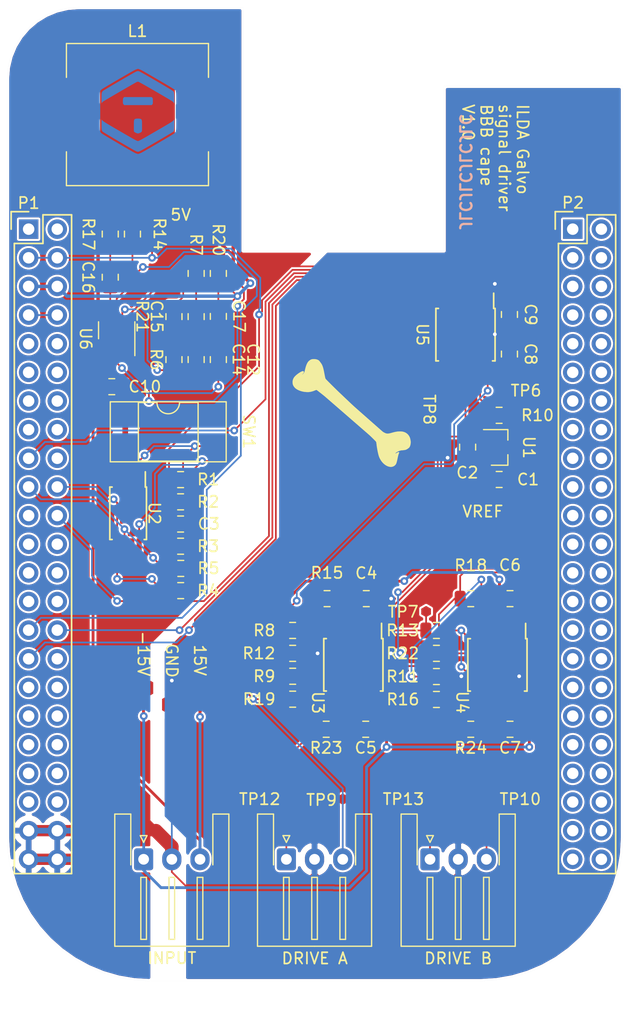
<source format=kicad_pcb>
(kicad_pcb (version 20171130) (host pcbnew 5.1.5-52549c5~86~ubuntu18.04.1)
  (layers (0 F.Cu signal) (31 B.Cu signal) (34 B.Paste user) (35 F.Paste user) (36 B.SilkS user) (37 F.SilkS user) (38 B.Mask user hide) (39 F.Mask user hide) (44 Edge.Cuts user))
  (net 0 "")
  (net 1 +3V3)
  (net 2 +5V)
  (net 3 SYS_5V)
  (net 4 PWR_BUT)
  (net 5 SYS_RESETN)
  (net 6 VDD_ADC)
  (net 7 GNDA_ADC)
  (net 8 +15V)
  (net 9 GND)
  (net 10 -15V)
  (net 11 "Net-(C12-Pad2)")
  (net 12 "Net-(C14-Pad2)")
  (net 13 "Net-(C15-Pad2)")
  (net 14 "Net-(C16-Pad2)")
  (net 15 "Net-(C16-Pad1)")
  (net 16 "Net-(J3-Pad3)")
  (net 17 "Net-(J3-Pad1)")
  (net 18 "Net-(J4-Pad3)")
  (net 19 "Net-(J4-Pad1)")
  (net 20 "Net-(L1-Pad1)")
  (net 21 "Net-(P1-Pad11)")
  (net 22 "Net-(P1-Pad12)")
  (net 23 "Net-(P1-Pad13)")
  (net 24 "Net-(P1-Pad14)")
  (net 25 "Net-(P1-Pad15)")
  (net 26 "Net-(P1-Pad16)")
  (net 27 CS_DAC)
  (net 28 "Net-(P1-Pad18)")
  (net 29 SCL)
  (net 30 SDA)
  (net 31 "Net-(P1-Pad21)")
  (net 32 SCLK)
  (net 33 "Net-(P1-Pad23)")
  (net 34 "Net-(P1-Pad24)")
  (net 35 "Net-(P1-Pad25)")
  (net 36 "Net-(P1-Pad26)")
  (net 37 "Net-(P1-Pad27)")
  (net 38 "Net-(P1-Pad28)")
  (net 39 POWER_GOOD)
  (net 40 MOSI)
  (net 41 LDAC)
  (net 42 "Net-(P1-Pad33)")
  (net 43 "Net-(P1-Pad35)")
  (net 44 "Net-(P1-Pad36)")
  (net 45 "Net-(P1-Pad37)")
  (net 46 "Net-(P1-Pad38)")
  (net 47 "Net-(P1-Pad39)")
  (net 48 "Net-(P1-Pad40)")
  (net 49 "Net-(P1-Pad41)")
  (net 50 "Net-(P1-Pad42)")
  (net 51 "Net-(P2-Pad3)")
  (net 52 "Net-(P2-Pad4)")
  (net 53 "Net-(P2-Pad5)")
  (net 54 "Net-(P2-Pad6)")
  (net 55 "Net-(P2-Pad7)")
  (net 56 "Net-(P2-Pad8)")
  (net 57 "Net-(P2-Pad9)")
  (net 58 "Net-(P2-Pad10)")
  (net 59 "Net-(P2-Pad11)")
  (net 60 "Net-(P2-Pad12)")
  (net 61 "Net-(P2-Pad13)")
  (net 62 "Net-(P2-Pad14)")
  (net 63 "Net-(P2-Pad15)")
  (net 64 "Net-(P2-Pad16)")
  (net 65 "Net-(P2-Pad17)")
  (net 66 "Net-(P2-Pad18)")
  (net 67 "Net-(P2-Pad19)")
  (net 68 "Net-(P2-Pad20)")
  (net 69 "Net-(P2-Pad21)")
  (net 70 "Net-(P2-Pad22)")
  (net 71 "Net-(P2-Pad23)")
  (net 72 "Net-(P2-Pad24)")
  (net 73 "Net-(P2-Pad25)")
  (net 74 "Net-(P2-Pad26)")
  (net 75 "Net-(P2-Pad27)")
  (net 76 "Net-(P2-Pad28)")
  (net 77 "Net-(P2-Pad29)")
  (net 78 "Net-(P2-Pad30)")
  (net 79 "Net-(P2-Pad31)")
  (net 80 "Net-(P2-Pad32)")
  (net 81 "Net-(P2-Pad33)")
  (net 82 "Net-(P2-Pad34)")
  (net 83 "Net-(P2-Pad35)")
  (net 84 "Net-(P2-Pad36)")
  (net 85 "Net-(P2-Pad37)")
  (net 86 "Net-(P2-Pad38)")
  (net 87 "Net-(P2-Pad39)")
  (net 88 "Net-(P2-Pad40)")
  (net 89 "Net-(P2-Pad41)")
  (net 90 "Net-(P2-Pad42)")
  (net 91 "Net-(P2-Pad43)")
  (net 92 "Net-(P2-Pad44)")
  (net 93 AUX0)
  (net 94 AUX1)
  (net 95 "Net-(R1-Pad2)")
  (net 96 "Net-(R2-Pad2)")
  (net 97 "Net-(R7-Pad1)")
  (net 98 "Net-(R15-Pad1)")
  (net 99 "Net-(R8-Pad1)")
  (net 100 "Net-(R12-Pad1)")
  (net 101 "Net-(R11-Pad1)")
  (net 102 "Net-(R11-Pad2)")
  (net 103 "Net-(R19-Pad2)")
  (net 104 "Net-(R20-Pad2)")
  (net 105 "Net-(U2-Pad7)")
  (net 106 "Net-(U5-Pad6)")
  (net 107 "Net-(U5-Pad2)")
  (net 108 VREF)
  (net 109 "Net-(R13-Pad1)")
  (net 110 "Net-(R13-Pad2)")
  (net 111 "Net-(R22-Pad2)")
  (net 112 "Net-(U5-Pad7)")
  (net 113 "Net-(P1-Pad1)")
  (net 114 "Net-(P1-Pad2)")
  (net 115 "Net-(P2-Pad1)")
  (net 116 "Net-(P2-Pad2)")
  (module HoloBone:EdBuilds_logo (layer B.Cu) (at 126.0221 51.9684 90)
    (fp_text reference G*** hide)
    (fp_text value LOGO hide)
    (fp_poly (pts (xy -1.280461 0.402167) (xy -1.105627 0.401509) (xy -0.968108 0.398913) (xy -0.862899 0.393448) (xy -0.784992 0.384182) (xy -0.729382 0.370183) (xy -0.691064 0.350518) (xy -0.665029 0.324257) (xy -0.646274 0.290468) (xy -0.643306 0.283566) (xy -0.625838 0.213987) (xy -0.616322 0.118119) (xy -0.614741 0.011251) (xy -0.621076 -0.09133) (xy -0.635308 -0.174335) (xy -0.643892 -0.200301) (xy -0.662215 -0.23484) (xy -0.688225 -0.261925) (xy -0.726824 -0.282439) (xy -0.782912 -0.297266) (xy -0.86139 -0.30729) (xy -0.967157 -0.313393) (xy -1.105116 -0.316461) (xy -1.280165 -0.317375) (xy -1.293178 -0.317381) (xy -1.445316 -0.317119) (xy -1.560697 -0.315964) (xy -1.644892 -0.313494) (xy -1.703474 -0.30929) (xy -1.742016 -0.302932) (xy -1.766091 -0.294) (xy -1.78127 -0.282072) (xy -1.782724 -0.280458) (xy -1.829406 -0.2143) (xy -1.873329 -0.130669) (xy -1.907558 -0.045168) (xy -1.925161 0.026603) (xy -1.926166 0.042334) (xy -1.916099 0.104117) (xy -1.890382 0.180012) (xy -1.870672 0.222419) (xy -1.841271 0.279218) (xy -1.816467 0.322636) (xy -1.790386 0.354461) (xy -1.757152 0.376482) (xy -1.71089 0.39049) (xy -1.645726 0.398274) (xy -1.555783 0.401621) (xy -1.435188 0.402323) (xy -1.280461 0.402167)) (layer B.Cu) (width 0.01))
    (fp_poly (pts (xy 1.046944 1.364655) (xy 1.118779 1.361816) (xy 1.16642 1.355154) (xy 1.198933 1.343091) (xy 1.225386 1.324047) (xy 1.236498 1.313936) (xy 1.291167 1.262621) (xy 1.291167 -1.177954) (xy 1.237301 -1.228558) (xy 1.207773 -1.252416) (xy 1.173775 -1.267776) (xy 1.12512 -1.276812) (xy 1.051619 -1.281696) (xy 0.978009 -1.283851) (xy 0.884496 -1.284751) (xy 0.803458 -1.283286) (xy 0.746651 -1.279775) (xy 0.73025 -1.277157) (xy 0.683661 -1.25454) (xy 0.640292 -1.221863) (xy 0.592667 -1.177954) (xy 0.592667 1.262621) (xy 0.647265 1.313936) (xy 0.673813 1.336272) (xy 0.702738 1.350985) (xy 0.743104 1.359655) (xy 0.803975 1.363859) (xy 0.894415 1.365178) (xy 0.941847 1.36525) (xy 1.046944 1.364655)) (layer B.Cu) (width 0.01))
    (fp_poly (pts (xy 1.164167 3.258814) (xy 1.301227 3.257836) (xy 1.428952 3.255202) (xy 1.539387 3.251209) (xy 1.624577 3.246157) (xy 1.676568 3.240342) (xy 1.680957 3.239435) (xy 1.75771 3.206972) (xy 1.828701 3.152808) (xy 1.831464 3.149982) (xy 1.852541 3.120907) (xy 1.892995 3.058073) (xy 1.951079 2.964406) (xy 2.025043 2.842834) (xy 2.113138 2.696282) (xy 2.213617 2.527676) (xy 2.324731 2.339944) (xy 2.444731 2.136011) (xy 2.571868 1.918804) (xy 2.704394 1.691249) (xy 2.748715 1.614896) (xy 2.903165 1.348516) (xy 3.037696 1.116187) (xy 3.153681 0.915368) (xy 3.252492 0.74352) (xy 3.3355 0.598104) (xy 3.404078 0.476579) (xy 3.459599 0.376407) (xy 3.503433 0.295047) (xy 3.536953 0.22996) (xy 3.561532 0.178607) (xy 3.578541 0.138447) (xy 3.589352 0.106942) (xy 3.595338 0.081551) (xy 3.597871 0.059735) (xy 3.598333 0.042334) (xy 3.59764 0.021558) (xy 3.594644 -0.000662) (xy 3.587974 -0.026866) (xy 3.576258 -0.059592) (xy 3.558123 -0.101382) (xy 3.532198 -0.154774) (xy 3.49711 -0.222309) (xy 3.451488 -0.306525) (xy 3.393959 -0.409962) (xy 3.32315 -0.53516) (xy 3.237691 -0.684659) (xy 3.136209 -0.860999) (xy 3.017332 -1.066717) (xy 2.879688 -1.304356) (xy 2.748715 -1.530228) (xy 2.614803 -1.760539) (xy 2.485706 -1.981461) (xy 2.363174 -2.190068) (xy 2.248955 -2.383433) (xy 2.144797 -2.558631) (xy 2.052449 -2.712735) (xy 1.97366 -2.842818) (xy 1.910179 -2.945955) (xy 1.863753 -3.019218) (xy 1.836131 -3.059682) (xy 1.831464 -3.065314) (xy 1.761387 -3.120119) (xy 1.684322 -3.153952) (xy 1.680957 -3.154768) (xy 1.634235 -3.160704) (xy 1.553282 -3.165833) (xy 1.446196 -3.169856) (xy 1.321077 -3.172475) (xy 1.186023 -3.173394) (xy 1.17475 -3.173384) (xy 1.031481 -3.173016) (xy 0.925807 -3.172067) (xy 0.852991 -3.170072) (xy 0.808295 -3.166565) (xy 0.786981 -3.161081) (xy 0.784312 -3.153153) (xy 0.795549 -3.142316) (xy 0.803184 -3.136848) (xy 0.854781 -3.098704) (xy 0.891006 -3.069166) (xy 0.907227 -3.046064) (xy 0.94255 -2.989602) (xy 0.995019 -2.903148) (xy 1.062679 -2.790069) (xy 1.143574 -2.65373) (xy 1.23575 -2.497499) (xy 1.337252 -2.324742) (xy 1.446124 -2.138825) (xy 1.560411 -1.943114) (xy 1.678158 -1.740977) (xy 1.79741 -1.53578) (xy 1.916213 -1.33089) (xy 2.03261 -1.129672) (xy 2.144647 -0.935494) (xy 2.250368 -0.751722) (xy 2.347819 -0.581723) (xy 2.435044 -0.428862) (xy 2.510088 -0.296507) (xy 2.570997 -0.188024) (xy 2.615814 -0.10678) (xy 2.642586 -0.056141) (xy 2.649244 -0.041648) (xy 2.6614 0.027069) (xy 2.658564 0.09049) (xy 2.646105 0.119026) (xy 2.613882 0.181237) (xy 2.56351 0.27426) (xy 2.496603 0.395232) (xy 2.414778 0.54129) (xy 2.319649 0.70957) (xy 2.212831 0.897211) (xy 2.095939 1.101348) (xy 1.970588 1.319118) (xy 1.838395 1.547659) (xy 1.772599 1.661007) (xy 1.614999 1.932061) (xy 1.47709 2.168846) (xy 1.357396 2.373755) (xy 1.25444 2.549178) (xy 1.166742 2.697509) (xy 1.092827 2.821138) (xy 1.031216 2.922457) (xy 0.980432 3.003857) (xy 0.938996 3.067731) (xy 0.905432 3.116471) (xy 0.878262 3.152467) (xy 0.856009 3.178111) (xy 0.837193 3.195795) (xy 0.820339 3.207911) (xy 0.814917 3.211118) (xy 0.73025 3.258971) (xy 1.164167 3.258814)) (layer B.Cu) (width 0.01))
    (fp_poly (pts (xy -0.783695 3.190876) (xy -0.802675 3.1736) (xy -0.825772 3.147267) (xy -0.854413 3.109545) (xy -0.890022 3.058104) (xy -0.934022 2.990614) (xy -0.98784 2.904743) (xy -1.052898 2.798161) (xy -1.130623 2.668537) (xy -1.222438 2.513541) (xy -1.329767 2.330843) (xy -1.454037 2.11811) (xy -1.59667 1.873014) (xy -1.737841 1.629859) (xy -1.894612 1.35947) (xy -2.031384 1.123165) (xy -2.149505 0.918471) (xy -2.250324 0.742915) (xy -2.335187 0.594024) (xy -2.405444 0.469326) (xy -2.462442 0.366348) (xy -2.507531 0.282616) (xy -2.542058 0.215658) (xy -2.567371 0.163002) (xy -2.584819 0.122173) (xy -2.595749 0.0907) (xy -2.601511 0.066109) (xy -2.603451 0.045929) (xy -2.6035 0.042101) (xy -2.602173 0.02245) (xy -2.59729 -0.001111) (xy -2.587499 -0.031064) (xy -2.571448 -0.069894) (xy -2.547783 -0.120084) (xy -2.515151 -0.184117) (xy -2.472201 -0.264476) (xy -2.41758 -0.363646) (xy -2.349935 -0.484109) (xy -2.267913 -0.628348) (xy -2.170162 -0.798848) (xy -2.055329 -0.998092) (xy -1.922062 -1.228563) (xy -1.769008 -1.492744) (xy -1.744602 -1.534841) (xy -1.584535 -1.810658) (xy -1.443988 -2.052142) (xy -1.321444 -2.261698) (xy -1.215388 -2.441732) (xy -1.124305 -2.594648) (xy -1.046679 -2.722852) (xy -0.980994 -2.828747) (xy -0.925735 -2.914739) (xy -0.879386 -2.983234) (xy -0.840432 -3.036635) (xy -0.807357 -3.077348) (xy -0.778645 -3.107778) (xy -0.752782 -3.13033) (xy -0.72843 -3.147296) (xy -0.722454 -3.155962) (xy -0.738738 -3.162459) (xy -0.781218 -3.16703) (xy -0.853826 -3.169918) (xy -0.960498 -3.171367) (xy -1.105166 -3.171619) (xy -1.121833 -3.171588) (xy -1.257942 -3.170495) (xy -1.383816 -3.167984) (xy -1.491746 -3.164328) (xy -1.574022 -3.159799) (xy -1.622937 -3.154667) (xy -1.627234 -3.153789) (xy -1.694752 -3.12956) (xy -1.751932 -3.097182) (xy -1.770929 -3.072811) (xy -1.809489 -3.014432) (xy -1.866013 -2.924701) (xy -1.938899 -2.806274) (xy -2.026549 -2.661807) (xy -2.127362 -2.493955) (xy -2.239737 -2.305374) (xy -2.362075 -2.098721) (xy -2.492776 -1.876651) (xy -2.630238 -1.64182) (xy -2.674604 -1.565767) (xy -2.830976 -1.29744) (xy -2.967379 -1.063156) (xy -3.085177 -0.860391) (xy -3.185733 -0.686624) (xy -3.270412 -0.539333) (xy -3.340576 -0.415993) (xy -3.397591 -0.314083) (xy -3.442819 -0.231081) (xy -3.477625 -0.164463) (xy -3.503372 -0.111707) (xy -3.521425 -0.070291) (xy -3.533146 -0.037692) (xy -3.5399 -0.011387) (xy -3.543051 0.011146) (xy -3.543962 0.03243) (xy -3.544004 0.042334) (xy -3.543626 0.063975) (xy -3.541601 0.085755) (xy -3.536562 0.110208) (xy -3.527142 0.139868) (xy -3.511973 0.177268) (xy -3.489688 0.224944) (xy -3.458921 0.285429) (xy -3.418302 0.361256) (xy -3.366466 0.45496) (xy -3.302044 0.569076) (xy -3.223669 0.706135) (xy -3.129974 0.868674) (xy -3.019592 1.059226) (xy -2.891155 1.280324) (xy -2.743296 1.534503) (xy -2.681659 1.640417) (xy -2.547018 1.871242) (xy -2.417545 2.092184) (xy -2.294943 2.300397) (xy -2.180914 2.493039) (xy -2.077159 2.667265) (xy -1.985382 2.820231) (xy -1.907285 2.949093) (xy -1.844569 3.051008) (xy -1.798938 3.123131) (xy -1.772092 3.162619) (xy -1.766901 3.168724) (xy -1.728427 3.197556) (xy -1.682144 3.219755) (xy -1.622344 3.23613) (xy -1.543321 3.247489) (xy -1.43937 3.254639) (xy -1.304783 3.258388) (xy -1.133855 3.259545) (xy -1.125479 3.259549) (xy -0.695209 3.259667) (xy -0.783695 3.190876)) (layer B.Cu) (width 0.01))
  )
  (module HoloBone:HoloBone_logo12.2x10.5mm (layer F.Cu) (at 145.0213 79.1464 270)
    (fp_text reference " " hide)
    (fp_text value " " hide)
    (fp_poly (pts (xy -2.960789 -3.428568) (xy -2.928652 -3.42839) (xy -2.900689 -3.428022) (xy -2.876358 -3.427444) (xy -2.855116 -3.426636) (xy -2.836418 -3.425577) (xy -2.819722 -3.424247) (xy -2.804484 -3.422626) (xy -2.790159 -3.420693) (xy -2.776206 -3.418429) (xy -2.763423 -3.416073) (xy -2.703444 -3.401314) (xy -2.644553 -3.380509) (xy -2.587264 -3.353935) (xy -2.53209 -3.32187) (xy -2.479544 -3.284591) (xy -2.430139 -3.242375) (xy -2.414591 -3.227388) (xy -2.37515 -3.184188) (xy -2.341669 -3.138826) (xy -2.314106 -3.091212) (xy -2.292417 -3.041255) (xy -2.27656 -2.988865) (xy -2.266493 -2.93395) (xy -2.263734 -2.907036) (xy -2.263407 -2.899608) (xy -2.263099 -2.886194) (xy -2.26281 -2.867142) (xy -2.26254 -2.842804) (xy -2.262288 -2.813527) (xy -2.262055 -2.779661) (xy -2.26184 -2.741556) (xy -2.261645 -2.699562) (xy -2.261467 -2.654026) (xy -2.261309 -2.6053) (xy -2.261169 -2.553731) (xy -2.261048 -2.499671) (xy -2.260945 -2.443467) (xy -2.260861 -2.385469) (xy -2.260795 -2.326028) (xy -2.260748 -2.265491) (xy -2.26072 -2.204209) (xy -2.26071 -2.142531) (xy -2.260719 -2.080806) (xy -2.260746 -2.019384) (xy -2.260791 -1.958613) (xy -2.260855 -1.898845) (xy -2.260938 -1.840427) (xy -2.261039 -1.783709) (xy -2.261158 -1.72904) (xy -2.261296 -1.676771) (xy -2.261452 -1.62725) (xy -2.261627 -1.580826) (xy -2.26182 -1.53785) (xy -2.262032 -1.49867) (xy -2.262261 -1.463636) (xy -2.26251 -1.433097) (xy -2.262776 -1.407403) (xy -2.263061 -1.386903) (xy -2.263364 -1.371946) (xy -2.263686 -1.362882) (xy -2.263788 -1.361328) (xy -2.267332 -1.328012) (xy -2.272375 -1.298176) (xy -2.279481 -1.26902) (xy -2.287918 -1.241615) (xy -2.30716 -1.193467) (xy -2.332197 -1.14677) (xy -2.362557 -1.101932) (xy -2.397771 -1.059361) (xy -2.43737 -1.019468) (xy -2.480883 -0.982659) (xy -2.527839 -0.949343) (xy -2.577771 -0.919929) (xy -2.630206 -0.894825) (xy -2.684676 -0.874441) (xy -2.723029 -0.863384) (xy -2.737747 -0.859701) (xy -2.751189 -0.85651) (xy -2.763927 -0.853772) (xy -2.776533 -0.851451) (xy -2.789579 -0.84951) (xy -2.803636 -0.84791) (xy -2.819277 -0.846615) (xy -2.837072 -0.845588) (xy -2.857593 -0.84479) (xy -2.881413 -0.844184) (xy -2.909103 -0.843734) (xy -2.941235 -0.843402) (xy -2.978381 -0.84315) (xy -3.021112 -0.84294) (xy -3.036888 -0.842873) (xy -3.074 -0.842761) (xy -3.110158 -0.842734) (xy -3.144709 -0.842788) (xy -3.176997 -0.842917) (xy -3.206371 -0.843118) (xy -3.232175 -0.843385) (xy -3.253755 -0.843714) (xy -3.270459 -0.8441) (xy -3.281631 -0.844538) (xy -3.283497 -0.844656) (xy -3.348623 -0.852453) (xy -3.412498 -0.866315) (xy -3.474614 -0.886067) (xy -3.534464 -0.911538) (xy -3.591541 -0.942554) (xy -3.615506 -0.957819) (xy -3.665855 -0.994451) (xy -3.711156 -1.033692) (xy -3.751211 -1.075288) (xy -3.78582 -1.118986) (xy -3.814786 -1.164533) (xy -3.837909 -1.211674) (xy -3.85499 -1.260156) (xy -3.856402 -1.265228) (xy -3.858187 -1.271703) (xy -3.859844 -1.277647) (xy -3.861377 -1.283308) (xy -3.86279 -1.288929) (xy -3.864089 -1.294758) (xy -3.865279 -1.30104) (xy -3.866363 -1.30802) (xy -3.867348 -1.315944) (xy -3.868238 -1.325058) (xy -3.869037 -1.335608) (xy -3.869751 -1.347839) (xy -3.870384 -1.361997) (xy -3.870942 -1.378328) (xy -3.871428 -1.397077) (xy -3.871849 -1.418491) (xy -3.872207 -1.442814) (xy -3.87251 -1.470293) (xy -3.87276 -1.501173) (xy -3.872964 -1.535701) (xy -3.873126 -1.574121) (xy -3.87325 -1.61668) (xy -3.873342 -1.663622) (xy -3.873406 -1.715195) (xy -3.873448 -1.771643) (xy -3.873471 -1.833213) (xy -3.873473 -1.849705) (xy -3.384239 -1.849705) (xy -3.384239 -1.78961) (xy -3.384209 -1.734916) (xy -3.384148 -1.685434) (xy -3.384056 -1.640972) (xy -3.383933 -1.601342) (xy -3.383777 -1.566354) (xy -3.383587 -1.535817) (xy -3.383363 -1.509542) (xy -3.383105 -1.48734) (xy -3.382811 -1.469019) (xy -3.382481 -1.454392) (xy -3.382113 -1.443267) (xy -3.381708 -1.435454) (xy -3.381265 -1.430765) (xy -3.381198 -1.430338) (xy -3.378094 -1.415818) (xy -3.373553 -1.399036) (xy -3.368553 -1.383603) (xy -3.368506 -1.383473) (xy -3.355113 -1.35251) (xy -3.339225 -1.327118) (xy -3.320399 -1.306858) (xy -3.29819 -1.29129) (xy -3.272157 -1.279978) (xy -3.260408 -1.276503) (xy -3.254737 -1.275115) (xy -3.248838 -1.27395) (xy -3.242117 -1.27299) (xy -3.233982 -1.272213) (xy -3.223841 -1.2716) (xy -3.211101 -1.27113) (xy -3.195168 -1.270784) (xy -3.175451 -1.270541) (xy -3.151357 -1.270382) (xy -3.122292 -1.270286) (xy -3.087665 -1.270234) (xy -3.074988 -1.270222) (xy -3.037091 -1.270222) (xy -3.004998 -1.270295) (xy -2.978161 -1.270455) (xy -2.956035 -1.270716) (xy -2.938072 -1.271091) (xy -2.923726 -1.271596) (xy -2.912451 -1.272242) (xy -2.9037 -1.273045) (xy -2.896927 -1.274018) (xy -2.892985 -1.274828) (xy -2.862184 -1.285194) (xy -2.834697 -1.300961) (xy -2.810597 -1.322066) (xy -2.78996 -1.348449) (xy -2.77732 -1.370609) (xy -2.774402 -1.37626) (xy -2.771707 -1.381221) (xy -2.769228 -1.385751) (xy -2.766954 -1.390109) (xy -2.764877 -1.394552) (xy -2.762989 -1.39934) (xy -2.76128 -1.404731) (xy -2.759742 -1.410984) (xy -2.758366 -1.418357) (xy -2.757142 -1.427109) (xy -2.756063 -1.437498) (xy -2.755118 -1.449783) (xy -2.7543 -1.464223) (xy -2.753599 -1.481075) (xy -2.753006 -1.5006) (xy -2.752514 -1.523054) (xy -2.752111 -1.548698) (xy -2.751791 -1.577788) (xy -2.751544 -1.610585) (xy -2.75136 -1.647346) (xy -2.751232 -1.68833) (xy -2.751151 -1.733796) (xy -2.751107 -1.784002) (xy -2.751091 -1.839207) (xy -2.751095 -1.89967) (xy -2.75111 -1.965648) (xy -2.751127 -2.0374) (xy -2.751138 -2.115186) (xy -2.751138 -2.1336) (xy -2.751131 -2.212788) (xy -2.751115 -2.285884) (xy -2.751099 -2.353147) (xy -2.751093 -2.414835) (xy -2.751104 -2.471207) (xy -2.751141 -2.52252) (xy -2.751214 -2.569034) (xy -2.751331 -2.611006) (xy -2.7515 -2.648695) (xy -2.751731 -2.682359) (xy -2.752032 -2.712256) (xy -2.752412 -2.738646) (xy -2.75288 -2.761786) (xy -2.753444 -2.781935) (xy -2.754113 -2.79935) (xy -2.754897 -2.814291) (xy -2.755803 -2.827016) (xy -2.756841 -2.837783) (xy -2.758019 -2.846851) (xy -2.759346 -2.854477) (xy -2.76083 -2.86092) (xy -2.762482 -2.866439) (xy -2.764308 -2.871292) (xy -2.766319 -2.875737) (xy -2.768522 -2.880033) (xy -2.770927 -2.884437) (xy -2.773542 -2.889209) (xy -2.776376 -2.894607) (xy -2.776964 -2.895772) (xy -2.795439 -2.926324) (xy -2.817725 -2.951841) (xy -2.84374 -2.972251) (xy -2.873404 -2.987487) (xy -2.889666 -2.993168) (xy -2.897498 -2.994542) (xy -2.910892 -2.995785) (xy -2.929061 -2.99689) (xy -2.951219 -2.99785) (xy -2.976579 -2.998659) (xy -3.004355 -2.99931) (xy -3.03376 -2.999796) (xy -3.064007 -3.000112) (xy -3.094309 -3.000249) (xy -3.123881 -3.000202) (xy -3.151935 -2.999963) (xy -3.177684 -2.999527) (xy -3.200343 -2.998887) (xy -3.219124 -2.998035) (xy -3.233241 -2.996965) (xy -3.239669 -2.996129) (xy -3.270927 -2.988285) (xy -3.29801 -2.976354) (xy -3.316767 -2.96364) (xy -3.330372 -2.949882) (xy -3.34403 -2.931355) (xy -3.356807 -2.909564) (xy -3.367773 -2.886011) (xy -3.372267 -2.874097) (xy -3.382963 -2.843213) (xy -3.383959 -2.147888) (xy -3.38407 -2.064292) (xy -3.384154 -1.986856) (xy -3.384211 -1.91539) (xy -3.384239 -1.849705) (xy -3.873473 -1.849705) (xy -3.873481 -1.90015) (xy -3.873483 -1.972699) (xy -3.873482 -2.051107) (xy -3.873482 -2.135666) (xy -3.873483 -2.218907) (xy -3.87348 -2.296042) (xy -3.873472 -2.367316) (xy -3.873457 -2.432974) (xy -3.873433 -2.493261) (xy -3.873398 -2.548422) (xy -3.873351 -2.5987) (xy -3.873288 -2.64434) (xy -3.87321 -2.685588) (xy -3.873113 -2.722688) (xy -3.872996 -2.755885) (xy -3.872858 -2.785422) (xy -3.872695 -2.811546) (xy -3.872507 -2.8345) (xy -3.872292 -2.854529) (xy -3.872047 -2.871878) (xy -3.871771 -2.886791) (xy -3.871462 -2.899514) (xy -3.871119 -2.91029) (xy -3.870739 -2.919364) (xy -3.87032 -2.926982) (xy -3.869861 -2.933388) (xy -3.86936 -2.938826) (xy -3.868815 -2.943541) (xy -3.868224 -2.947777) (xy -3.867585 -2.95178) (xy -3.867329 -2.953293) (xy -3.855775 -3.004817) (xy -3.839105 -3.053497) (xy -3.817077 -3.099775) (xy -3.78945 -3.144093) (xy -3.755983 -3.186892) (xy -3.717467 -3.227613) (xy -3.666471 -3.273007) (xy -3.612711 -3.312701) (xy -3.556219 -3.346673) (xy -3.49703 -3.374906) (xy -3.435177 -3.397381) (xy -3.402552 -3.406636) (xy -3.387737 -3.410408) (xy -3.374211 -3.413679) (xy -3.361403 -3.416487) (xy -3.348742 -3.418872) (xy -3.335655 -3.420874) (xy -3.32157 -3.42253) (xy -3.305915 -3.42388) (xy -3.288118 -3.424964) (xy -3.267607 -3.42582) (xy -3.243809 -3.426488) (xy -3.216154 -3.427007) (xy -3.184068 -3.427415) (xy -3.146979 -3.427752) (xy -3.104317 -3.428058) (xy -3.087688 -3.428166) (xy -3.039764 -3.428436) (xy -2.997646 -3.428577) (xy -2.960789 -3.428568)) (layer F.Cu) (width 0.01))
    (fp_poly (pts (xy 5.307458 1.246192) (xy 5.359066 1.246212) (xy 5.405048 1.24625) (xy 5.445767 1.246311) (xy 5.481585 1.246402) (xy 5.512864 1.246526) (xy 5.539967 1.246689) (xy 5.563255 1.246896) (xy 5.583091 1.247151) (xy 5.599837 1.247459) (xy 5.613855 1.247825) (xy 5.625508 1.248255) (xy 5.635157 1.248754) (xy 5.643166 1.249325) (xy 5.649896 1.249974) (xy 5.655709 1.250707) (xy 5.660968 1.251527) (xy 5.662612 1.251812) (xy 5.71786 1.26437) (xy 5.769229 1.281871) (xy 5.817061 1.304511) (xy 5.861697 1.332491) (xy 5.903479 1.366007) (xy 5.942748 1.405257) (xy 5.958338 1.423216) (xy 5.995916 1.472719) (xy 6.028004 1.524699) (xy 6.054794 1.579574) (xy 6.076478 1.63776) (xy 6.093248 1.699676) (xy 6.099522 1.730375) (xy 6.100895 1.737961) (xy 6.102088 1.745139) (xy 6.103116 1.752406) (xy 6.103994 1.760257) (xy 6.104737 1.769189) (xy 6.105361 1.779699) (xy 6.10588 1.792283) (xy 6.106311 1.807438) (xy 6.106667 1.82566) (xy 6.106964 1.847445) (xy 6.107218 1.873291) (xy 6.107443 1.903694) (xy 6.107654 1.93915) (xy 6.107868 1.980155) (xy 6.108006 2.008187) (xy 6.108221 2.062648) (xy 6.108303 2.110887) (xy 6.108253 2.153032) (xy 6.108068 2.189209) (xy 6.107747 2.219545) (xy 6.107289 2.244168) (xy 6.106694 2.263205) (xy 6.10596 2.276782) (xy 6.105574 2.281231) (xy 6.096146 2.345261) (xy 6.081387 2.405915) (xy 6.061316 2.463152) (xy 6.035952 2.516932) (xy 6.005313 2.567213) (xy 5.969417 2.613955) (xy 5.940617 2.645106) (xy 5.907271 2.676101) (xy 5.873618 2.70212) (xy 5.838578 2.72373) (xy 5.801067 2.741495) (xy 5.760004 2.755979) (xy 5.714307 2.767748) (xy 5.699956 2.770749) (xy 5.695482 2.771566) (xy 5.690441 2.772302) (xy 5.684487 2.772963) (xy 5.677275 2.773553) (xy 5.668458 2.774078) (xy 5.657691 2.774543) (xy 5.644627 2.774953) (xy 5.628922 2.775314) (xy 5.610228 2.775631) (xy 5.588201 2.77591) (xy 5.562495 2.776154) (xy 5.532763 2.776371) (xy 5.49866 2.776565) (xy 5.459839 2.77674) (xy 5.415956 2.776904) (xy 5.366665 2.77706) (xy 5.311618 2.777214) (xy 5.268118 2.777327) (xy 4.8641 2.778354) (xy 4.8641 3.024469) (xy 4.864113 3.07074) (xy 4.864158 3.111109) (xy 4.864243 3.146022) (xy 4.864377 3.175926) (xy 4.864569 3.201268) (xy 4.864826 3.222494) (xy 4.865157 3.240052) (xy 4.865571 3.254388) (xy 4.866076 3.26595) (xy 4.866681 3.275185) (xy 4.867393 3.282539) (xy 4.868222 3.288459) (xy 4.869176 3.293393) (xy 4.869186 3.293435) (xy 4.878681 3.324293) (xy 4.89252 3.350635) (xy 4.910883 3.372644) (xy 4.933952 3.390506) (xy 4.961906 3.404403) (xy 4.985911 3.412262) (xy 4.993293 3.413382) (xy 5.006388 3.414419) (xy 5.024559 3.415369) (xy 5.04717 3.416228) (xy 5.073584 3.416993) (xy 5.103165 3.41766) (xy 5.135275 3.418225) (xy 5.16928 3.418685) (xy 5.204541 3.419037) (xy 5.240422 3.419276) (xy 5.276287 3.419399) (xy 5.3115 3.419403) (xy 5.345423 3.419284) (xy 5.37742 3.419037) (xy 5.406854 3.418661) (xy 5.43309 3.41815) (xy 5.455489 3.417502) (xy 5.473417 3.416713) (xy 5.486236 3.415778) (xy 5.491329 3.415126) (xy 5.523308 3.406811) (xy 5.551393 3.393703) (xy 5.575311 3.376041) (xy 5.594793 3.354063) (xy 5.609568 3.328009) (xy 5.618063 3.303455) (xy 5.620327 3.291353) (xy 5.622029 3.275761) (xy 5.622878 3.259535) (xy 5.622925 3.255295) (xy 5.622925 3.2258) (xy 6.116026 3.2258) (xy 6.113909 3.27271) (xy 6.10826 3.341853) (xy 6.097739 3.406958) (xy 6.082348 3.468015) (xy 6.062092 3.525014) (xy 6.036974 3.577947) (xy 6.006998 3.626804) (xy 5.972168 3.671576) (xy 5.948222 3.697193) (xy 5.908743 3.732732) (xy 5.865591 3.764456) (xy 5.81979 3.791769) (xy 5.772361 3.814076) (xy 5.724324 3.830781) (xy 5.714565 3.833441) (xy 5.704413 3.836069) (xy 5.695034 3.838425) (xy 5.686044 3.840525) (xy 5.67706 3.842381) (xy 5.667696 3.844009) (xy 5.657568 3.845423) (xy 5.646292 3.846637) (xy 5.633485 3.847666) (xy 5.618761 3.848523) (xy 5.601736 3.849224) (xy 5.582026 3.849782) (xy 5.559247 3.850212) (xy 5.533015 3.850529) (xy 5.502945 3.850745) (xy 5.468653 3.850877) (xy 5.429755 3.850938) (xy 5.385867 3.850943) (xy 5.336604 3.850905) (xy 5.281581 3.85084) (xy 5.249455 3.850799) (xy 5.201475 3.850727) (xy 5.155158 3.850638) (xy 5.110912 3.850534) (xy 5.069146 3.850416) (xy 5.030269 3.850287) (xy 4.994688 3.850148) (xy 4.962814 3.850001) (xy 4.935053 3.849848) (xy 4.911816 3.849691) (xy 4.89351 3.849531) (xy 4.880545 3.84937) (xy 4.873328 3.849211) (xy 4.872037 3.849136) (xy 4.813853 3.838862) (xy 4.758456 3.822882) (xy 4.705843 3.801195) (xy 4.656012 3.773801) (xy 4.60896 3.740697) (xy 4.564683 3.701883) (xy 4.533759 3.669544) (xy 4.495242 3.622012) (xy 4.46266 3.572528) (xy 4.435784 3.520665) (xy 4.414385 3.465997) (xy 4.402133 3.424237) (xy 4.400139 3.41654) (xy 4.398288 3.409481) (xy 4.396577 3.402812) (xy 4.394998 3.396284) (xy 4.393548 3.389648) (xy 4.392219 3.382655) (xy 4.391008 3.375057) (xy 4.389908 3.366604) (xy 4.388915 3.357049) (xy 4.388023 3.346142) (xy 4.387226 3.333634) (xy 4.386519 3.319278) (xy 4.385897 3.302823) (xy 4.385355 3.284021) (xy 4.384886 3.262624) (xy 4.384486 3.238383) (xy 4.38415 3.211048) (xy 4.383871 3.180372) (xy 4.383645 3.146105) (xy 4.383465 3.107998) (xy 4.383328 3.065804) (xy 4.383227 3.019272) (xy 4.383157 2.968155) (xy 4.383113 2.912204) (xy 4.383089 2.851169) (xy 4.383079 2.784802) (xy 4.38308 2.712854) (xy 4.383084 2.635077) (xy 4.383087 2.551222) (xy 4.383087 2.543175) (xy 4.383089 2.460043) (xy 4.383095 2.383016) (xy 4.383108 2.311848) (xy 4.383129 2.246295) (xy 4.38316 2.186112) (xy 4.383202 2.131052) (xy 4.383246 2.091475) (xy 4.8641 2.091475) (xy 4.8641 2.3495) (xy 5.149056 2.349437) (xy 5.19856 2.34939) (xy 5.244773 2.349273) (xy 5.28736 2.349091) (xy 5.325985 2.348847) (xy 5.360313 2.348544) (xy 5.390007 2.348186) (xy 5.414733 2.347776) (xy 5.434154 2.347318) (xy 5.447935 2.346816) (xy 5.45574 2.346273) (xy 5.456237 2.346208) (xy 5.487375 2.33952) (xy 5.517612 2.328775) (xy 5.545586 2.314648) (xy 5.569936 2.297813) (xy 5.587318 2.281258) (xy 5.602667 2.260273) (xy 5.615724 2.235441) (xy 5.625038 2.2098) (xy 5.626314 2.204864) (xy 5.62739 2.199472) (xy 5.628283 2.193066) (xy 5.62901 2.185089) (xy 5.629588 2.174983) (xy 5.630033 2.162189) (xy 5.630362 2.146151) (xy 5.630593 2.12631) (xy 5.630741 2.102109) (xy 5.630824 2.072989) (xy 5.630858 2.038394) (xy 5.630862 2.016125) (xy 5.630852 1.976357) (xy 5.630787 1.942371) (xy 5.630614 1.913596) (xy 5.630283 1.889465) (xy 5.62974 1.869407) (xy 5.628935 1.852854) (xy 5.627813 1.839238) (xy 5.626325 1.827988) (xy 5.624417 1.818536) (xy 5.622037 1.810312) (xy 5.619134 1.802749) (xy 5.615656 1.795276) (xy 5.61155 1.787325) (xy 5.609594 1.783647) (xy 5.595287 1.763079) (xy 5.575444 1.744099) (xy 5.550781 1.727196) (xy 5.522017 1.712856) (xy 5.489869 1.701567) (xy 5.487987 1.701036) (xy 5.483028 1.699682) (xy 5.478239 1.698513) (xy 5.473139 1.697515) (xy 5.467244 1.696674) (xy 5.460072 1.695977) (xy 5.45114 1.695409) (xy 5.439965 1.694958) (xy 5.426065 1.69461) (xy 5.408956 1.694351) (xy 5.388156 1.694168) (xy 5.363182 1.694046) (xy 5.333552 1.693973) (xy 5.298782 1.693934) (xy 5.25839 1.693916) (xy 5.235575 1.69391) (xy 5.191731 1.693911) (xy 5.153765 1.693941) (xy 5.121204 1.69401) (xy 5.093576 1.694128) (xy 5.070408 1.694308) (xy 5.051229 1.694558) (xy 5.035566 1.69489) (xy 5.022946 1.695315) (xy 5.012897 1.695842) (xy 5.004947 1.696483) (xy 4.998624 1.697249) (xy 4.993454 1.698149) (xy 4.988966 1.699194) (xy 4.987925 1.699472) (xy 4.956698 1.710408) (xy 4.930512 1.724984) (xy 4.909034 1.743455) (xy 4.891931 1.766078) (xy 4.88505 1.778749) (xy 4.881407 1.786331) (xy 4.878213 1.793395) (xy 4.875438 1.800395) (xy 4.873053 1.807782) (xy 4.871028 1.81601) (xy 4.869335 1.825532) (xy 4.867942 1.836799) (xy 4.866821 1.850265) (xy 4.865943 1.866383) (xy 4.865277 1.885605) (xy 4.864795 1.908383) (xy 4.864466 1.935172) (xy 4.864262 1.966422) (xy 4.864153 2.002588) (xy 4.864108 2.044121) (xy 4.8641 2.091475) (xy 4.383246 2.091475) (xy 4.383258 2.080871) (xy 4.383329 2.035324) (xy 4.383417 1.994166) (xy 4.383523 1.957151) (xy 4.383649 1.924033) (xy 4.383798 1.894569) (xy 4.38397 1.868513) (xy 4.384167 1.845619) (xy 4.384392 1.825643) (xy 4.384646 1.808339) (xy 4.38493 1.793462) (xy 4.385247 1.780767) (xy 4.385598 1.770008) (xy 4.385984 1.760941) (xy 4.386408 1.75332) (xy 4.386872 1.7469) (xy 4.387376 1.741437) (xy 4.387924 1.736684) (xy 4.388515 1.732396) (xy 4.388825 1.730375) (xy 4.397048 1.685427) (xy 4.407106 1.644748) (xy 4.419586 1.606381) (xy 4.435077 1.568369) (xy 4.441941 1.553471) (xy 4.469728 1.501521) (xy 4.501753 1.453638) (xy 4.537698 1.410092) (xy 4.577247 1.371156) (xy 4.620082 1.3371) (xy 4.665886 1.308196) (xy 4.714342 1.284715) (xy 4.765132 1.266929) (xy 4.782296 1.262369) (xy 4.791948 1.260005) (xy 4.800851 1.257883) (xy 4.809381 1.25599) (xy 4.817918 1.254313) (xy 4.826838 1.252839) (xy 4.836521 1.251555) (xy 4.847345 1.250448) (xy 4.859687 1.249505) (xy 4.873927 1.248712) (xy 4.890441 1.248057) (xy 4.909608 1.247526) (xy 4.931807 1.247106) (xy 4.957416 1.246785) (xy 4.986812 1.246549) (xy 5.020375 1.246384) (xy 5.058481 1.246279) (xy 5.10151 1.24622) (xy 5.149839 1.246194) (xy 5.203847 1.246187) (xy 5.249862 1.246187) (xy 5.307458 1.246192)) (layer F.Cu) (width 0.01))
    (fp_poly (pts (xy 2.858226 1.322409) (xy 2.859087 1.384344) (xy 2.87655 1.369784) (xy 2.916338 1.339745) (xy 2.958521 1.313747) (xy 3.001975 1.292367) (xy 3.045578 1.276185) (xy 3.071812 1.269103) (xy 3.077415 1.267871) (xy 3.083063 1.266799) (xy 3.089232 1.265873) (xy 3.096399 1.265079) (xy 3.105041 1.264404) (xy 3.115634 1.263834) (xy 3.128655 1.263354) (xy 3.144581 1.262951) (xy 3.163888 1.26261) (xy 3.187054 1.262318) (xy 3.214555 1.262061) (xy 3.246867 1.261825) (xy 3.284468 1.261596) (xy 3.327834 1.26136) (xy 3.338512 1.261304) (xy 3.391129 1.261068) (xy 3.43787 1.260951) (xy 3.479208 1.26097) (xy 3.515617 1.261139) (xy 3.547569 1.261473) (xy 3.575539 1.261989) (xy 3.599999 1.262701) (xy 3.621422 1.263626) (xy 3.640283 1.264777) (xy 3.657053 1.266172) (xy 3.672206 1.267825) (xy 3.686216 1.269751) (xy 3.699556 1.271966) (xy 3.706693 1.273297) (xy 3.76201 1.287157) (xy 3.816126 1.307006) (xy 3.868485 1.33252) (xy 3.918531 1.36337) (xy 3.965707 1.39923) (xy 4.009459 1.439773) (xy 4.032679 1.464885) (xy 4.068378 1.509937) (xy 4.098185 1.556757) (xy 4.122274 1.605765) (xy 4.14082 1.657381) (xy 4.153998 1.712025) (xy 4.161983 1.770118) (xy 4.162575 1.777022) (xy 4.162935 1.78478) (xy 4.163267 1.798801) (xy 4.163572 1.819089) (xy 4.16385 1.845651) (xy 4.164101 1.878491) (xy 4.164325 1.917614) (xy 4.164521 1.963027) (xy 4.16469 2.014733) (xy 4.164832 2.072739) (xy 4.164947 2.137049) (xy 4.165035 2.20767) (xy 4.165096 2.284606) (xy 4.165129 2.367862) (xy 4.165136 2.457443) (xy 4.165115 2.553356) (xy 4.165067 2.655605) (xy 4.164993 2.764195) (xy 4.164934 2.833687) (xy 4.164012 3.849687) (xy 3.92037 3.8505) (xy 3.676728 3.851314) (xy 3.675062 1.865312) (xy 3.668135 1.841044) (xy 3.656237 1.807934) (xy 3.640539 1.777853) (xy 3.621599 1.751547) (xy 3.599973 1.729761) (xy 3.576217 1.71324) (xy 3.570496 1.710257) (xy 3.563064 1.706624) (xy 3.556306 1.703471) (xy 3.549733 1.700764) (xy 3.542859 1.698469) (xy 3.535194 1.696552) (xy 3.526252 1.694978) (xy 3.515543 1.693714) (xy 3.502581 1.692727) (xy 3.486878 1.691981) (xy 3.467945 1.691443) (xy 3.445294 1.691079) (xy 3.418439 1.690856) (xy 3.38689 1.690739) (xy 3.35016 1.690693) (xy 3.307761 1.690687) (xy 3.2893 1.690687) (xy 3.246199 1.69069) (xy 3.208969 1.690709) (xy 3.177127 1.690756) (xy 3.150193 1.690846) (xy 3.127686 1.690993) (xy 3.109127 1.69121) (xy 3.094034 1.69151) (xy 3.081926 1.691908) (xy 3.072324 1.692417) (xy 3.064745 1.693051) (xy 3.058711 1.693824) (xy 3.05374 1.694748) (xy 3.049351 1.695839) (xy 3.045064 1.697109) (xy 3.043194 1.697694) (xy 3.01862 1.707557) (xy 2.996947 1.720986) (xy 2.977867 1.738409) (xy 2.961071 1.760251) (xy 2.946251 1.78694) (xy 2.933097 1.818902) (xy 2.921302 1.856562) (xy 2.917307 1.871688) (xy 2.91008 1.900237) (xy 2.906712 3.849687) (xy 2.663554 3.8505) (xy 2.420397 3.851314) (xy 2.418286 3.555494) (xy 2.418112 3.527795) (xy 2.417942 3.494091) (xy 2.417776 3.45473) (xy 2.417616 3.410055) (xy 2.41746 3.360413) (xy 2.417311 3.30615) (xy 2.417169 3.247611) (xy 2.417033 3.185142) (xy 2.416906 3.119088) (xy 2.416786 3.049796) (xy 2.416676 2.977612) (xy 2.416575 2.90288) (xy 2.416484 2.825946) (xy 2.416403 2.747157) (xy 2.416334 2.666858) (xy 2.416277 2.585395) (xy 2.416231 2.503112) (xy 2.416199 2.420358) (xy 2.41618 2.337475) (xy 2.416175 2.266655) (xy 2.416175 1.273635) (xy 2.42454 1.267055) (xy 2.426301 1.265757) (xy 2.428349 1.264641) (xy 2.431151 1.263695) (xy 2.435173 1.262905) (xy 2.44088 1.262255) (xy 2.44874 1.261733) (xy 2.459219 1.261324) (xy 2.472783 1.261015) (xy 2.489899 1.260792) (xy 2.511032 1.260641) (xy 2.536649 1.260547) (xy 2.567217 1.260498) (xy 2.603201 1.260478) (xy 2.645069 1.260475) (xy 2.857365 1.260475) (xy 2.858226 1.322409)) (layer F.Cu) (width 0.01))
    (fp_poly (pts (xy -0.039616 0.50984) (xy -0.031544 0.514644) (xy -0.02016 0.521956) (xy -0.006374 0.531158) (xy 0.008906 0.541633) (xy 0.02477 0.552763) (xy 0.04031 0.563929) (xy 0.054617 0.574515) (xy 0.058584 0.577525) (xy 0.100419 0.612897) (xy 0.137588 0.651635) (xy 0.170241 0.694009) (xy 0.198526 0.740288) (xy 0.222595 0.790742) (xy 0.242596 0.845641) (xy 0.258679 0.905253) (xy 0.268714 0.955864) (xy 0.269564 0.961245) (xy 0.270327 0.967117) (xy 0.271011 0.973839) (xy 0.271619 0.981772) (xy 0.272159 0.991276) (xy 0.272636 1.002711) (xy 0.273056 1.016438) (xy 0.273424 1.032818) (xy 0.273747 1.05221) (xy 0.27403 1.074975) (xy 0.274279 1.101473) (xy 0.274499 1.132066) (xy 0.274697 1.167112) (xy 0.274878 1.206973) (xy 0.275048 1.252009) (xy 0.275212 1.30258) (xy 0.275377 1.359047) (xy 0.275421 1.374775) (xy 0.275584 1.435863) (xy 0.27571 1.490968) (xy 0.275787 1.540456) (xy 0.275803 1.584695) (xy 0.275746 1.624051) (xy 0.275605 1.658891) (xy 0.275367 1.689581) (xy 0.275021 1.716489) (xy 0.274554 1.739981) (xy 0.273955 1.760425) (xy 0.273212 1.778185) (xy 0.272312 1.793631) (xy 0.271245 1.807127) (xy 0.269998 1.819042) (xy 0.268559 1.829741) (xy 0.266917 1.839592) (xy 0.265059 1.848961) (xy 0.262973 1.858216) (xy 0.260649 1.867722) (xy 0.259249 1.87325) (xy 0.244318 1.920887) (xy 0.224937 1.964357) (xy 0.201225 2.003465) (xy 0.173302 2.038023) (xy 0.141287 2.067837) (xy 0.134257 2.073325) (xy 0.114043 2.088627) (xy 0.140016 2.101627) (xy 0.180149 2.125186) (xy 0.216315 2.153661) (xy 0.248443 2.186955) (xy 0.27646 2.224968) (xy 0.300296 2.267603) (xy 0.319879 2.314762) (xy 0.335137 2.366345) (xy 0.336376 2.371542) (xy 0.338808 2.381955) (xy 0.341 2.39153) (xy 0.342965 2.400635) (xy 0.344716 2.409638) (xy 0.346267 2.418908) (xy 0.347631 2.428811) (xy 0.348823 2.439717) (xy 0.349855 2.451992) (xy 0.350741 2.466005) (xy 0.351495 2.482123) (xy 0.352129 2.500715) (xy 0.352659 2.522149) (xy 0.353096 2.546791) (xy 0.353455 2.575012) (xy 0.353749 2.607177) (xy 0.353992 2.643655) (xy 0.354197 2.684814) (xy 0.354378 2.731022) (xy 0.354548 2.782647) (xy 0.35472 2.840056) (xy 0.354819 2.873375) (xy 0.354998 2.943826) (xy 0.355099 3.008569) (xy 0.355124 3.067538) (xy 0.355072 3.120669) (xy 0.354944 3.167896) (xy 0.35474 3.209154) (xy 0.35446 3.24438) (xy 0.354105 3.273507) (xy 0.353674 3.296471) (xy 0.353169 3.313208) (xy 0.352665 3.322706) (xy 0.344934 3.388567) (xy 0.331935 3.450928) (xy 0.313677 3.509768) (xy 0.29017 3.565068) (xy 0.261421 3.616805) (xy 0.227441 3.664961) (xy 0.188237 3.709514) (xy 0.180618 3.717158) (xy 0.142574 3.751125) (xy 0.102497 3.779885) (xy 0.059606 3.803857) (xy 0.013122 3.823463) (xy -0.037737 3.839125) (xy -0.051529 3.842546) (xy -0.080963 3.849517) (xy -1.622425 3.851375) (xy -1.622425 3.413284) (xy -1.1049 3.413284) (xy -0.691357 3.41239) (xy -0.631556 3.412258) (xy -0.577771 3.412129) (xy -0.529666 3.411998) (xy -0.486908 3.41186) (xy -0.449162 3.41171) (xy -0.416094 3.411542) (xy -0.387369 3.411352) (xy -0.362652 3.411133) (xy -0.341609 3.410881) (xy -0.323906 3.410591) (xy -0.309207 3.410257) (xy -0.29718 3.409873) (xy -0.287488 3.409435) (xy -0.279798 3.408938) (xy -0.273774 3.408375) (xy -0.269084 3.407742) (xy -0.265391 3.407034) (xy -0.262362 3.406245) (xy -0.26035 3.405606) (xy -0.231401 3.393578) (xy -0.207741 3.378521) (xy -0.188782 3.359813) (xy -0.173937 3.336831) (xy -0.162618 3.308951) (xy -0.159626 3.298825) (xy -0.158794 3.295481) (xy -0.158049 3.291632) (xy -0.157384 3.286934) (xy -0.156795 3.281044) (xy -0.156279 3.273619) (xy -0.155829 3.264315) (xy -0.155442 3.252789) (xy -0.155113 3.238698) (xy -0.154837 3.221697) (xy -0.15461 3.201445) (xy -0.154426 3.177598) (xy -0.154283 3.149811) (xy -0.154173 3.117743) (xy -0.154094 3.081049) (xy -0.154041 3.039387) (xy -0.154009 2.992412) (xy -0.153992 2.939782) (xy -0.153988 2.881153) (xy -0.153988 2.879725) (xy -0.153984 2.820236) (xy -0.153981 2.766751) (xy -0.153994 2.718922) (xy -0.154035 2.676404) (xy -0.154118 2.63885) (xy -0.154258 2.605913) (xy -0.154468 2.577247) (xy -0.154762 2.552505) (xy -0.155153 2.53134) (xy -0.155656 2.513407) (xy -0.156284 2.498358) (xy -0.157051 2.485847) (xy -0.157971 2.475528) (xy -0.159057 2.467054) (xy -0.160323 2.460077) (xy -0.161784 2.454253) (xy -0.163452 2.449234) (xy -0.165342 2.444673) (xy -0.167467 2.440225) (xy -0.169841 2.435542) (xy -0.171793 2.43167) (xy -0.186615 2.408906) (xy -0.206783 2.389497) (xy -0.232214 2.373505) (xy -0.262825 2.36099) (xy -0.272054 2.35819) (xy -0.296863 2.351162) (xy -0.700882 2.350238) (xy -1.1049 2.349314) (xy -1.1049 3.413284) (xy -1.622425 3.413284) (xy -1.622425 2.343617) (xy -1.364457 2.043316) (xy -1.106488 1.743016) (xy -1.105637 1.817732) (xy -1.104785 1.892448) (xy -0.724637 1.89158) (xy -0.344488 1.890712) (xy -0.325438 1.883052) (xy -0.30517 1.871753) (xy -0.286053 1.855048) (xy -0.268784 1.833867) (xy -0.254058 1.809137) (xy -0.242574 1.781787) (xy -0.238037 1.766539) (xy -0.237034 1.762435) (xy -0.236144 1.758167) (xy -0.23536 1.75335) (xy -0.234677 1.747599) (xy -0.234086 1.740528) (xy -0.233581 1.731752) (xy -0.233155 1.720887) (xy -0.232802 1.707545) (xy -0.232515 1.691343) (xy -0.232286 1.671895) (xy -0.232111 1.648815) (xy -0.23198 1.621719) (xy -0.231889 1.59022) (xy -0.231829 1.553934) (xy -0.231795 1.512475) (xy -0.231779 1.465459) (xy -0.231776 1.412498) (xy -0.231775 1.409399) (xy -0.231776 1.354871) (xy -0.231787 1.3063) (xy -0.231825 1.263293) (xy -0.231905 1.225456) (xy -0.232043 1.192396) (xy -0.232254 1.163721) (xy -0.232554 1.139037) (xy -0.232959 1.11795) (xy -0.233484 1.100068) (xy -0.234144 1.084998) (xy -0.234956 1.072346) (xy -0.235935 1.06172) (xy -0.237096 1.052725) (xy -0.238455 1.04497) (xy -0.240028 1.03806) (xy -0.24183 1.031602) (xy -0.243877 1.025204) (xy -0.246185 1.018473) (xy -0.247415 1.014935) (xy -0.256586 0.992061) (xy -0.267469 0.970727) (xy -0.279462 0.951714) (xy -0.291963 0.935803) (xy -0.30437 0.923774) (xy -0.316083 0.91641) (xy -0.32482 0.9144) (xy -0.335323 0.916398) (xy -0.343807 0.920781) (xy -0.351919 0.927162) (xy -0.366261 0.915225) (xy -0.373755 0.908211) (xy -0.378447 0.902294) (xy -0.379342 0.899392) (xy -0.377094 0.896324) (xy -0.371092 0.888926) (xy -0.361712 0.877636) (xy -0.349332 0.862895) (xy -0.334329 0.845142) (xy -0.317081 0.824817) (xy -0.297963 0.802357) (xy -0.277355 0.778204) (xy -0.255632 0.752796) (xy -0.233171 0.726572) (xy -0.210351 0.699972) (xy -0.187549 0.673436) (xy -0.16514 0.647402) (xy -0.143503 0.622309) (xy -0.123016 0.598599) (xy -0.104054 0.576708) (xy -0.086995 0.557078) (xy -0.072216 0.540147) (xy -0.060095 0.526355) (xy -0.051009 0.51614) (xy -0.045334 0.509943) (xy -0.043469 0.508161) (xy -0.039616 0.50984)) (layer F.Cu) (width 0.01))
    (fp_poly (pts (xy -0.088393 -3.427401) (xy -0.047662 -3.427343) (xy -0.012208 -3.427208) (xy 0.018507 -3.426966) (xy 0.045018 -3.426584) (xy 0.067862 -3.426033) (xy 0.087576 -3.42528) (xy 0.104696 -3.424296) (xy 0.11976 -3.423047) (xy 0.133303 -3.421505) (xy 0.145863 -3.419636) (xy 0.157976 -3.417411) (xy 0.170178 -3.414798) (xy 0.183007 -3.411766) (xy 0.196998 -3.408284) (xy 0.197628 -3.408125) (xy 0.253203 -3.391238) (xy 0.307541 -3.369121) (xy 0.360055 -3.342229) (xy 0.410155 -3.311016) (xy 0.457251 -3.275938) (xy 0.500755 -3.237449) (xy 0.540078 -3.196004) (xy 0.574631 -3.152058) (xy 0.603823 -3.106066) (xy 0.614225 -3.086486) (xy 0.620157 -3.073552) (xy 0.626994 -3.056942) (xy 0.633781 -3.039049) (xy 0.638287 -3.026161) (xy 0.642184 -3.014529) (xy 0.645617 -3.004113) (xy 0.648617 -2.994448) (xy 0.651216 -2.985072) (xy 0.653444 -2.97552) (xy 0.655332 -2.965327) (xy 0.656912 -2.954032) (xy 0.658214 -2.941169) (xy 0.659269 -2.926274) (xy 0.660109 -2.908885) (xy 0.660765 -2.888536) (xy 0.661267 -2.864765) (xy 0.661646 -2.837107) (xy 0.661934 -2.805099) (xy 0.662161 -2.768276) (xy 0.66236 -2.726175) (xy 0.662559 -2.678333) (xy 0.662626 -2.662238) (xy 0.663776 -2.389188) (xy 0.421582 -2.110796) (xy 0.390148 -2.074686) (xy 0.359862 -2.039936) (xy 0.330986 -2.006844) (xy 0.303782 -1.975709) (xy 0.27851 -1.946829) (xy 0.255433 -1.920501) (xy 0.234813 -1.897025) (xy 0.216912 -1.876697) (xy 0.20199 -1.859818) (xy 0.190311 -1.846683) (xy 0.182135 -1.837593) (xy 0.177724 -1.832844) (xy 0.177006 -1.83219) (xy 0.176737 -1.835283) (xy 0.176478 -1.844385) (xy 0.176228 -1.859153) (xy 0.17599 -1.879247) (xy 0.175766 -1.904323) (xy 0.175557 -1.93404) (xy 0.175364 -1.968058) (xy 0.17519 -2.006033) (xy 0.175037 -2.047624) (xy 0.174905 -2.09249) (xy 0.174796 -2.140288) (xy 0.174713 -2.190677) (xy 0.174656 -2.243315) (xy 0.174628 -2.297861) (xy 0.174625 -2.322647) (xy 0.174629 -2.389772) (xy 0.174634 -2.450856) (xy 0.174629 -2.506209) (xy 0.1746 -2.556138) (xy 0.174536 -2.600954) (xy 0.174425 -2.640965) (xy 0.174255 -2.676481) (xy 0.174014 -2.70781) (xy 0.17369 -2.735262) (xy 0.173271 -2.759146) (xy 0.172745 -2.77977) (xy 0.1721 -2.797444) (xy 0.171324 -2.812477) (xy 0.170405 -2.825178) (xy 0.169331 -2.835855) (xy 0.16809 -2.844819) (xy 0.16667 -2.852378) (xy 0.16506 -2.858842) (xy 0.163246 -2.864518) (xy 0.161217 -2.869717) (xy 0.158961 -2.874747) (xy 0.156467 -2.879918) (xy 0.153721 -2.885539) (xy 0.152702 -2.887663) (xy 0.135157 -2.91926) (xy 0.115162 -2.945165) (xy 0.092322 -2.965693) (xy 0.066241 -2.981161) (xy 0.036525 -2.991885) (xy 0.017043 -2.996129) (xy 0.009391 -2.997253) (xy 0.000327 -2.99817) (xy -0.010747 -2.99889) (xy -0.024429 -2.999424) (xy -0.041317 -2.999786) (xy -0.062009 -2.999985) (xy -0.087103 -3.000035) (xy -0.117197 -2.999947) (xy -0.152889 -2.999733) (xy -0.162993 -2.999659) (xy -0.19815 -2.999387) (xy -0.227565 -2.999128) (xy -0.251845 -2.998851) (xy -0.271597 -2.998527) (xy -0.287428 -2.998126) (xy -0.299947 -2.997619) (xy -0.309761 -2.996977) (xy -0.317476 -2.996169) (xy -0.323701 -2.995167) (xy -0.329043 -2.99394) (xy -0.334109 -2.99246) (xy -0.338138 -2.991151) (xy -0.351377 -2.986306) (xy -0.364144 -2.980873) (xy -0.373063 -2.976361) (xy -0.39216 -2.961987) (xy -0.41008 -2.942358) (xy -0.426157 -2.918551) (xy -0.439723 -2.89164) (xy -0.450114 -2.862702) (xy -0.45455 -2.8448) (xy -0.455043 -2.841431) (xy -0.455498 -2.836157) (xy -0.455916 -2.828745) (xy -0.456299 -2.818966) (xy -0.456649 -2.80659) (xy -0.456967 -2.791384) (xy -0.457253 -2.77312) (xy -0.45751 -2.751565) (xy -0.457739 -2.726489) (xy -0.457941 -2.697662) (xy -0.458118 -2.664853) (xy -0.45827 -2.627831) (xy -0.4584 -2.586365) (xy -0.458508 -2.540226) (xy -0.458597 -2.489181) (xy -0.458667 -2.433) (xy -0.458719 -2.371454) (xy -0.458756 -2.30431) (xy -0.458778 -2.231338) (xy -0.458788 -2.152308) (xy -0.458788 -1.436688) (xy -0.451787 -1.410453) (xy -0.44137 -1.378885) (xy -0.428028 -1.350567) (xy -0.412274 -1.326361) (xy -0.394626 -1.307125) (xy -0.385533 -1.29984) (xy -0.375287 -1.293613) (xy -0.361604 -1.286687) (xy -0.347077 -1.280355) (xy -0.343874 -1.279112) (xy -0.317221 -1.269052) (xy -0.324855 -1.260795) (xy -0.328241 -1.257058) (xy -0.335491 -1.249003) (xy -0.346232 -1.237043) (xy -0.360093 -1.221593) (xy -0.376705 -1.203067) (xy -0.395694 -1.181879) (xy -0.41669 -1.158443) (xy -0.439323 -1.133172) (xy -0.46322 -1.106481) (xy -0.474582 -1.093788) (xy -0.498906 -1.066621) (xy -0.522115 -1.040717) (xy -0.543842 -1.016485) (xy -0.563717 -0.994335) (xy -0.581373 -0.974676) (xy -0.596442 -0.95792) (xy -0.608555 -0.944474) (xy -0.617344 -0.93475) (xy -0.622442 -0.929157) (xy -0.623457 -0.928072) (xy -0.630238 -0.921106) (xy -0.661988 -0.940166) (xy -0.71408 -0.974472) (xy -0.761576 -1.011981) (xy -0.804233 -1.052394) (xy -0.841806 -1.095411) (xy -0.874052 -1.140731) (xy -0.900729 -1.188053) (xy -0.921591 -1.237077) (xy -0.933271 -1.274763) (xy -0.934963 -1.28119) (xy -0.936531 -1.287209) (xy -0.937981 -1.29307) (xy -0.939318 -1.29902) (xy -0.940545 -1.305308) (xy -0.941668 -1.312182) (xy -0.94269 -1.319891) (xy -0.943618 -1.328683) (xy -0.944455 -1.338806) (xy -0.945205 -1.350509) (xy -0.945875 -1.36404) (xy -0.946468 -1.379647) (xy -0.946989 -1.397579) (xy -0.947443 -1.418084) (xy -0.947833 -1.44141) (xy -0.948166 -1.467807) (xy -0.948446 -1.497521) (xy -0.948677 -1.530803) (xy -0.948863 -1.567899) (xy -0.94901 -1.609058) (xy -0.949123 -1.654529) (xy -0.949205 -1.70456) (xy -0.949262 -1.7594) (xy -0.949298 -1.819296) (xy -0.949317 -1.884498) (xy -0.949325 -1.955253) (xy -0.949327 -2.031809) (xy -0.949326 -2.114416) (xy -0.949325 -2.132301) (xy -0.949313 -2.226621) (xy -0.949275 -2.314655) (xy -0.949211 -2.396469) (xy -0.949122 -2.472127) (xy -0.949007 -2.541693) (xy -0.948864 -2.605232) (xy -0.948696 -2.662809) (xy -0.9485 -2.714488) (xy -0.948277 -2.760334) (xy -0.948026 -2.800411) (xy -0.947748 -2.834785) (xy -0.947441 -2.863519) (xy -0.947106 -2.886678) (xy -0.946743 -2.904327) (xy -0.94635 -2.916531) (xy -0.945928 -2.923354) (xy -0.945912 -2.923507) (xy -0.936853 -2.977861) (xy -0.921935 -3.02996) (xy -0.901104 -3.07992) (xy -0.874305 -3.127856) (xy -0.841485 -3.173886) (xy -0.813018 -3.207082) (xy -0.773269 -3.246202) (xy -0.728788 -3.282833) (xy -0.680581 -3.316403) (xy -0.629656 -3.346337) (xy -0.577019 -3.372061) (xy -0.523675 -3.393003) (xy -0.470632 -3.408587) (xy -0.452438 -3.412647) (xy -0.438885 -3.415381) (xy -0.426512 -3.417755) (xy -0.414775 -3.419794) (xy -0.403126 -3.421525) (xy -0.391021 -3.422971) (xy -0.377912 -3.424159) (xy -0.363254 -3.425114) (xy -0.346501 -3.425862) (xy -0.327106 -3.426427) (xy -0.304524 -3.426835) (xy -0.278209 -3.427112) (xy -0.247614 -3.427283) (xy -0.212194 -3.427373) (xy -0.171401 -3.427408) (xy -0.134938 -3.427413) (xy -0.088393 -3.427401)) (layer F.Cu) (width 0.01))
    (fp_poly (pts (xy -5.59435 -2.778125) (xy -4.60375 -2.778125) (xy -4.60375 -4.213225) (xy -4.410743 -4.213225) (xy -4.36901 -4.213218) (xy -4.333102 -4.213168) (xy -4.302492 -4.213039) (xy -4.276652 -4.212792) (xy -4.255058 -4.212389) (xy -4.237183 -4.211792) (xy -4.222501 -4.210961) (xy -4.210486 -4.20986) (xy -4.200611 -4.20845) (xy -4.19235 -4.206692) (xy -4.185177 -4.204548) (xy -4.178567 -4.201981) (xy -4.171992 -4.198951) (xy -4.164926 -4.195421) (xy -4.164773 -4.195344) (xy -4.148181 -4.184647) (xy -4.131046 -4.169681) (xy -4.11499 -4.152147) (xy -4.101635 -4.133745) (xy -4.095469 -4.122738) (xy -4.084638 -4.100513) (xy -4.083026 -0.828675) (xy -4.60375 -0.828675) (xy -4.60375 -2.320945) (xy -5.098257 -2.320142) (xy -5.592763 -2.319338) (xy -5.593563 -1.574007) (xy -5.594364 -0.828675) (xy -6.11505 -0.828675) (xy -6.115013 -2.455069) (xy -6.115008 -2.578823) (xy -6.114999 -2.696379) (xy -6.114985 -2.807889) (xy -6.114966 -2.913507) (xy -6.114942 -3.013385) (xy -6.114912 -3.107675) (xy -6.114875 -3.19653) (xy -6.114832 -3.280102) (xy -6.114782 -3.358543) (xy -6.114724 -3.432007) (xy -6.114658 -3.500645) (xy -6.114585 -3.564609) (xy -6.114502 -3.624053) (xy -6.11441 -3.679129) (xy -6.114309 -3.729989) (xy -6.114198 -3.776786) (xy -6.114076 -3.819672) (xy -6.113944 -3.858799) (xy -6.1138 -3.89432) (xy -6.113645 -3.926388) (xy -6.113478 -3.955155) (xy -6.113298 -3.980773) (xy -6.113106 -4.003395) (xy -6.112901 -4.023173) (xy -6.112682 -4.040259) (xy -6.112449 -4.054807) (xy -6.112201 -4.066968) (xy -6.111939 -4.076895) (xy -6.111661 -4.084741) (xy -6.111368 -4.090657) (xy -6.111059 -4.094797) (xy -6.110733 -4.097313) (xy -6.110622 -4.097814) (xy -6.100579 -4.124058) (xy -6.085391 -4.148476) (xy -6.066008 -4.170169) (xy -6.043385 -4.188238) (xy -6.018474 -4.201785) (xy -5.992227 -4.209912) (xy -5.991586 -4.210034) (xy -5.984775 -4.210697) (xy -5.972056 -4.211298) (xy -5.953867 -4.211831) (xy -5.930649 -4.212287) (xy -5.902844 -4.212661) (xy -5.87089 -4.212946) (xy -5.835229 -4.213135) (xy -5.7963 -4.213221) (xy -5.784417 -4.213225) (xy -5.59435 -4.213225) (xy -5.59435 -2.778125)) (layer F.Cu) (width 0.01))
    (fp_poly (pts (xy -1.529593 -2.613819) (xy -1.528763 -1.379538) (xy -1.521689 -1.354695) (xy -1.511598 -1.326176) (xy -1.498759 -1.302891) (xy -1.482573 -1.284315) (xy -1.462443 -1.269921) (xy -1.43777 -1.259184) (xy -1.407955 -1.251579) (xy -1.40335 -1.250737) (xy -1.3938 -1.24961) (xy -1.379898 -1.248863) (xy -1.36123 -1.248491) (xy -1.337382 -1.24849) (xy -1.307938 -1.248854) (xy -1.280319 -1.249401) (xy -1.177925 -1.251684) (xy -1.177925 -0.828675) (xy -1.366044 -0.829135) (xy -1.401339 -0.829263) (xy -1.435762 -0.829466) (xy -1.468608 -0.829737) (xy -1.499167 -0.830064) (xy -1.526734 -0.83044) (xy -1.550599 -0.830853) (xy -1.570057 -0.831297) (xy -1.584399 -0.831759) (xy -1.591338 -0.832112) (xy -1.610613 -0.833788) (xy -1.632874 -0.836294) (xy -1.654877 -0.839244) (xy -1.667914 -0.841283) (xy -1.725588 -0.853517) (xy -1.778487 -0.869932) (xy -1.826607 -0.890522) (xy -1.869943 -0.915283) (xy -1.90849 -0.944208) (xy -1.942242 -0.977294) (xy -1.971196 -1.014534) (xy -1.995346 -1.055925) (xy -2.014687 -1.10146) (xy -2.029214 -1.151135) (xy -2.038922 -1.204945) (xy -2.04141 -1.227138) (xy -2.04173 -1.233705) (xy -2.042033 -1.246433) (xy -2.04232 -1.265332) (xy -2.042591 -1.290412) (xy -2.042845 -1.321682) (xy -2.043083 -1.359153) (xy -2.043304 -1.402834) (xy -2.043509 -1.452735) (xy -2.043697 -1.508866) (xy -2.043869 -1.571238) (xy -2.044025 -1.639859) (xy -2.044165 -1.71474) (xy -2.044288 -1.795891) (xy -2.044395 -1.883321) (xy -2.044486 -1.977041) (xy -2.044561 -2.07706) (xy -2.044619 -2.183389) (xy -2.044661 -2.296036) (xy -2.044688 -2.415013) (xy -2.044698 -2.540329) (xy -2.044698 -2.555082) (xy -2.0447 -3.8481) (xy -1.787561 -3.848101) (xy -1.530422 -3.848101) (xy -1.529593 -2.613819)) (layer F.Cu) (width 0.01))
    (fp_poly (pts (xy 1.516276 1.25462) (xy 1.550844 1.254818) (xy 1.579602 1.255166) (xy 1.602683 1.255667) (xy 1.620221 1.256321) (xy 1.632352 1.257129) (xy 1.633531 1.257244) (xy 1.698477 1.266926) (xy 1.760779 1.282359) (xy 1.820637 1.303621) (xy 1.878249 1.33079) (xy 1.933816 1.363944) (xy 1.968285 1.388256) (xy 2.017523 1.428345) (xy 2.060739 1.470356) (xy 2.097986 1.514362) (xy 2.129319 1.560438) (xy 2.154791 1.608655) (xy 2.174454 1.659089) (xy 2.181027 1.681071) (xy 2.182706 1.687138) (xy 2.184263 1.692756) (xy 2.185704 1.69817) (xy 2.187032 1.703626) (xy 2.188253 1.709368) (xy 2.189371 1.715643) (xy 2.19039 1.722694) (xy 2.191315 1.730768) (xy 2.192151 1.740109) (xy 2.192902 1.750963) (xy 2.193572 1.763574) (xy 2.194167 1.778188) (xy 2.19469 1.79505) (xy 2.195147 1.814406) (xy 2.195542 1.836499) (xy 2.195878 1.861577) (xy 2.196162 1.889882) (xy 2.196397 1.921662) (xy 2.196589 1.95716) (xy 2.196741 1.996623) (xy 2.196857 2.040295) (xy 2.196944 2.088421) (xy 2.197005 2.141247) (xy 2.197044 2.199018) (xy 2.197067 2.261978) (xy 2.197077 2.330374) (xy 2.19708 2.40445) (xy 2.19708 2.484451) (xy 2.197081 2.546914) (xy 2.197072 2.641127) (xy 2.197039 2.729073) (xy 2.196983 2.810834) (xy 2.196903 2.886493) (xy 2.196799 2.956133) (xy 2.19667 3.019835) (xy 2.196516 3.077683) (xy 2.196337 3.129758) (xy 2.196132 3.176144) (xy 2.195901 3.216924) (xy 2.195644 3.252179) (xy 2.19536 3.281992) (xy 2.195049 3.306446) (xy 2.19471 3.325623) (xy 2.194344 3.339607) (xy 2.193949 3.348479) (xy 2.193676 3.351556) (xy 2.183 3.405487) (xy 2.166252 3.457671) (xy 2.143499 3.507975) (xy 2.11481 3.556267) (xy 2.080253 3.602415) (xy 2.042771 3.643431) (xy 1.994147 3.687722) (xy 1.942324 3.726597) (xy 1.887487 3.759951) (xy 1.829822 3.787678) (xy 1.769512 3.809674) (xy 1.733982 3.819616) (xy 1.719991 3.823051) (xy 1.706965 3.826045) (xy 1.694372 3.828627) (xy 1.681679 3.830828) (xy 1.668356 3.832674) (xy 1.65387 3.834197) (xy 1.63769 3.835425) (xy 1.619283 3.836388) (xy 1.598119 3.837114) (xy 1.573664 3.837633) (xy 1.545388 3.837973) (xy 1.512758 3.838165) (xy 1.475243 3.838237) (xy 1.432311 3.838219) (xy 1.396043 3.838163) (xy 1.358021 3.838056) (xy 1.321336 3.83788) (xy 1.286565 3.837643) (xy 1.254285 3.837352) (xy 1.225072 3.837014) (xy 1.199505 3.836636) (xy 1.178159 3.836226) (xy 1.161612 3.83579) (xy 1.150441 3.835337) (xy 1.146175 3.835018) (xy 1.082165 3.824506) (xy 1.019324 3.807897) (xy 0.958272 3.785424) (xy 0.899629 3.757318) (xy 0.844017 3.723809) (xy 0.84014 3.721189) (xy 0.788272 3.68279) (xy 0.742374 3.642259) (xy 0.702415 3.59955) (xy 0.668368 3.55462) (xy 0.640204 3.507422) (xy 0.617896 3.457912) (xy 0.601413 3.406045) (xy 0.590728 3.351775) (xy 0.587378 3.321684) (xy 0.587046 3.31444) (xy 0.586732 3.301194) (xy 0.586437 3.282298) (xy 0.586161 3.258101) (xy 0.585903 3.228951) (xy 0.585665 3.195199) (xy 0.585445 3.157193) (xy 0.585244 3.115285) (xy 0.585062 3.069822) (xy 0.584899 3.021154) (xy 0.584755 2.969632) (xy 0.584629 2.915604) (xy 0.584522 2.85942) (xy 0.584434 2.80143) (xy 0.584365 2.741982) (xy 0.584315 2.681427) (xy 0.584284 2.620113) (xy 0.584271 2.558391) (xy 0.584277 2.49661) (xy 0.584302 2.43512) (xy 0.584346 2.374269) (xy 0.584409 2.314407) (xy 0.58449 2.255885) (xy 0.584513 2.242646) (xy 1.07359 2.242646) (xy 1.073596 2.307726) (xy 1.073635 2.378667) (xy 1.073708 2.455614) (xy 1.073815 2.538713) (xy 1.073861 2.570162) (xy 1.074886 3.243262) (xy 1.082059 3.27025) (xy 1.089697 3.294021) (xy 1.099699 3.317792) (xy 1.11117 3.339754) (xy 1.123215 3.358094) (xy 1.128966 3.365111) (xy 1.145277 3.379599) (xy 1.165987 3.392399) (xy 1.189174 3.402476) (xy 1.208087 3.407852) (xy 1.217371 3.409107) (xy 1.23219 3.4102) (xy 1.251732 3.411129) (xy 1.275182 3.411893) (xy 1.301729 3.412491) (xy 1.330559 3.412922) (xy 1.36086 3.413185) (xy 1.391819 3.413279) (xy 1.422622 3.413202) (xy 1.452457 3.412954) (xy 1.480511 3.412534) (xy 1.505971 3.41194) (xy 1.528024 3.411172) (xy 1.545858 3.410228) (xy 1.558658 3.409107) (xy 1.563687 3.408327) (xy 1.594685 3.398701) (xy 1.62251 3.383611) (xy 1.647071 3.363144) (xy 1.66828 3.337386) (xy 1.686048 3.306423) (xy 1.697647 3.278187) (xy 1.706562 3.252787) (xy 1.707398 2.558254) (xy 1.7075 2.478464) (xy 1.7076 2.404767) (xy 1.707692 2.33691) (xy 1.707768 2.274634) (xy 1.70782 2.217686) (xy 1.70784 2.165808) (xy 1.707821 2.118745) (xy 1.707755 2.076242) (xy 1.707636 2.038041) (xy 1.707454 2.003889) (xy 1.707202 1.973528) (xy 1.706874 1.946703) (xy 1.706461 1.923158) (xy 1.705955 1.902637) (xy 1.705349 1.884885) (xy 1.704636 1.869645) (xy 1.703808 1.856662) (xy 1.702857 1.84568) (xy 1.701776 1.836443) (xy 1.700556 1.828695) (xy 1.699191 1.82218) (xy 1.697673 1.816644) (xy 1.695994 1.811829) (xy 1.694147 1.80748) (xy 1.692123 1.803341) (xy 1.689916 1.799156) (xy 1.687518 1.79467) (xy 1.684921 1.789626) (xy 1.684526 1.78883) (xy 1.66618 1.757783) (xy 1.644444 1.732068) (xy 1.619363 1.711723) (xy 1.590982 1.696783) (xy 1.560512 1.687526) (xy 1.551156 1.686285) (xy 1.536278 1.685217) (xy 1.5167 1.68432) (xy 1.493246 1.683596) (xy 1.466736 1.683045) (xy 1.437994 1.682665) (xy 1.407842 1.682458) (xy 1.377103 1.682422) (xy 1.346599 1.682559) (xy 1.317152 1.682868) (xy 1.289585 1.683348) (xy 1.264721 1.684001) (xy 1.243381 1.684825) (xy 1.226389 1.685821) (xy 1.214566 1.686989) (xy 1.211262 1.687547) (xy 1.181292 1.696911) (xy 1.154713 1.711549) (xy 1.131661 1.731282) (xy 1.112269 1.755932) (xy 1.096673 1.78532) (xy 1.085007 1.81927) (xy 1.077408 1.857601) (xy 1.076396 1.865702) (xy 1.075948 1.871832) (xy 1.075541 1.882073) (xy 1.075175 1.89657) (xy 1.074847 1.91547) (xy 1.074559 1.938918) (xy 1.074309 1.96706) (xy 1.074098 2.000041) (xy 1.073923 2.038008) (xy 1.073786 2.081106) (xy 1.073685 2.129481) (xy 1.07362 2.183279) (xy 1.07359 2.242646) (xy 0.584513 2.242646) (xy 0.584591 2.199051) (xy 0.58471 2.144254) (xy 0.584848 2.091845) (xy 0.585005 2.042173) (xy 0.58518 1.995587) (xy 0.585375 1.952437) (xy 0.585588 1.913072) (xy 0.58582 1.877842) (xy 0.586071 1.847097) (xy 0.586341 1.821185) (xy 0.58663 1.800456) (xy 0.586937 1.785261) (xy 0.587264 1.775947) (xy 0.587378 1.77419) (xy 0.594756 1.719238) (xy 0.607632 1.667067) (xy 0.62615 1.617356) (xy 0.650456 1.569784) (xy 0.680696 1.524029) (xy 0.717015 1.47977) (xy 0.724275 1.471868) (xy 0.764519 1.432845) (xy 0.809789 1.39624) (xy 0.859016 1.362677) (xy 0.911135 1.332782) (xy 0.965077 1.307182) (xy 1.019776 1.286503) (xy 1.06045 1.274651) (xy 1.074035 1.271247) (xy 1.086364 1.26829) (xy 1.097985 1.265744) (xy 1.109444 1.263576) (xy 1.121289 1.261752) (xy 1.134067 1.260237) (xy 1.148325 1.258997) (xy 1.164612 1.257999) (xy 1.183473 1.257207) (xy 1.205458 1.256589) (xy 1.231111 1.256108) (xy 1.260982 1.255732) (xy 1.295618 1.255426) (xy 1.335565 1.255156) (xy 1.376362 1.254917) (xy 1.429169 1.25467) (xy 1.475762 1.254571) (xy 1.516276 1.25462)) (layer F.Cu) (width 0.01))
  )
  (module Socket_BeagleBone_Black:Socket_BeagleBone_Black (layer F.Cu) (at 164.6301 62.3824)
    (fp_text reference P2 (at 0.0254 -2.3368) (layer F.SilkS))
    (fp_text value BeagleBone_Black_Header)
    (pad 1 thru_hole rect (at 0 0) (size 1.7272 1.7272) (drill 1.016) (layers *.Cu *.Mask) (net 115 "Net-(P2-Pad1)"))
    (pad 2 thru_hole oval (at 2.54 0) (size 1.7272 1.7272) (drill 1.016) (layers *.Cu *.Mask) (net 116 "Net-(P2-Pad2)"))
    (pad 3 thru_hole oval (at 0 2.54) (size 1.7272 1.7272) (drill 1.016) (layers *.Cu *.Mask) (net 51 "Net-(P2-Pad3)"))
    (pad 4 thru_hole oval (at 2.54 2.54) (size 1.7272 1.7272) (drill 1.016) (layers *.Cu *.Mask) (net 52 "Net-(P2-Pad4)"))
    (pad 5 thru_hole oval (at 0 5.08) (size 1.7272 1.7272) (drill 1.016) (layers *.Cu *.Mask) (net 53 "Net-(P2-Pad5)"))
    (pad 6 thru_hole oval (at 2.54 5.08) (size 1.7272 1.7272) (drill 1.016) (layers *.Cu *.Mask) (net 54 "Net-(P2-Pad6)"))
    (pad 7 thru_hole oval (at 0 7.62) (size 1.7272 1.7272) (drill 1.016) (layers *.Cu *.Mask) (net 55 "Net-(P2-Pad7)"))
    (pad 8 thru_hole oval (at 2.54 7.62) (size 1.7272 1.7272) (drill 1.016) (layers *.Cu *.Mask) (net 56 "Net-(P2-Pad8)"))
    (pad 9 thru_hole oval (at 0 10.16) (size 1.7272 1.7272) (drill 1.016) (layers *.Cu *.Mask) (net 57 "Net-(P2-Pad9)"))
    (pad 10 thru_hole oval (at 2.54 10.16) (size 1.7272 1.7272) (drill 1.016) (layers *.Cu *.Mask) (net 58 "Net-(P2-Pad10)"))
    (pad 11 thru_hole oval (at 0 12.7) (size 1.7272 1.7272) (drill 1.016) (layers *.Cu *.Mask) (net 59 "Net-(P2-Pad11)"))
    (pad 12 thru_hole oval (at 2.54 12.7) (size 1.7272 1.7272) (drill 1.016) (layers *.Cu *.Mask) (net 60 "Net-(P2-Pad12)"))
    (pad 13 thru_hole oval (at 0 15.24) (size 1.7272 1.7272) (drill 1.016) (layers *.Cu *.Mask) (net 61 "Net-(P2-Pad13)"))
    (pad 14 thru_hole oval (at 2.54 15.24) (size 1.7272 1.7272) (drill 1.016) (layers *.Cu *.Mask) (net 62 "Net-(P2-Pad14)"))
    (pad 15 thru_hole oval (at 0 17.78) (size 1.7272 1.7272) (drill 1.016) (layers *.Cu *.Mask) (net 63 "Net-(P2-Pad15)"))
    (pad 16 thru_hole oval (at 2.54 17.78) (size 1.7272 1.7272) (drill 1.016) (layers *.Cu *.Mask) (net 64 "Net-(P2-Pad16)"))
    (pad 17 thru_hole oval (at 0 20.32) (size 1.7272 1.7272) (drill 1.016) (layers *.Cu *.Mask) (net 65 "Net-(P2-Pad17)"))
    (pad 18 thru_hole oval (at 2.54 20.32) (size 1.7272 1.7272) (drill 1.016) (layers *.Cu *.Mask) (net 66 "Net-(P2-Pad18)"))
    (pad 19 thru_hole oval (at 0 22.86) (size 1.7272 1.7272) (drill 1.016) (layers *.Cu *.Mask) (net 67 "Net-(P2-Pad19)"))
    (pad 20 thru_hole oval (at 2.54 22.86) (size 1.7272 1.7272) (drill 1.016) (layers *.Cu *.Mask) (net 68 "Net-(P2-Pad20)"))
    (pad 21 thru_hole oval (at 0 25.4) (size 1.7272 1.7272) (drill 1.016) (layers *.Cu *.Mask) (net 69 "Net-(P2-Pad21)"))
    (pad 22 thru_hole oval (at 2.54 25.4) (size 1.7272 1.7272) (drill 1.016) (layers *.Cu *.Mask) (net 70 "Net-(P2-Pad22)"))
    (pad 23 thru_hole oval (at 0 27.94) (size 1.7272 1.7272) (drill 1.016) (layers *.Cu *.Mask) (net 71 "Net-(P2-Pad23)"))
    (pad 24 thru_hole oval (at 2.54 27.94) (size 1.7272 1.7272) (drill 1.016) (layers *.Cu *.Mask) (net 72 "Net-(P2-Pad24)"))
    (pad 25 thru_hole oval (at 0 30.48) (size 1.7272 1.7272) (drill 1.016) (layers *.Cu *.Mask) (net 73 "Net-(P2-Pad25)"))
    (pad 26 thru_hole oval (at 2.54 30.48) (size 1.7272 1.7272) (drill 1.016) (layers *.Cu *.Mask) (net 74 "Net-(P2-Pad26)"))
    (pad 27 thru_hole oval (at 0 33.02) (size 1.7272 1.7272) (drill 1.016) (layers *.Cu *.Mask) (net 75 "Net-(P2-Pad27)"))
    (pad 28 thru_hole oval (at 2.54 33.02) (size 1.7272 1.7272) (drill 1.016) (layers *.Cu *.Mask) (net 76 "Net-(P2-Pad28)"))
    (pad 29 thru_hole oval (at 0 35.56) (size 1.7272 1.7272) (drill 1.016) (layers *.Cu *.Mask) (net 77 "Net-(P2-Pad29)"))
    (pad 30 thru_hole oval (at 2.54 35.56) (size 1.7272 1.7272) (drill 1.016) (layers *.Cu *.Mask) (net 78 "Net-(P2-Pad30)"))
    (pad 31 thru_hole oval (at 0 38.1) (size 1.7272 1.7272) (drill 1.016) (layers *.Cu *.Mask) (net 79 "Net-(P2-Pad31)"))
    (pad 32 thru_hole oval (at 2.54 38.1) (size 1.7272 1.7272) (drill 1.016) (layers *.Cu *.Mask) (net 80 "Net-(P2-Pad32)"))
    (pad 33 thru_hole oval (at 0 40.64) (size 1.7272 1.7272) (drill 1.016) (layers *.Cu *.Mask) (net 81 "Net-(P2-Pad33)"))
    (pad 34 thru_hole oval (at 2.54 40.64) (size 1.7272 1.7272) (drill 1.016) (layers *.Cu *.Mask) (net 82 "Net-(P2-Pad34)"))
    (pad 35 thru_hole oval (at 0 43.18) (size 1.7272 1.7272) (drill 1.016) (layers *.Cu *.Mask) (net 83 "Net-(P2-Pad35)"))
    (pad 36 thru_hole oval (at 2.54 43.18) (size 1.7272 1.7272) (drill 1.016) (layers *.Cu *.Mask) (net 84 "Net-(P2-Pad36)"))
    (pad 37 thru_hole oval (at 0 45.72) (size 1.7272 1.7272) (drill 1.016) (layers *.Cu *.Mask) (net 85 "Net-(P2-Pad37)"))
    (pad 38 thru_hole oval (at 2.54 45.72) (size 1.7272 1.7272) (drill 1.016) (layers *.Cu *.Mask) (net 86 "Net-(P2-Pad38)"))
    (pad 39 thru_hole oval (at 0 48.26) (size 1.7272 1.7272) (drill 1.016) (layers *.Cu *.Mask) (net 87 "Net-(P2-Pad39)"))
    (pad 40 thru_hole oval (at 2.54 48.26) (size 1.7272 1.7272) (drill 1.016) (layers *.Cu *.Mask) (net 88 "Net-(P2-Pad40)"))
    (pad 41 thru_hole oval (at 0 50.8) (size 1.7272 1.7272) (drill 1.016) (layers *.Cu *.Mask) (net 89 "Net-(P2-Pad41)"))
    (pad 42 thru_hole oval (at 2.54 50.8) (size 1.7272 1.7272) (drill 1.016) (layers *.Cu *.Mask) (net 90 "Net-(P2-Pad42)"))
    (pad 43 thru_hole oval (at 0 53.34) (size 1.7272 1.7272) (drill 1.016) (layers *.Cu *.Mask) (net 91 "Net-(P2-Pad43)"))
    (pad 44 thru_hole oval (at 2.54 53.34) (size 1.7272 1.7272) (drill 1.016) (layers *.Cu *.Mask) (net 92 "Net-(P2-Pad44)"))
    (pad 45 thru_hole oval (at 0 55.88) (size 1.7272 1.7272) (drill 1.016) (layers *.Cu *.Mask) (net 93 AUX0))
    (pad 46 thru_hole oval (at 2.54 55.88) (size 1.7272 1.7272) (drill 1.016) (layers *.Cu *.Mask) (net 94 AUX1))
  )
  (module Package_SO:TSSOP-14_4.4x5mm_P0.65mm (layer F.Cu) (at 145.1737 101.0158 270)
    (fp_text reference U3 (at 3.3528 3.1496 270 unlocked) (layer F.SilkS))
    (fp_text value TL084)
    (pad 14 smd rect (at 2.95 -1.95 270) (size 1.45 0.45) (layers F.Cu F.Paste F.Mask))
    (pad 13 smd rect (at 2.95 -1.3 270) (size 1.45 0.45) (layers F.Cu F.Paste F.Mask))
    (pad 12 smd rect (at 2.95 -0.65 270) (size 1.45 0.45) (layers F.Cu F.Paste F.Mask))
    (pad 11 smd rect (at 2.95 0 270) (size 1.45 0.45) (layers F.Cu F.Paste F.Mask) (net 10 -15V))
    (pad 10 smd rect (at 2.95 0.65 270) (size 1.45 0.45) (layers F.Cu F.Paste F.Mask) (net 9 GND))
    (pad 9 smd rect (at 2.95 1.3 270) (size 1.45 0.45) (layers F.Cu F.Paste F.Mask) (net 103 "Net-(R19-Pad2)"))
    (pad 8 smd rect (at 2.95 1.95 270) (size 1.45 0.45) (layers F.Cu F.Paste F.Mask) (net 17 "Net-(J3-Pad1)"))
    (pad 7 smd rect (at -2.95 1.95 270) (size 1.45 0.45) (layers F.Cu F.Paste F.Mask) (net 16 "Net-(J3-Pad3)"))
    (pad 6 smd rect (at -2.95 1.3 270) (size 1.45 0.45) (layers F.Cu F.Paste F.Mask) (net 100 "Net-(R12-Pad1)"))
    (pad 5 smd rect (at -2.95 0.65 270) (size 1.45 0.45) (layers F.Cu F.Paste F.Mask) (net 98 "Net-(R15-Pad1)"))
    (pad 4 smd rect (at -2.95 0 270) (size 1.45 0.45) (layers F.Cu F.Paste F.Mask) (net 8 +15V))
    (pad 3 smd rect (at -2.95 -0.65 270) (size 1.45 0.45) (layers F.Cu F.Paste F.Mask) (net 108 VREF))
    (pad 2 smd rect (at -2.95 -1.3 270) (size 1.45 0.45) (layers F.Cu F.Paste F.Mask) (net 109 "Net-(R13-Pad1)"))
    (pad 1 smd rect (at -2.95 -1.95 270) (size 1.45 0.45) (layers F.Cu F.Paste F.Mask) (net 109 "Net-(R13-Pad1)"))
  )
  (module Resistor_SMD:R_0805_2012Metric (layer F.Cu) (at 129.2606 70.1384 270)
    (fp_text reference R21 (at -0.009 2.8067 270 unlocked) (layer F.SilkS))
    (fp_text value 28K)
    (pad 2 smd roundrect (at 0.9375 0 270) (size 0.975 1.4) (layers F.Cu F.Paste F.Mask) (net 9 GND))
    (pad 1 smd roundrect (at -0.9375 0 270) (size 0.975 1.4) (layers F.Cu F.Paste F.Mask) (net 104 "Net-(R20-Pad2)"))
  )
  (module Resistor_SMD:R_0805_2012Metric (layer F.Cu) (at 133.1976 66.3104 90)
    (fp_text reference R20 (at 2.9882 0.0127 270 unlocked) (layer F.SilkS))
    (fp_text value 147K)
    (pad 2 smd roundrect (at 0.9375 0 90) (size 0.975 1.4) (layers F.Cu F.Paste F.Mask) (net 104 "Net-(R20-Pad2)"))
    (pad 1 smd roundrect (at -0.9375 0 90) (size 0.975 1.4) (layers F.Cu F.Paste F.Mask) (net 2 +5V))
  )
  (module Resistor_SMD:R_0805_2012Metric (layer F.Cu) (at 123.6091 62.8179 90)
    (fp_text reference R17 (at 0.0037 -1.9304 270 unlocked) (layer F.SilkS))
    (fp_text value 10R)
    (pad 2 smd roundrect (at 0.9375 0 90) (size 0.975 1.4) (layers F.Cu F.Paste F.Mask) (net 20 "Net-(L1-Pad1)"))
    (pad 1 smd roundrect (at -0.9375 0 90) (size 0.975 1.4) (layers F.Cu F.Paste F.Mask) (net 15 "Net-(C16-Pad1)"))
  )
  (module Resistor_SMD:R_0805_2012Metric (layer F.Cu) (at 142.8392 95.1484 180)
    (fp_text reference R15 (at 0.0023 2.286) (layer F.SilkS))
    (fp_text value 18.7K)
    (pad 2 smd roundrect (at 0.9375 0 180) (size 0.975 1.4) (layers F.Cu F.Paste F.Mask) (net 16 "Net-(J3-Pad3)"))
    (pad 1 smd roundrect (at -0.9375 0 180) (size 0.975 1.4) (layers F.Cu F.Paste F.Mask) (net 98 "Net-(R15-Pad1)"))
  )
  (module Resistor_SMD:R_0805_2012Metric (layer F.Cu) (at 125.5776 62.8179 270)
    (fp_text reference R14 (at -0.0037 -2.4003 270 unlocked) (layer F.SilkS))
    (fp_text value 16.9K)
    (pad 2 smd roundrect (at 0.9375 0 270) (size 0.975 1.4) (layers F.Cu F.Paste F.Mask) (net 39 POWER_GOOD))
    (pad 1 smd roundrect (at -0.9375 0 270) (size 0.975 1.4) (layers F.Cu F.Paste F.Mask) (net 1 +3V3))
  )
  (module Resistor_SMD:R_0805_2012Metric (layer F.Cu) (at 139.7889 99.9998)
    (fp_text reference R12 (at -2.9972 0) (layer F.SilkS))
    (fp_text value 11.3K)
    (pad 2 smd roundrect (at 0.9375 0) (size 0.975 1.4) (layers F.Cu F.Paste F.Mask) (net 9 GND))
    (pad 1 smd roundrect (at -0.9375 0) (size 0.975 1.4) (layers F.Cu F.Paste F.Mask) (net 100 "Net-(R12-Pad1)"))
  )
  (module Resistor_SMD:R_0805_2012Metric (layer F.Cu) (at 139.7912 102.0318 180)
    (fp_text reference R9 (at 2.5169 0) (layer F.SilkS))
    (fp_text value 16.2K)
    (pad 2 smd roundrect (at 0.9375 0 180) (size 0.975 1.4) (layers F.Cu F.Paste F.Mask) (net 100 "Net-(R12-Pad1)"))
    (pad 1 smd roundrect (at -0.9375 0 180) (size 0.975 1.4) (layers F.Cu F.Paste F.Mask) (net 109 "Net-(R13-Pad1)"))
  )
  (module Resistor_SMD:R_0805_2012Metric (layer F.Cu) (at 139.7866 97.9678)
    (fp_text reference R8 (at -2.5123 0) (layer F.SilkS))
    (fp_text value 3.9K)
    (pad 2 smd roundrect (at 0.9375 0) (size 0.975 1.4) (layers F.Cu F.Paste F.Mask) (net 98 "Net-(R15-Pad1)"))
    (pad 1 smd roundrect (at -0.9375 0) (size 0.975 1.4) (layers F.Cu F.Paste F.Mask) (net 99 "Net-(R8-Pad1)"))
  )
  (module Resistor_SMD:R_0805_2012Metric (layer F.Cu) (at 131.2291 66.3104 270)
    (fp_text reference R7 (at -2.5564 0 270 unlocked) (layer F.SilkS))
    (fp_text value 10K)
    (pad 2 smd roundrect (at 0.9375 0 270) (size 0.975 1.4) (layers F.Cu F.Paste F.Mask) (net 13 "Net-(C15-Pad2)"))
    (pad 1 smd roundrect (at -0.9375 0 270) (size 0.975 1.4) (layers F.Cu F.Paste F.Mask) (net 97 "Net-(R7-Pad1)"))
  )
  (module Resistor_SMD:R_0805_2012Metric (layer F.Cu) (at 129.2606 73.9484 90)
    (fp_text reference R6 (at 0.009 -1.5621 270 unlocked) (layer F.SilkS))
    (fp_text value 4.7M)
    (pad 2 smd roundrect (at 0.9375 0 90) (size 0.975 1.4) (layers F.Cu F.Paste F.Mask) (net 9 GND))
    (pad 1 smd roundrect (at -0.9375 0 90) (size 0.975 1.4) (layers F.Cu F.Paste F.Mask) (net 12 "Net-(C14-Pad2)"))
  )
  (module Resistor_SMD:R_0805_2012Metric (layer F.Cu) (at 129.8665 92.4687 180)
    (fp_text reference R5 (at -2.4548 0.0127) (layer F.SilkS))
    (fp_text value 5.6K)
    (pad 2 smd roundrect (at 0.9375 0 180) (size 0.975 1.4) (layers F.Cu F.Paste F.Mask) (net 29 SCL))
    (pad 1 smd roundrect (at -0.9375 0 180) (size 0.975 1.4) (layers F.Cu F.Paste F.Mask) (net 1 +3V3))
  )
  (module Resistor_SMD:R_0805_2012Metric (layer F.Cu) (at 129.8575 94.4372 180)
    (fp_text reference R4 (at -2.4384 0) (layer F.SilkS))
    (fp_text value 5.6K)
    (pad 2 smd roundrect (at 0.9375 0 180) (size 0.975 1.4) (layers F.Cu F.Paste F.Mask) (net 30 SDA))
    (pad 1 smd roundrect (at -0.9375 0 180) (size 0.975 1.4) (layers F.Cu F.Paste F.Mask) (net 1 +3V3))
  )
  (module Resistor_SMD:R_0805_2012Metric (layer F.Cu) (at 129.8485 90.5002 180)
    (fp_text reference R3 (at -2.4474 0) (layer F.SilkS))
    (fp_text value 4.75K)
    (pad 2 smd roundrect (at 0.9375 0 180) (size 0.975 1.4) (layers F.Cu F.Paste F.Mask) (net 9 GND))
    (pad 1 smd roundrect (at -0.9375 0 180) (size 0.975 1.4) (layers F.Cu F.Paste F.Mask) (net 1 +3V3))
  )
  (module Resistor_SMD:R_0805_2012Metric (layer F.Cu) (at 129.8485 86.5632 180)
    (fp_text reference R2 (at -2.4474 0) (layer F.SilkS))
    (fp_text value 4.75K)
    (pad 2 smd roundrect (at 0.9375 0 180) (size 0.975 1.4) (layers F.Cu F.Paste F.Mask) (net 96 "Net-(R2-Pad2)"))
    (pad 1 smd roundrect (at -0.9375 0 180) (size 0.975 1.4) (layers F.Cu F.Paste F.Mask) (net 1 +3V3))
  )
  (module Resistor_SMD:R_0805_2012Metric (layer F.Cu) (at 129.8485 84.5947 180)
    (fp_text reference R1 (at -2.4474 0.0127) (layer F.SilkS))
    (fp_text value 4.75K)
    (pad 2 smd roundrect (at 0.9375 0 180) (size 0.975 1.4) (layers F.Cu F.Paste F.Mask) (net 95 "Net-(R1-Pad2)"))
    (pad 1 smd roundrect (at -0.9375 0 180) (size 0.975 1.4) (layers F.Cu F.Paste F.Mask) (net 1 +3V3))
  )
  (module Capacitor_SMD:C_0805_2012Metric (layer F.Cu) (at 133.1976 70.1204 90)
    (fp_text reference C17 (at 0.0164 1.8415 270 unlocked) (layer F.SilkS))
    (fp_text value 2.2uF)
    (pad 2 smd roundrect (at 0.9375 0 90) (size 0.975 1.4) (layers F.Cu F.Paste F.Mask) (net 2 +5V))
    (pad 1 smd roundrect (at -0.9375 0 90) (size 0.975 1.4) (layers F.Cu F.Paste F.Mask) (net 9 GND))
  )
  (module Capacitor_SMD:C_0805_2012Metric (layer F.Cu) (at 123.6091 66.6459 270)
    (fp_text reference C16 (at 0.0037 1.9558 270 unlocked) (layer F.SilkS))
    (fp_text value 0.1uF)
    (pad 2 smd roundrect (at 0.9375 0 270) (size 0.975 1.4) (layers F.Cu F.Paste F.Mask) (net 14 "Net-(C16-Pad2)"))
    (pad 1 smd roundrect (at -0.9375 0 270) (size 0.975 1.4) (layers F.Cu F.Paste F.Mask) (net 15 "Net-(C16-Pad1)"))
  )
  (module Capacitor_SMD:C_0805_2012Metric (layer F.Cu) (at 131.2291 70.1384 90)
    (fp_text reference C15 (at 0.009 -3.5052 270 unlocked) (layer F.SilkS))
    (fp_text value "1000 pF")
    (pad 2 smd roundrect (at 0.9375 0 90) (size 0.975 1.4) (layers F.Cu F.Paste F.Mask) (net 13 "Net-(C15-Pad2)"))
    (pad 1 smd roundrect (at -0.9375 0 90) (size 0.975 1.4) (layers F.Cu F.Paste F.Mask) (net 9 GND))
  )
  (module Capacitor_SMD:C_0805_2012Metric (layer F.Cu) (at 131.2291 73.9484 270)
    (fp_text reference C14 (at -0.009 -3.7592 270 unlocked) (layer F.SilkS))
    (fp_text value 22nF)
    (pad 2 smd roundrect (at 0.9375 0 270) (size 0.975 1.4) (layers F.Cu F.Paste F.Mask) (net 12 "Net-(C14-Pad2)"))
    (pad 1 smd roundrect (at -0.9375 0 270) (size 0.975 1.4) (layers F.Cu F.Paste F.Mask) (net 9 GND))
  )
  (module Capacitor_SMD:C_0805_2012Metric (layer F.Cu) (at 133.1976 73.9484 270)
    (fp_text reference C12 (at -0.009 -3.0861 270 unlocked) (layer F.SilkS))
    (fp_text value 3.3uF)
    (pad 2 smd roundrect (at 0.9375 0 270) (size 0.975 1.4) (layers F.Cu F.Paste F.Mask) (net 11 "Net-(C12-Pad2)"))
    (pad 1 smd roundrect (at -0.9375 0 270) (size 0.975 1.4) (layers F.Cu F.Paste F.Mask) (net 9 GND))
  )
  (module Capacitor_SMD:C_0805_2012Metric (layer F.Cu) (at 123.7451 76.3524)
    (fp_text reference C10 (at 2.9374 0 unlocked) (layer F.SilkS))
    (fp_text value 10uF)
    (pad 2 smd roundrect (at 0.9375 0) (size 0.975 1.4) (layers F.Cu F.Paste F.Mask) (net 8 +15V))
    (pad 1 smd roundrect (at -0.9375 0) (size 0.975 1.4) (layers F.Cu F.Paste F.Mask) (net 9 GND))
  )
  (module Capacitor_SMD:C_0805_2012Metric (layer F.Cu) (at 159.0167 69.9493 90)
    (fp_text reference C9 (at -0.0023 1.8796 270 unlocked) (layer F.SilkS))
    (fp_text value 0.1uF)
    (pad 2 smd roundrect (at 0.9375 0 90) (size 0.975 1.4) (layers F.Cu F.Paste F.Mask) (net 1 +3V3))
    (pad 1 smd roundrect (at -0.9375 0 90) (size 0.975 1.4) (layers F.Cu F.Paste F.Mask) (net 9 GND))
  )
  (module Capacitor_SMD:C_0805_2012Metric (layer F.Cu) (at 159.0167 73.4591 270)
    (fp_text reference C8 (at -0.0023 -1.8796 270 unlocked) (layer F.SilkS))
    (fp_text value 4.7uF)
    (pad 2 smd roundrect (at 0.9375 0 270) (size 0.975 1.4) (layers F.Cu F.Paste F.Mask) (net 1 +3V3))
    (pad 1 smd roundrect (at -0.9375 0 270) (size 0.975 1.4) (layers F.Cu F.Paste F.Mask) (net 9 GND))
  )
  (module Capacitor_SMD:C_0805_2012Metric (layer F.Cu) (at 159.0698 106.7308 180)
    (fp_text reference C7 (at 0 -1.65) (layer F.SilkS))
    (fp_text value 0.1uF)
    (pad 2 smd roundrect (at 0.9375 0 180) (size 0.975 1.4) (layers F.Cu F.Paste F.Mask) (net 9 GND))
    (pad 1 smd roundrect (at -0.9375 0 180) (size 0.975 1.4) (layers F.Cu F.Paste F.Mask) (net 10 -15V))
  )
  (module Capacitor_SMD:C_0805_2012Metric (layer F.Cu) (at 159.0684 95.1484 180)
    (fp_text reference C6 (at 0.0009 2.9718) (layer F.SilkS))
    (fp_text value 0.1uF)
    (pad 2 smd roundrect (at 0.9375 0 180) (size 0.975 1.4) (layers F.Cu F.Paste F.Mask) (net 8 +15V))
    (pad 1 smd roundrect (at -0.9375 0 180) (size 0.975 1.4) (layers F.Cu F.Paste F.Mask) (net 9 GND))
  )
  (module Capacitor_SMD:C_0805_2012Metric (layer F.Cu) (at 146.2682 106.7308 180)
    (fp_text reference C5 (at 0 -1.65) (layer F.SilkS))
    (fp_text value 0.1uF)
    (pad 2 smd roundrect (at 0.9375 0 180) (size 0.975 1.4) (layers F.Cu F.Paste F.Mask) (net 9 GND))
    (pad 1 smd roundrect (at -0.9375 0 180) (size 0.975 1.4) (layers F.Cu F.Paste F.Mask) (net 10 -15V))
  )
  (module Capacitor_SMD:C_0805_2012Metric (layer F.Cu) (at 146.319 95.1484 180)
    (fp_text reference C4 (at 0.0023 2.2606) (layer F.SilkS))
    (fp_text value 0.1uF)
    (pad 2 smd roundrect (at 0.9375 0 180) (size 0.975 1.4) (layers F.Cu F.Paste F.Mask) (net 8 +15V))
    (pad 1 smd roundrect (at -0.9375 0 180) (size 0.975 1.4) (layers F.Cu F.Paste F.Mask) (net 9 GND))
  )
  (module Capacitor_SMD:C_0805_2012Metric (layer F.Cu) (at 129.8485 88.5317 180)
    (fp_text reference C3 (at -2.4982 0.0127) (layer F.SilkS))
    (fp_text value 0.1uF)
    (pad 2 smd roundrect (at 0.9375 0 180) (size 0.975 1.4) (layers F.Cu F.Paste F.Mask) (net 9 GND))
    (pad 1 smd roundrect (at -0.9375 0 180) (size 0.975 1.4) (layers F.Cu F.Paste F.Mask) (net 1 +3V3))
  )
  (module Package_SO:TSSOP-14_4.4x5mm_P0.65mm (layer F.Cu) (at 155.1178 71.7387 270)
    (fp_text reference U5 (at -0.0091 3.8227 270 unlocked) (layer F.SilkS))
    (fp_text value MCP4922-EST)
    (pad 14 smd rect (at 2.95 -1.95 270) (size 1.45 0.45) (layers F.Cu F.Paste F.Mask) (net 99 "Net-(R8-Pad1)"))
    (pad 13 smd rect (at 2.95 -1.3 270) (size 1.45 0.45) (layers F.Cu F.Paste F.Mask) (net 108 VREF))
    (pad 12 smd rect (at 2.95 -0.65 270) (size 1.45 0.45) (layers F.Cu F.Paste F.Mask) (net 9 GND))
    (pad 11 smd rect (at 2.95 0 270) (size 1.45 0.45) (layers F.Cu F.Paste F.Mask) (net 108 VREF))
    (pad 10 smd rect (at 2.95 0.65 270) (size 1.45 0.45) (layers F.Cu F.Paste F.Mask) (net 101 "Net-(R11-Pad1)"))
    (pad 9 smd rect (at 2.95 1.3 270) (size 1.45 0.45) (layers F.Cu F.Paste F.Mask) (net 1 +3V3))
    (pad 8 smd rect (at 2.95 1.95 270) (size 1.45 0.45) (layers F.Cu F.Paste F.Mask) (net 41 LDAC))
    (pad 7 smd rect (at -2.95 1.95 270) (size 1.45 0.45) (layers F.Cu F.Paste F.Mask) (net 112 "Net-(U5-Pad7)"))
    (pad 6 smd rect (at -2.95 1.3 270) (size 1.45 0.45) (layers F.Cu F.Paste F.Mask) (net 106 "Net-(U5-Pad6)"))
    (pad 5 smd rect (at -2.95 0.65 270) (size 1.45 0.45) (layers F.Cu F.Paste F.Mask) (net 40 MOSI))
    (pad 4 smd rect (at -2.95 0 270) (size 1.45 0.45) (layers F.Cu F.Paste F.Mask) (net 32 SCLK))
    (pad 3 smd rect (at -2.95 -0.65 270) (size 1.45 0.45) (layers F.Cu F.Paste F.Mask) (net 27 CS_DAC))
    (pad 2 smd rect (at -2.95 -1.3 270) (size 1.45 0.45) (layers F.Cu F.Paste F.Mask) (net 107 "Net-(U5-Pad2)"))
    (pad 1 smd rect (at -2.95 -1.95 270) (size 1.45 0.45) (layers F.Cu F.Paste F.Mask) (net 1 +3V3))
  )
  (module Package_TO_SOT_SMD:SOT-23 (layer F.Cu) (at 158.1183 81.7372)
    (fp_text reference U1 (at 2.6256 0 270 unlocked) (layer F.SilkS))
    (fp_text value LM4040DBZ-2.0)
    (pad 3 smd rect (at 1 0) (size 0.9 0.8) (layers F.Cu F.Paste F.Mask))
    (pad 2 smd rect (at -1 0.95) (size 0.9 0.8) (layers F.Cu F.Paste F.Mask) (net 9 GND))
    (pad 1 smd rect (at -1 -0.95) (size 0.9 0.8) (layers F.Cu F.Paste F.Mask) (net 108 VREF))
  )
  (module Resistor_SMD:R_0805_2012Metric (layer F.Cu) (at 155.5854 106.7308 180)
    (fp_text reference R24 (at 0 -1.65) (layer F.SilkS))
    (fp_text value 16.2K)
    (pad 2 smd roundrect (at 0.9375 0 180) (size 0.975 1.4) (layers F.Cu F.Paste F.Mask) (net 19 "Net-(J4-Pad1)"))
    (pad 1 smd roundrect (at -0.9375 0 180) (size 0.975 1.4) (layers F.Cu F.Paste F.Mask) (net 111 "Net-(R22-Pad2)"))
  )
  (module Resistor_SMD:R_0805_2012Metric (layer F.Cu) (at 142.763 106.7308 180)
    (fp_text reference R23 (at 0 -1.65) (layer F.SilkS))
    (fp_text value 16.2K)
    (pad 2 smd roundrect (at 0.9375 0 180) (size 0.975 1.4) (layers F.Cu F.Paste F.Mask) (net 17 "Net-(J3-Pad1)"))
    (pad 1 smd roundrect (at -0.9375 0 180) (size 0.975 1.4) (layers F.Cu F.Paste F.Mask) (net 103 "Net-(R19-Pad2)"))
  )
  (module Resistor_SMD:R_0805_2012Metric (layer F.Cu) (at 152.5406 99.9998)
    (fp_text reference R22 (at -2.9981 0) (layer F.SilkS))
    (fp_text value 16.2K)
    (pad 2 smd roundrect (at 0.9375 0) (size 0.975 1.4) (layers F.Cu F.Paste F.Mask) (net 111 "Net-(R22-Pad2)"))
    (pad 1 smd roundrect (at -0.9375 0) (size 0.975 1.4) (layers F.Cu F.Paste F.Mask) (net 18 "Net-(J4-Pad3)"))
  )
  (module Resistor_SMD:R_0805_2012Metric (layer F.Cu) (at 139.7912 104.0638)
    (fp_text reference R19 (at -2.9741 0) (layer F.SilkS))
    (fp_text value 16.2K)
    (pad 2 smd roundrect (at 0.9375 0) (size 0.975 1.4) (layers F.Cu F.Paste F.Mask) (net 103 "Net-(R19-Pad2)"))
    (pad 1 smd roundrect (at -0.9375 0) (size 0.975 1.4) (layers F.Cu F.Paste F.Mask) (net 16 "Net-(J3-Pad3)"))
  )
  (module Resistor_SMD:R_0805_2012Metric (layer F.Cu) (at 155.584 95.1484 180)
    (fp_text reference R18 (at -0.0037 2.9464) (layer F.SilkS))
    (fp_text value 18.7K)
    (pad 2 smd roundrect (at 0.9375 0 180) (size 0.975 1.4) (layers F.Cu F.Paste F.Mask) (net 18 "Net-(J4-Pad3)"))
    (pad 1 smd roundrect (at -0.9375 0 180) (size 0.975 1.4) (layers F.Cu F.Paste F.Mask) (net 102 "Net-(R11-Pad2)"))
  )
  (module Resistor_SMD:R_0805_2012Metric (layer F.Cu) (at 152.5406 104.0892)
    (fp_text reference R16 (at -2.9727 0) (layer F.SilkS))
    (fp_text value 11.3K)
    (pad 2 smd roundrect (at 0.9375 0) (size 0.975 1.4) (layers F.Cu F.Paste F.Mask) (net 9 GND))
    (pad 1 smd roundrect (at -0.9375 0) (size 0.975 1.4) (layers F.Cu F.Paste F.Mask) (net 110 "Net-(R13-Pad2)"))
  )
  (module Resistor_SMD:R_0805_2012Metric (layer F.Cu) (at 152.5406 97.9678)
    (fp_text reference R13 (at -2.9981 0) (layer F.SilkS))
    (fp_text value 16.2K)
    (pad 2 smd roundrect (at 0.9375 0) (size 0.975 1.4) (layers F.Cu F.Paste F.Mask) (net 110 "Net-(R13-Pad2)"))
    (pad 1 smd roundrect (at -0.9375 0) (size 0.975 1.4) (layers F.Cu F.Paste F.Mask) (net 109 "Net-(R13-Pad1)"))
  )
  (module Resistor_SMD:R_0805_2012Metric (layer F.Cu) (at 152.5406 102.0572 180)
    (fp_text reference R11 (at 2.9981 0) (layer F.SilkS))
    (fp_text value 3.9K)
    (pad 2 smd roundrect (at 0.9375 0 180) (size 0.975 1.4) (layers F.Cu F.Paste F.Mask) (net 102 "Net-(R11-Pad2)"))
    (pad 1 smd roundrect (at -0.9375 0 180) (size 0.975 1.4) (layers F.Cu F.Paste F.Mask) (net 101 "Net-(R11-Pad1)"))
  )
  (module Resistor_SMD:R_0805_2012Metric (layer F.Cu) (at 158.1 78.8924 180)
    (fp_text reference R10 (at -3.4059 0) (layer F.SilkS))
    (fp_text value 2K)
    (pad 2 smd roundrect (at 0.9375 0 180) (size 0.975 1.4) (layers F.Cu F.Paste F.Mask) (net 108 VREF))
    (pad 1 smd roundrect (at -0.9375 0 180) (size 0.975 1.4) (layers F.Cu F.Paste F.Mask) (net 1 +3V3))
  )
  (module Capacitor_SMD:C_0805_2012Metric (layer F.Cu) (at 155.3083 81.7118 90)
    (fp_text reference C2 (at -2.2606 -0.0254) (layer F.SilkS))
    (fp_text value 0.1uF)
    (pad 2 smd roundrect (at 0.9375 0 90) (size 0.975 1.4) (layers F.Cu F.Paste F.Mask) (net 108 VREF))
    (pad 1 smd roundrect (at -0.9375 0 90) (size 0.975 1.4) (layers F.Cu F.Paste F.Mask) (net 9 GND))
  )
  (module Capacitor_SMD:C_0805_2012Metric (layer F.Cu) (at 158.1046 84.582)
    (fp_text reference C1 (at 2.5631 0) (layer F.SilkS))
    (fp_text value 0.1uF)
    (pad 2 smd roundrect (at 0.9375 0) (size 0.975 1.4) (layers F.Cu F.Paste F.Mask) (net 1 +3V3))
    (pad 1 smd roundrect (at -0.9375 0) (size 0.975 1.4) (layers F.Cu F.Paste F.Mask) (net 9 GND))
  )
  (module hex_test_points:hex_test_pad_1mm (layer F.Cu) (at 151.9809 112.9284 90)
    (fp_text reference TP13 (at 0 -2.3622 180) (layer F.SilkS))
    (fp_text value TestPoint)
    (pad 1 smd custom (at 0 0 90) (size 0.5 0.5) (layers F.Cu F.Paste F.Mask) (net 19 "Net-(J4-Pad1)") (options (clearance outline) (anchor rect)) (primitives (gr_poly (pts (xy -0.5 0) (xy -0.25 0.433) (xy 0.25 0.433) (xy 0.5 0) (xy 0.25 -0.433) (xy -0.25 -0.433)) (width 0))))
  )
  (module hex_test_points:hex_test_pad_1mm (layer F.Cu) (at 139.2301 112.9284 90)
    (fp_text reference TP12 (at 0 -2.3622 180) (layer F.SilkS))
    (fp_text value TestPoint)
    (pad 1 smd custom (at 0 0 90) (size 0.5 0.5) (layers F.Cu F.Paste F.Mask) (net 17 "Net-(J3-Pad1)") (options (clearance outline) (anchor rect)) (primitives (gr_poly (pts (xy -0.5 0) (xy -0.25 0.433) (xy 0.25 0.433) (xy 0.5 0) (xy 0.25 -0.433) (xy -0.25 -0.433)) (width 0))))
  )
  (module hex_test_points:hex_test_pad_2mm (layer F.Cu) (at 131.8641 61.1124 90)
    (fp_text reference 5V (at 0 -2 180) (layer F.SilkS))
    (fp_text value TestPoint)
    (pad 1 smd custom (at 0 0 90) (size 1 1) (layers F.Cu F.Paste F.Mask) (net 2 +5V) (options (clearance outline) (anchor rect)) (primitives (gr_poly (pts (xy -1 0) (xy -0.5 0.866) (xy 0.5 0.866) (xy 1 0) (xy 0.5 -0.866) (xy -0.5 -0.866)) (width 0))))
  )
  (module hex_test_points:hex_test_pad_1mm (layer F.Cu) (at 156.9847 112.9284 90)
    (fp_text reference TP10 (at 0 2.9972 180) (layer F.SilkS))
    (fp_text value TestPoint)
    (pad 1 smd custom (at 0 0 90) (size 0.5 0.5) (layers F.Cu F.Paste F.Mask) (net 18 "Net-(J4-Pad3)") (options (clearance outline) (anchor rect)) (primitives (gr_poly (pts (xy -0.5 0) (xy -0.25 0.433) (xy 0.25 0.433) (xy 0.5 0) (xy 0.25 -0.433) (xy -0.25 -0.433)) (width 0))))
  )
  (module hex_test_points:hex_test_pad_1mm (layer F.Cu) (at 144.2339 112.9284 90)
    (fp_text reference TP9 (at -0.0762 -1.8796 180) (layer F.SilkS))
    (fp_text value TestPoint)
    (pad 1 smd custom (at 0 0 90) (size 0.5 0.5) (layers F.Cu F.Paste F.Mask) (net 16 "Net-(J3-Pad3)") (options (clearance outline) (anchor rect)) (primitives (gr_poly (pts (xy -0.5 0) (xy -0.25 0.433) (xy 0.25 0.433) (xy 0.5 0) (xy 0.25 -0.433) (xy -0.25 -0.433)) (width 0))))
  )
  (module hex_test_points:hex_test_pad_1mm (layer F.Cu) (at 153.3271 78.3844 90)
    (fp_text reference TP8 (at 0 -1.4224 270 unlocked) (layer F.SilkS))
    (fp_text value TestPoint)
    (pad 1 smd custom (at 0 0 90) (size 0.5 0.5) (layers F.Cu F.Paste F.Mask) (net 101 "Net-(R11-Pad1)") (options (clearance outline) (anchor rect)) (primitives (gr_poly (pts (xy -0.5 0) (xy -0.25 0.433) (xy 0.25 0.433) (xy 0.5 0) (xy 0.25 -0.433) (xy -0.25 -0.433)) (width 0))))
  )
  (module hex_test_points:hex_test_pad_1mm (layer F.Cu) (at 151.6253 96.2914 90)
    (fp_text reference TP7 (at -0.0254 -2.032 180) (layer F.SilkS))
    (fp_text value TestPoint)
    (pad 1 smd custom (at 0 0 90) (size 0.5 0.5) (layers F.Cu F.Paste F.Mask) (net 109 "Net-(R13-Pad1)") (options (clearance outline) (anchor rect)) (primitives (gr_poly (pts (xy -0.5 0) (xy -0.25 0.433) (xy 0.25 0.433) (xy 0.5 0) (xy 0.25 -0.433) (xy -0.25 -0.433)) (width 0))))
  )
  (module hex_test_points:hex_test_pad_1mm (layer F.Cu) (at 158.2039 76.708 90)
    (fp_text reference TP6 (at 0 2.286) (layer F.SilkS))
    (fp_text value TestPoint)
    (pad 1 smd custom (at 0 0 90) (size 0.5 0.5) (layers F.Cu F.Paste F.Mask) (net 99 "Net-(R8-Pad1)") (options (clearance outline) (anchor rect)) (primitives (gr_poly (pts (xy -0.5 0) (xy -0.25 0.433) (xy 0.25 0.433) (xy 0.5 0) (xy 0.25 -0.433) (xy -0.25 -0.433)) (width 0))))
  )
  (module hex_test_points:hex_test_pad_1mm (layer F.Cu) (at 154.1907 87.4268 90)
    (fp_text reference VREF (at 0 2.4638 unlocked) (layer F.SilkS))
    (fp_text value TestPoint)
    (pad 1 smd custom (at 0 0 90) (size 0.5 0.5) (layers F.Cu F.Paste F.Mask) (net 108 VREF) (options (clearance outline) (anchor rect)) (primitives (gr_poly (pts (xy -0.5 0) (xy -0.25 0.433) (xy 0.25 0.433) (xy 0.5 0) (xy 0.25 -0.433) (xy -0.25 -0.433)) (width 0))))
  )
  (module hex_test_points:hex_test_pad_2mm (layer F.Cu) (at 129.0701 104.5464 90)
    (fp_text reference GND (at 3.9116 0 270 unlocked) (layer F.SilkS))
    (fp_text value TestPoint)
    (pad 1 smd custom (at 0 0 90) (size 1 1) (layers F.Cu F.Paste F.Mask) (net 9 GND) (options (clearance outline) (anchor rect)) (primitives (gr_poly (pts (xy -1 0) (xy -0.5 0.866) (xy 0.5 0.866) (xy 1 0) (xy 0.5 -0.866) (xy -0.5 -0.866)) (width 0))))
  )
  (module hex_test_points:hex_test_pad_2mm (layer F.Cu) (at 131.5593 103.0478 90)
    (fp_text reference 15V (at 2.4384 0 270 unlocked) (layer F.SilkS))
    (fp_text value TestPoint)
    (pad 1 smd custom (at 0 0 90) (size 1 1) (layers F.Cu F.Paste F.Mask) (net 8 +15V) (options (clearance outline) (anchor rect)) (primitives (gr_poly (pts (xy -1 0) (xy -0.5 0.866) (xy 0.5 0.866) (xy 1 0) (xy 0.5 -0.866) (xy -0.5 -0.866)) (width 0))))
  )
  (module hex_test_points:hex_test_pad_2mm (layer F.Cu) (at 126.5555 103.0732 90)
    (fp_text reference -15V (at 3.048 0 270 unlocked) (layer F.SilkS))
    (fp_text value TestPoint)
    (pad 1 smd custom (at 0 0 90) (size 1 1) (layers F.Cu F.Paste F.Mask) (net 10 -15V) (options (clearance outline) (anchor rect)) (primitives (gr_poly (pts (xy -1 0) (xy -0.5 0.866) (xy 0.5 0.866) (xy 1 0) (xy 0.5 -0.866) (xy -0.5 -0.866)) (width 0))))
  )
  (module Package_DFN_QFN:DFN-10-1EP_3x3mm_P0.5mm_EP1.65x2.38mm (layer F.Cu) (at 124.1806 72.0979 90)
    (fp_text reference U6 (at 0 -2.7559 270 unlocked) (layer F.SilkS))
    (fp_text value ST1S50)
    (pad 11 smd rect (at 0 0 90) (size 1.65 2.38) (layers F.Cu F.Mask) (net 9 GND))
    (pad 10 smd roundrect (at 1.45 -1 90) (size 0.85 0.25) (layers F.Cu F.Paste F.Mask) (net 20 "Net-(L1-Pad1)"))
    (pad 9 smd roundrect (at 1.45 -0.5 90) (size 0.85 0.25) (layers F.Cu F.Paste F.Mask) (net 14 "Net-(C16-Pad2)"))
    (pad 8 smd roundrect (at 1.45 0 90) (size 0.85 0.25) (layers F.Cu F.Paste F.Mask) (net 39 POWER_GOOD))
    (pad 7 smd roundrect (at 1.45 0.5 90) (size 0.85 0.25) (layers F.Cu F.Paste F.Mask) (net 12 "Net-(C14-Pad2)"))
    (pad 6 smd roundrect (at 1.45 1 90) (size 0.85 0.25) (layers F.Cu F.Paste F.Mask) (net 97 "Net-(R7-Pad1)"))
    (pad 5 smd roundrect (at -1.45 1 90) (size 0.85 0.25) (layers F.Cu F.Paste F.Mask) (net 104 "Net-(R20-Pad2)"))
    (pad 4 smd roundrect (at -1.45 0.5 90) (size 0.85 0.25) (layers F.Cu F.Paste F.Mask) (net 9 GND))
    (pad 3 smd roundrect (at -1.45 0 90) (size 0.85 0.25) (layers F.Cu F.Paste F.Mask) (net 11 "Net-(C12-Pad2)"))
    (pad 2 smd roundrect (at -1.45 -0.5 90) (size 0.85 0.25) (layers F.Cu F.Paste F.Mask) (net 8 +15V))
    (pad 1 smd roundrect (at -1.45 -1 90) (size 0.85 0.25) (layers F.Cu F.Paste F.Mask) (net 9 GND))
  )
  (module Package_SO:TSSOP-14_4.4x5mm_P0.65mm (layer F.Cu) (at 157.9521 101.0216 270)
    (fp_text reference U4 (at 3.3216 3.1264 270 unlocked) (layer F.SilkS))
    (fp_text value TL084)
    (pad 14 smd rect (at 2.95 -1.95 270) (size 1.45 0.45) (layers F.Cu F.Paste F.Mask))
    (pad 13 smd rect (at 2.95 -1.3 270) (size 1.45 0.45) (layers F.Cu F.Paste F.Mask))
    (pad 12 smd rect (at 2.95 -0.65 270) (size 1.45 0.45) (layers F.Cu F.Paste F.Mask))
    (pad 11 smd rect (at 2.95 0 270) (size 1.45 0.45) (layers F.Cu F.Paste F.Mask) (net 10 -15V))
    (pad 10 smd rect (at 2.95 0.65 270) (size 1.45 0.45) (layers F.Cu F.Paste F.Mask) (net 9 GND))
    (pad 9 smd rect (at 2.95 1.3 270) (size 1.45 0.45) (layers F.Cu F.Paste F.Mask) (net 111 "Net-(R22-Pad2)"))
    (pad 8 smd rect (at 2.95 1.95 270) (size 1.45 0.45) (layers F.Cu F.Paste F.Mask) (net 19 "Net-(J4-Pad1)"))
    (pad 7 smd rect (at -2.95 1.95 270) (size 1.45 0.45) (layers F.Cu F.Paste F.Mask) (net 18 "Net-(J4-Pad3)"))
    (pad 6 smd rect (at -2.95 1.3 270) (size 1.45 0.45) (layers F.Cu F.Paste F.Mask) (net 110 "Net-(R13-Pad2)"))
    (pad 5 smd rect (at -2.95 0.65 270) (size 1.45 0.45) (layers F.Cu F.Paste F.Mask) (net 102 "Net-(R11-Pad2)"))
    (pad 4 smd rect (at -2.95 0 270) (size 1.45 0.45) (layers F.Cu F.Paste F.Mask) (net 8 +15V))
    (pad 3 smd rect (at -2.95 -0.65 270) (size 1.45 0.45) (layers F.Cu F.Paste F.Mask))
    (pad 2 smd rect (at -2.95 -1.3 270) (size 1.45 0.45) (layers F.Cu F.Paste F.Mask))
    (pad 1 smd rect (at -2.95 -1.95 270) (size 1.45 0.45) (layers F.Cu F.Paste F.Mask))
  )
  (module Package_SO:TSSOP-8_4.4x3mm_P0.65mm (layer F.Cu) (at 125.1966 87.5792 270)
    (fp_text reference U2 (at 0 -2.3241 270 unlocked) (layer F.SilkS))
    (fp_text value CAT24C256)
    (pad 8 smd rect (at 2.95 -0.975 270) (size 1.45 0.45) (layers F.Cu F.Paste F.Mask) (net 1 +3V3))
    (pad 7 smd rect (at 2.95 -0.325 270) (size 1.45 0.45) (layers F.Cu F.Paste F.Mask) (net 105 "Net-(U2-Pad7)"))
    (pad 6 smd rect (at 2.95 0.325 270) (size 1.45 0.45) (layers F.Cu F.Paste F.Mask) (net 29 SCL))
    (pad 5 smd rect (at 2.95 0.975 270) (size 1.45 0.45) (layers F.Cu F.Paste F.Mask) (net 30 SDA))
    (pad 4 smd rect (at -2.95 0.975 270) (size 1.45 0.45) (layers F.Cu F.Paste F.Mask) (net 9 GND))
    (pad 3 smd rect (at -2.95 0.325 270) (size 1.45 0.45) (layers F.Cu F.Paste F.Mask) (net 9 GND))
    (pad 2 smd rect (at -2.95 -0.325 270) (size 1.45 0.45) (layers F.Cu F.Paste F.Mask) (net 96 "Net-(R2-Pad2)"))
    (pad 1 smd rect (at -2.95 -0.975 270) (size 1.45 0.45) (layers F.Cu F.Paste F.Mask) (net 95 "Net-(R1-Pad2)"))
  )
  (module Package_DIP:DIP-4_W7.62mm_SMDSocket_SmallPads (layer F.Cu) (at 128.7526 80.3529)
    (fp_text reference SW1 (at 7.1501 -0.0127 270 unlocked) (layer F.SilkS))
    (fp_text value SW_DIP_x02)
    (pad 4 smd rect (at 3.81 -1.27) (size 1.6 1.6) (layers F.Cu F.Paste F.Mask) (net 95 "Net-(R1-Pad2)"))
    (pad 2 smd rect (at -3.81 1.27) (size 1.6 1.6) (layers F.Cu F.Paste F.Mask) (net 9 GND))
    (pad 3 smd rect (at 3.81 1.27) (size 1.6 1.6) (layers F.Cu F.Paste F.Mask) (net 96 "Net-(R2-Pad2)"))
    (pad 1 smd rect (at -3.81 -1.27) (size 1.6 1.6) (layers F.Cu F.Paste F.Mask) (net 9 GND))
  )
  (module Inductor_SMD:L_12x12mm_H8mm (layer F.Cu) (at 126.0221 52.2224)
    (fp_text reference L1 (at 0 -7.4) (layer F.SilkS))
    (fp_text value "47 uH")
    (pad 2 smd rect (at 4.95 0) (size 2.9 5.4) (layers F.Cu F.Paste F.Mask) (net 2 +5V))
    (pad 1 smd rect (at -4.95 0) (size 2.9 5.4) (layers F.Cu F.Paste F.Mask) (net 20 "Net-(L1-Pad1)"))
  )
  (module Connector_JST:JST_XH_S3B-XH-A-1_1x03_P2.50mm_Horizontal (layer F.Cu) (at 151.9701 118.2624)
    (fp_text reference "DRIVE B" (at 2.5 8.7884) (layer F.SilkS))
    (fp_text value Conn_01x03)
    (pad 3 thru_hole oval (at 5 0) (size 1.7 1.95) (drill 0.95) (layers *.Cu *.Mask) (net 18 "Net-(J4-Pad3)"))
    (pad 2 thru_hole oval (at 2.5 0) (size 1.7 1.95) (drill 0.95) (layers *.Cu *.Mask) (net 9 GND))
    (pad 1 thru_hole roundrect (at 0 0) (size 1.7 1.95) (drill 0.95) (layers *.Cu *.Mask) (roundrect_rratio 0.147059) (net 19 "Net-(J4-Pad1)"))
  )
  (module Connector_JST:JST_XH_S3B-XH-A-1_1x03_P2.50mm_Horizontal (layer F.Cu) (at 139.2301 118.2624)
    (fp_text reference "DRIVE A" (at 2.5146 8.7884) (layer F.SilkS))
    (fp_text value Conn_01x03)
    (pad 3 thru_hole oval (at 5 0) (size 1.7 1.95) (drill 0.95) (layers *.Cu *.Mask) (net 16 "Net-(J3-Pad3)"))
    (pad 2 thru_hole oval (at 2.5 0) (size 1.7 1.95) (drill 0.95) (layers *.Cu *.Mask) (net 9 GND))
    (pad 1 thru_hole roundrect (at 0 0) (size 1.7 1.95) (drill 0.95) (layers *.Cu *.Mask) (roundrect_rratio 0.147059) (net 17 "Net-(J3-Pad1)"))
  )
  (module Connector_JST:JST_XH_S3B-XH-A-1_1x03_P2.50mm_Horizontal (layer F.Cu) (at 126.5701 118.2624)
    (fp_text reference INPUT (at 2.5 8.763) (layer F.SilkS))
    (fp_text value Conn_01x03)
    (pad 3 thru_hole oval (at 5 0) (size 1.7 1.95) (drill 0.95) (layers *.Cu *.Mask) (net 8 +15V))
    (pad 2 thru_hole oval (at 2.5 0) (size 1.7 1.95) (drill 0.95) (layers *.Cu *.Mask) (net 9 GND))
    (pad 1 thru_hole roundrect (at 0 0) (size 1.7 1.95) (drill 0.95) (layers *.Cu *.Mask) (roundrect_rratio 0.147059) (net 10 -15V))
  )
  (module Socket_BeagleBone_Black:Socket_BeagleBone_Black (layer F.Cu) (at 116.3701 62.3824)
    (fp_text reference P1 (at 0 -2.3114) (layer F.SilkS))
    (fp_text value BeagleBone_Black_Header)
    (pad 1 thru_hole rect (at 0 0) (size 1.7272 1.7272) (drill 1.016) (layers *.Cu *.Mask) (net 113 "Net-(P1-Pad1)"))
    (pad 2 thru_hole oval (at 2.54 0) (size 1.7272 1.7272) (drill 1.016) (layers *.Cu *.Mask) (net 114 "Net-(P1-Pad2)"))
    (pad 3 thru_hole oval (at 0 2.54) (size 1.7272 1.7272) (drill 1.016) (layers *.Cu *.Mask) (net 1 +3V3))
    (pad 4 thru_hole oval (at 2.54 2.54) (size 1.7272 1.7272) (drill 1.016) (layers *.Cu *.Mask) (net 1 +3V3))
    (pad 5 thru_hole oval (at 0 5.08) (size 1.7272 1.7272) (drill 1.016) (layers *.Cu *.Mask) (net 2 +5V))
    (pad 6 thru_hole oval (at 2.54 5.08) (size 1.7272 1.7272) (drill 1.016) (layers *.Cu *.Mask) (net 2 +5V))
    (pad 7 thru_hole oval (at 0 7.62) (size 1.7272 1.7272) (drill 1.016) (layers *.Cu *.Mask) (net 3 SYS_5V))
    (pad 8 thru_hole oval (at 2.54 7.62) (size 1.7272 1.7272) (drill 1.016) (layers *.Cu *.Mask) (net 3 SYS_5V))
    (pad 9 thru_hole oval (at 0 10.16) (size 1.7272 1.7272) (drill 1.016) (layers *.Cu *.Mask) (net 4 PWR_BUT))
    (pad 10 thru_hole oval (at 2.54 10.16) (size 1.7272 1.7272) (drill 1.016) (layers *.Cu *.Mask) (net 5 SYS_RESETN))
    (pad 11 thru_hole oval (at 0 12.7) (size 1.7272 1.7272) (drill 1.016) (layers *.Cu *.Mask) (net 21 "Net-(P1-Pad11)"))
    (pad 12 thru_hole oval (at 2.54 12.7) (size 1.7272 1.7272) (drill 1.016) (layers *.Cu *.Mask) (net 22 "Net-(P1-Pad12)"))
    (pad 13 thru_hole oval (at 0 15.24) (size 1.7272 1.7272) (drill 1.016) (layers *.Cu *.Mask) (net 23 "Net-(P1-Pad13)"))
    (pad 14 thru_hole oval (at 2.54 15.24) (size 1.7272 1.7272) (drill 1.016) (layers *.Cu *.Mask) (net 24 "Net-(P1-Pad14)"))
    (pad 15 thru_hole oval (at 0 17.78) (size 1.7272 1.7272) (drill 1.016) (layers *.Cu *.Mask) (net 25 "Net-(P1-Pad15)"))
    (pad 16 thru_hole oval (at 2.54 17.78) (size 1.7272 1.7272) (drill 1.016) (layers *.Cu *.Mask) (net 26 "Net-(P1-Pad16)"))
    (pad 17 thru_hole oval (at 0 20.32) (size 1.7272 1.7272) (drill 1.016) (layers *.Cu *.Mask) (net 27 CS_DAC))
    (pad 18 thru_hole oval (at 2.54 20.32) (size 1.7272 1.7272) (drill 1.016) (layers *.Cu *.Mask) (net 28 "Net-(P1-Pad18)"))
    (pad 19 thru_hole oval (at 0 22.86) (size 1.7272 1.7272) (drill 1.016) (layers *.Cu *.Mask) (net 29 SCL))
    (pad 20 thru_hole oval (at 2.54 22.86) (size 1.7272 1.7272) (drill 1.016) (layers *.Cu *.Mask) (net 30 SDA))
    (pad 21 thru_hole oval (at 0 25.4) (size 1.7272 1.7272) (drill 1.016) (layers *.Cu *.Mask) (net 31 "Net-(P1-Pad21)"))
    (pad 22 thru_hole oval (at 2.54 25.4) (size 1.7272 1.7272) (drill 1.016) (layers *.Cu *.Mask) (net 32 SCLK))
    (pad 23 thru_hole oval (at 0 27.94) (size 1.7272 1.7272) (drill 1.016) (layers *.Cu *.Mask) (net 33 "Net-(P1-Pad23)"))
    (pad 24 thru_hole oval (at 2.54 27.94) (size 1.7272 1.7272) (drill 1.016) (layers *.Cu *.Mask) (net 34 "Net-(P1-Pad24)"))
    (pad 25 thru_hole oval (at 0 30.48) (size 1.7272 1.7272) (drill 1.016) (layers *.Cu *.Mask) (net 35 "Net-(P1-Pad25)"))
    (pad 26 thru_hole oval (at 2.54 30.48) (size 1.7272 1.7272) (drill 1.016) (layers *.Cu *.Mask) (net 36 "Net-(P1-Pad26)"))
    (pad 27 thru_hole oval (at 0 33.02) (size 1.7272 1.7272) (drill 1.016) (layers *.Cu *.Mask) (net 37 "Net-(P1-Pad27)"))
    (pad 28 thru_hole oval (at 2.54 33.02) (size 1.7272 1.7272) (drill 1.016) (layers *.Cu *.Mask) (net 38 "Net-(P1-Pad28)"))
    (pad 29 thru_hole oval (at 0 35.56) (size 1.7272 1.7272) (drill 1.016) (layers *.Cu *.Mask) (net 39 POWER_GOOD))
    (pad 30 thru_hole oval (at 2.54 35.56) (size 1.7272 1.7272) (drill 1.016) (layers *.Cu *.Mask) (net 40 MOSI))
    (pad 31 thru_hole oval (at 0 38.1) (size 1.7272 1.7272) (drill 1.016) (layers *.Cu *.Mask) (net 41 LDAC))
    (pad 32 thru_hole oval (at 2.54 38.1) (size 1.7272 1.7272) (drill 1.016) (layers *.Cu *.Mask) (net 6 VDD_ADC))
    (pad 33 thru_hole oval (at 0 40.64) (size 1.7272 1.7272) (drill 1.016) (layers *.Cu *.Mask) (net 42 "Net-(P1-Pad33)"))
    (pad 34 thru_hole oval (at 2.54 40.64) (size 1.7272 1.7272) (drill 1.016) (layers *.Cu *.Mask) (net 7 GNDA_ADC))
    (pad 35 thru_hole oval (at 0 43.18) (size 1.7272 1.7272) (drill 1.016) (layers *.Cu *.Mask) (net 43 "Net-(P1-Pad35)"))
    (pad 36 thru_hole oval (at 2.54 43.18) (size 1.7272 1.7272) (drill 1.016) (layers *.Cu *.Mask) (net 44 "Net-(P1-Pad36)"))
    (pad 37 thru_hole oval (at 0 45.72) (size 1.7272 1.7272) (drill 1.016) (layers *.Cu *.Mask) (net 45 "Net-(P1-Pad37)"))
    (pad 38 thru_hole oval (at 2.54 45.72) (size 1.7272 1.7272) (drill 1.016) (layers *.Cu *.Mask) (net 46 "Net-(P1-Pad38)"))
    (pad 39 thru_hole oval (at 0 48.26) (size 1.7272 1.7272) (drill 1.016) (layers *.Cu *.Mask) (net 47 "Net-(P1-Pad39)"))
    (pad 40 thru_hole oval (at 2.54 48.26) (size 1.7272 1.7272) (drill 1.016) (layers *.Cu *.Mask) (net 48 "Net-(P1-Pad40)"))
    (pad 41 thru_hole oval (at 0 50.8) (size 1.7272 1.7272) (drill 1.016) (layers *.Cu *.Mask) (net 49 "Net-(P1-Pad41)"))
    (pad 42 thru_hole oval (at 2.54 50.8) (size 1.7272 1.7272) (drill 1.016) (layers *.Cu *.Mask) (net 50 "Net-(P1-Pad42)"))
    (pad 43 thru_hole oval (at 0 53.34) (size 1.7272 1.7272) (drill 1.016) (layers *.Cu *.Mask) (net 9 GND))
    (pad 44 thru_hole oval (at 2.54 53.34) (size 1.7272 1.7272) (drill 1.016) (layers *.Cu *.Mask) (net 9 GND))
    (pad 45 thru_hole oval (at 0 55.88) (size 1.7272 1.7272) (drill 1.016) (layers *.Cu *.Mask) (net 9 GND))
    (pad 46 thru_hole oval (at 2.54 55.88) (size 1.7272 1.7272) (drill 1.016) (layers *.Cu *.Mask) (net 9 GND))
  )
  (gr_text JLCJLCJLCJLC (at 155.1051 57.3024 270) (layer B.SilkS) (effects (font (size 1 1) (thickness 0.2)) (justify mirror)))
  (gr_text "ILDA Galvo \nsignal driver \nBBB cape \nV1.0" (at 157.7721 51.2064 270) (layer F.SilkS) (effects (font (size 1 1)) (justify left)))
  (gr_arc (start 127.1651 116.3574) (end 127.1651 129.0574) (angle 90) (layer Edge.Cuts) (width 0.00254))
  (gr_arc (start 156.3751 116.3574) (end 169.0751 116.3574) (angle 90) (layer Edge.Cuts) (width 0.00254))
  (gr_arc (start 120.8151 49.0474) (end 114.4651 49.0474) (angle 90) (layer Edge.Cuts) (width 0.00254))
  (gr_line (start 135.4201 42.6974) (end 120.8151 42.6974) (layer Edge.Cuts) (width 0.00254))
  (gr_line (start 135.4201 64.2874) (end 135.4201 42.6974) (layer Edge.Cuts) (width 0.00254))
  (gr_line (start 153.2001 64.2874) (end 135.4201 64.2874) (layer Edge.Cuts) (width 0.00254))
  (gr_line (start 153.2001 49.6824) (end 153.2001 64.2874) (layer Edge.Cuts) (width 0.00254))
  (gr_line (start 169.0751 49.6824) (end 153.2001 49.6824) (layer Edge.Cuts) (width 0.00254))
  (gr_line (start 169.0751 116.3574) (end 169.0751 49.6824) (layer Edge.Cuts) (width 0.00254))
  (gr_line (start 127.1651 129.0574) (end 156.3751 129.0574) (layer Edge.Cuts) (width 0.00254))
  (gr_line (start 114.4651 49.0474) (end 114.4651 116.3574) (layer Edge.Cuts) (width 0.00254))
  (segment (start 116.3701 64.9224) (end 127.3175 64.9224) (width 0.1524) (layer B.Cu) (net 1))
  (via (at 127.3175 64.9224) (size 0.6858) (drill 0.3302) (layers F.Cu B.Cu) (net 1))
  (segment (start 126.2776 61.7929) (end 125.5776 61.7929) (width 0.1524) (layer F.Cu) (net 1))
  (segment (start 127.3175 62.8328) (end 126.2776 61.7929) (width 0.1524) (layer F.Cu) (net 1))
  (segment (start 127.3175 64.9224) (end 127.3175 62.8328) (width 0.1524) (layer F.Cu) (net 1))
  (segment (start 126.1716 90.5292) (end 126.1716 88.5346) (width 0.1524) (layer F.Cu) (net 1))
  (segment (start 126.1716 88.5346) (end 126.1716 88.5346) (width 0.1524) (layer F.Cu) (net 1))
  (via (at 126.1716 88.5346) (size 0.6858) (drill 0.3302) (layers F.Cu B.Cu) (net 1))
  (via (at 131.7625 82.9437) (size 0.6858) (drill 0.3302) (layers F.Cu B.Cu) (net 1))
  (segment (start 131.419601 83.286599) (end 128.358901 83.286599) (width 0.1524) (layer B.Cu) (net 1))
  (segment (start 131.7625 82.9437) (end 131.419601 83.286599) (width 0.1524) (layer B.Cu) (net 1))
  (segment (start 128.358901 83.286599) (end 127.5715 84.074) (width 0.1524) (layer B.Cu) (net 1))
  (segment (start 127.5715 87.1347) (end 126.1716 88.5346) (width 0.1524) (layer B.Cu) (net 1))
  (segment (start 127.5715 84.074) (end 127.5715 87.1347) (width 0.1524) (layer B.Cu) (net 1))
  (segment (start 134.035799 77.329567) (end 136.809912 74.555454) (width 0.1524) (layer F.Cu) (net 1))
  (segment (start 134.035799 82.161183) (end 134.035799 77.329567) (width 0.1524) (layer F.Cu) (net 1))
  (segment (start 133.253282 82.9437) (end 134.035799 82.161183) (width 0.1524) (layer F.Cu) (net 1))
  (segment (start 131.7625 82.9437) (end 133.253282 82.9437) (width 0.1524) (layer F.Cu) (net 1))
  (segment (start 130.795 92.4777) (end 130.804 92.4687) (width 0.1524) (layer F.Cu) (net 1))
  (segment (start 130.795 94.4372) (end 130.795 92.4777) (width 0.1524) (layer F.Cu) (net 1))
  (segment (start 130.786 92.4507) (end 130.804 92.4687) (width 0.1524) (layer F.Cu) (net 1))
  (segment (start 130.786 90.5002) (end 130.786 92.4507) (width 0.1524) (layer F.Cu) (net 1))
  (segment (start 130.786 89.8002) (end 130.786 88.5317) (width 0.1524) (layer F.Cu) (net 1))
  (segment (start 130.786 90.5002) (end 130.786 89.8002) (width 0.1524) (layer F.Cu) (net 1))
  (segment (start 130.786 88.5317) (end 130.786 86.5632) (width 0.1524) (layer F.Cu) (net 1))
  (segment (start 130.786 86.5632) (end 130.786 84.5947) (width 0.1524) (layer F.Cu) (net 1))
  (segment (start 130.786 83.9202) (end 130.786 84.5947) (width 0.1524) (layer F.Cu) (net 1))
  (segment (start 131.7625 82.9437) (end 130.786 83.9202) (width 0.1524) (layer F.Cu) (net 1))
  (via (at 136.809913 69.9516) (size 0.6858) (drill 0.3302) (layers F.Cu B.Cu) (net 1))
  (segment (start 127.802433 64.9224) (end 127.3175 64.9224) (width 0.1524) (layer B.Cu) (net 1))
  (segment (start 134.327157 64.109591) (end 128.615242 64.109591) (width 0.1524) (layer B.Cu) (net 1))
  (segment (start 136.809913 69.9516) (end 136.809913 69.466667) (width 0.1524) (layer B.Cu) (net 1))
  (segment (start 136.809913 69.466667) (end 136.913884 69.362696) (width 0.1524) (layer B.Cu) (net 1))
  (segment (start 136.913884 69.362696) (end 136.913883 66.696317) (width 0.1524) (layer B.Cu) (net 1))
  (segment (start 136.913883 66.696317) (end 134.327157 64.109591) (width 0.1524) (layer B.Cu) (net 1))
  (segment (start 128.615242 64.109591) (end 127.802433 64.9224) (width 0.1524) (layer B.Cu) (net 1))
  (segment (start 136.809912 70.436534) (end 136.809912 74.555454) (width 0.1524) (layer F.Cu) (net 1))
  (segment (start 136.809913 69.9516) (end 136.809912 70.436534) (width 0.1524) (layer F.Cu) (net 1))
  (segment (start 153.8178 73.8113) (end 153.8178 74.6887) (width 0.1524) (layer F.Cu) (net 1))
  (segment (start 153.8178 72.9161) (end 153.8178 73.8113) (width 0.1524) (layer F.Cu) (net 1))
  (segment (start 157.0678 69.6661) (end 153.8178 72.9161) (width 0.1524) (layer F.Cu) (net 1))
  (segment (start 157.0678 68.7887) (end 157.0678 69.6661) (width 0.1524) (layer F.Cu) (net 1))
  (segment (start 157.2909 69.0118) (end 157.0678 68.7887) (width 0.1524) (layer F.Cu) (net 1))
  (segment (start 159.0167 69.0118) (end 157.2909 69.0118) (width 0.1524) (layer F.Cu) (net 1))
  (segment (start 159.7167 74.3966) (end 160.2359 73.8774) (width 0.1524) (layer F.Cu) (net 1))
  (segment (start 159.0167 74.3966) (end 159.7167 74.3966) (width 0.1524) (layer F.Cu) (net 1))
  (segment (start 160.2359 70.231) (end 159.0167 69.0118) (width 0.1524) (layer F.Cu) (net 1))
  (segment (start 160.2359 73.8774) (end 160.2359 70.231) (width 0.1524) (layer F.Cu) (net 1))
  (segment (start 159.0167 78.8716) (end 159.0375 78.8924) (width 0.1524) (layer F.Cu) (net 1))
  (segment (start 159.0167 74.3966) (end 159.0167 78.8716) (width 0.1524) (layer F.Cu) (net 1))
  (segment (start 160.0835 83.5406) (end 159.527627 84.096473) (width 0.1524) (layer F.Cu) (net 1))
  (segment (start 160.0835 79.4509) (end 160.0835 83.5406) (width 0.1524) (layer F.Cu) (net 1))
  (segment (start 159.527627 84.096473) (end 159.0421 84.582) (width 0.1524) (layer F.Cu) (net 1))
  (segment (start 159.0375 78.8924) (end 159.525 78.8924) (width 0.1524) (layer F.Cu) (net 1))
  (segment (start 159.525 78.8924) (end 160.0835 79.4509) (width 0.1524) (layer F.Cu) (net 1))
  (segment (start 157.0678 66.6311) (end 157.0678 68.7887) (width 0.1524) (layer F.Cu) (net 1))
  (segment (start 156.4259 65.9892) (end 157.0678 66.6311) (width 0.1524) (layer F.Cu) (net 1))
  (segment (start 137.076603 69.68491) (end 137.076603 68.687121) (width 0.1524) (layer F.Cu) (net 1))
  (segment (start 155.256766 65.9892) (end 156.4259 65.9892) (width 0.1524) (layer F.Cu) (net 1))
  (segment (start 136.809913 69.9516) (end 137.076603 69.68491) (width 0.1524) (layer F.Cu) (net 1))
  (segment (start 137.076603 68.687121) (end 139.774534 65.98919) (width 0.1524) (layer F.Cu) (net 1))
  (segment (start 155.256757 65.989191) (end 155.256766 65.9892) (width 0.1524) (layer F.Cu) (net 1))
  (segment (start 139.774534 65.98919) (end 155.256757 65.989191) (width 0.1524) (layer F.Cu) (net 1))
  (segment (start 133.1976 67.9104) (end 133.1976 69.0954) (width 0.1524) (layer F.Cu) (net 2))
  (segment (start 133.1976 67.3354) (end 133.1976 67.9104) (width 0.1524) (layer F.Cu) (net 2))
  (segment (start 133.8976 67.3354) (end 134.8867 68.3245) (width 0.1524) (layer F.Cu) (net 2))
  (segment (start 133.1976 67.3354) (end 133.8976 67.3354) (width 0.1524) (layer F.Cu) (net 2))
  (via (at 134.8867 68.3245) (size 0.6858) (drill 0.3302) (layers F.Cu B.Cu) (net 2))
  (segment (start 134.1158 69.0954) (end 133.1976 69.0954) (width 0.1524) (layer F.Cu) (net 2))
  (segment (start 134.8867 68.3245) (end 134.1158 69.0954) (width 0.1524) (layer F.Cu) (net 2))
  (via (at 136.037573 67.175127) (size 0.6858) (drill 0.3302) (layers F.Cu B.Cu) (net 2))
  (segment (start 136.036073 67.175127) (end 136.037573 67.175127) (width 0.1524) (layer B.Cu) (net 2))
  (segment (start 134.8882 68.3245) (end 136.037573 67.175127) (width 0.300387) (layer B.Cu) (net 2))
  (segment (start 134.8867 68.3245) (end 134.8882 68.3245) (width 0.300387) (layer B.Cu) (net 2))
  (segment (start 119.7722 68.3245) (end 118.9101 67.4624) (width 0.300387) (layer B.Cu) (net 2))
  (segment (start 134.8867 68.3245) (end 119.7722 68.3245) (width 0.300387) (layer B.Cu) (net 2))
  (segment (start 136.037573 67.175127) (end 134.517459 65.655013) (width 0.300387) (layer F.Cu) (net 2))
  (segment (start 131.8641 62.1124) (end 134.517459 64.765759) (width 0.300387) (layer F.Cu) (net 2))
  (segment (start 134.517459 64.765759) (end 134.517459 65.655013) (width 0.300387) (layer F.Cu) (net 2))
  (segment (start 131.8641 61.1124) (end 131.8641 62.1124) (width 0.300387) (layer F.Cu) (net 2))
  (segment (start 130.9721 56.893) (end 130.9721 52.2224) (width 0.300387) (layer F.Cu) (net 2))
  (segment (start 134.517459 64.765759) (end 134.517459 60.438359) (width 0.300387) (layer F.Cu) (net 2))
  (segment (start 134.517459 60.438359) (end 130.9721 56.893) (width 0.300387) (layer F.Cu) (net 2))
  (segment (start 118.9101 67.4624) (end 116.3701 67.4624) (width 0.300387) (layer B.Cu) (net 2))
  (segment (start 118.9101 70.0024) (end 116.3701 70.0024) (width 0.1524) (layer B.Cu) (net 3))
  (segment (start 123.6806 75.3504) (end 124.6826 76.3524) (width 0.25) (layer F.Cu) (net 8))
  (segment (start 123.6806 73.5479) (end 123.6806 75.3504) (width 0.25) (layer F.Cu) (net 8))
  (segment (start 122.0851 107.090156) (end 131.5701 116.575156) (width 0.25) (layer F.Cu) (net 8))
  (segment (start 122.0851 79.015744) (end 122.0851 107.090156) (width 0.25) (layer F.Cu) (net 8))
  (segment (start 131.5701 116.575156) (end 131.5701 118.2624) (width 0.25) (layer F.Cu) (net 8))
  (segment (start 124.6826 76.3524) (end 124.6826 76.418244) (width 0.25) (layer F.Cu) (net 8))
  (segment (start 124.6826 76.418244) (end 122.0851 79.015744) (width 0.25) (layer F.Cu) (net 8))
  (segment (start 145.1737 97.0908) (end 145.1737 98.0658) (width 0.25) (layer F.Cu) (net 8))
  (segment (start 145.3815 95.8484) (end 145.1737 96.0562) (width 0.25) (layer F.Cu) (net 8))
  (segment (start 145.1737 96.0562) (end 145.1737 97.0908) (width 0.25) (layer F.Cu) (net 8))
  (segment (start 145.3815 95.1484) (end 145.3815 95.8484) (width 0.25) (layer F.Cu) (net 8))
  (segment (start 131.5701 103.0586) (end 131.5593 103.0478) (width 0.25) (layer F.Cu) (net 8))
  (segment (start 145.3815 94.1116) (end 145.3815 95.1484) (width 0.25) (layer F.Cu) (net 8))
  (segment (start 144.87089 93.60099) (end 145.3815 94.1116) (width 0.25) (layer F.Cu) (net 8))
  (segment (start 149.680442 93.60099) (end 149.688666 93.592766) (width 0.25) (layer F.Cu) (net 8))
  (segment (start 144.71849 93.60099) (end 149.680442 93.60099) (width 0.25) (layer F.Cu) (net 8))
  (via (at 149.688666 93.592766) (size 0.6858) (drill 0.3302) (layers F.Cu B.Cu) (net 8))
  (segment (start 144.71849 93.60099) (end 144.87089 93.60099) (width 0.25) (layer F.Cu) (net 8))
  (via (at 158.1277 93.4466) (size 0.6858) (drill 0.3302) (layers F.Cu B.Cu) (net 8))
  (segment (start 149.688666 93.592766) (end 150.099533 93.181899) (width 0.25) (layer B.Cu) (net 8))
  (segment (start 158.1277 95.1452) (end 158.1309 95.1484) (width 0.25) (layer F.Cu) (net 8))
  (segment (start 158.1277 93.4466) (end 158.1277 95.1452) (width 0.25) (layer F.Cu) (net 8))
  (segment (start 157.784801 93.103701) (end 158.1277 93.4466) (width 0.25) (layer B.Cu) (net 8))
  (segment (start 157.507399 92.826299) (end 157.784801 93.103701) (width 0.25) (layer B.Cu) (net 8))
  (segment (start 150.455133 92.826299) (end 157.507399 92.826299) (width 0.25) (layer B.Cu) (net 8))
  (segment (start 150.099533 93.181899) (end 150.455133 92.826299) (width 0.25) (layer B.Cu) (net 8))
  (segment (start 157.9521 96.0272) (end 157.9521 97.0966) (width 0.25) (layer F.Cu) (net 8))
  (segment (start 158.1309 95.1484) (end 158.1309 95.8484) (width 0.25) (layer F.Cu) (net 8))
  (segment (start 157.9521 97.0966) (end 157.9521 98.0716) (width 0.25) (layer F.Cu) (net 8))
  (segment (start 158.1309 95.8484) (end 157.9521 96.0272) (width 0.25) (layer F.Cu) (net 8))
  (segment (start 131.5701 105.6278) (end 131.5701 103.0586) (width 0.25) (layer F.Cu) (net 8))
  (via (at 131.5701 105.6278) (size 0.6858) (drill 0.3302) (layers F.Cu B.Cu) (net 8))
  (segment (start 131.5701 105.6278) (end 131.5701 118.2624) (width 0.25) (layer B.Cu) (net 8))
  (segment (start 144.71849 93.60099) (end 140.965302 93.60099) (width 0.25) (layer F.Cu) (net 8))
  (segment (start 140.965302 93.60099) (end 135.587191 98.979101) (width 0.25) (layer F.Cu) (net 8))
  (segment (start 135.587191 101.125776) (end 135.587191 98.979101) (width 0.25) (layer F.Cu) (net 8))
  (segment (start 131.5701 105.142867) (end 135.587191 101.125776) (width 0.25) (layer F.Cu) (net 8))
  (segment (start 131.5701 105.6278) (end 131.5701 105.142867) (width 0.25) (layer F.Cu) (net 8))
  (segment (start 131.2471 71.1454) (end 131.2291 71.1634) (width 0.1524) (layer F.Cu) (net 9))
  (segment (start 123.1806 76.2639) (end 123.1556 76.2889) (width 0.1524) (layer F.Cu) (net 9))
  (segment (start 124.6806 72.5979) (end 124.1806 72.0979) (width 0.1524) (layer F.Cu) (net 9))
  (segment (start 124.6806 73.5479) (end 124.6806 72.5979) (width 0.25) (layer F.Cu) (net 9))
  (segment (start 128.8235 90.5002) (end 128.8235 88.5317) (width 0.1524) (layer F.Cu) (net 9))
  (segment (start 124.8716 85.5066) (end 124.8716 84.6292) (width 0.1524) (layer F.Cu) (net 9))
  (segment (start 127.8967 88.5317) (end 124.8716 85.5066) (width 0.1524) (layer F.Cu) (net 9))
  (segment (start 128.8235 88.5317) (end 127.8967 88.5317) (width 0.1524) (layer F.Cu) (net 9))
  (segment (start 124.2216 84.6292) (end 124.8716 84.6292) (width 0.1524) (layer F.Cu) (net 9))
  (segment (start 124.8716 84.3566) (end 124.8716 84.6292) (width 0.1524) (layer F.Cu) (net 9))
  (segment (start 124.9426 84.2856) (end 124.8716 84.3566) (width 0.1524) (layer F.Cu) (net 9))
  (segment (start 124.9426 81.6229) (end 124.9426 84.2856) (width 0.1524) (layer F.Cu) (net 9))
  (segment (start 124.9426 79.0829) (end 124.9426 81.6229) (width 0.1524) (layer F.Cu) (net 9))
  (segment (start 133.1976 73.0109) (end 133.9074 73.0109) (width 0.1524) (layer F.Cu) (net 9))
  (segment (start 133.9074 73.0109) (end 134.5819 73.6854) (width 0.1524) (layer F.Cu) (net 9))
  (segment (start 134.5819 73.6854) (end 134.5819 76.3524) (width 0.1524) (layer F.Cu) (net 9))
  (segment (start 125.895 79.0829) (end 124.9426 79.0829) (width 0.1524) (layer F.Cu) (net 9))
  (segment (start 126.423422 79.0829) (end 125.895 79.0829) (width 0.1524) (layer F.Cu) (net 9))
  (segment (start 127.609601 77.896721) (end 126.423422 79.0829) (width 0.1524) (layer F.Cu) (net 9))
  (segment (start 133.037579 77.896721) (end 127.609601 77.896721) (width 0.1524) (layer F.Cu) (net 9))
  (segment (start 134.5819 76.3524) (end 133.037579 77.896721) (width 0.1524) (layer F.Cu) (net 9))
  (segment (start 141.7301 119.3898) (end 141.7301 118.2624) (width 0.1524) (layer F.Cu) (net 9))
  (segment (start 140.3175 120.8024) (end 141.7301 119.3898) (width 0.1524) (layer F.Cu) (net 9))
  (segment (start 129.0701 119.3898) (end 130.4827 120.8024) (width 0.1524) (layer F.Cu) (net 9))
  (segment (start 129.0701 118.2624) (end 129.0701 119.3898) (width 0.1524) (layer F.Cu) (net 9))
  (segment (start 154.4701 119.3898) (end 154.4701 118.2624) (width 0.1524) (layer F.Cu) (net 9))
  (segment (start 153.0575 120.8024) (end 154.4701 119.3898) (width 0.1524) (layer F.Cu) (net 9))
  (segment (start 141.7301 119.3898) (end 143.1427 120.8024) (width 0.1524) (layer F.Cu) (net 9))
  (segment (start 145.5801 120.8024) (end 153.0575 120.8024) (width 0.1524) (layer F.Cu) (net 9))
  (segment (start 143.1427 120.8024) (end 145.5801 120.8024) (width 0.1524) (layer F.Cu) (net 9))
  (segment (start 139.2301 120.8024) (end 140.3175 120.8024) (width 0.1524) (layer F.Cu) (net 9))
  (segment (start 130.4827 120.8024) (end 139.2301 120.8024) (width 0.1524) (layer F.Cu) (net 9))
  (segment (start 122.8076 77.0524) (end 121.1962 78.6638) (width 0.6) (layer F.Cu) (net 9))
  (segment (start 122.8076 76.3524) (end 122.8076 77.0524) (width 0.6) (layer F.Cu) (net 9))
  (segment (start 121.1962 78.6638) (end 121.1962 107.4421) (width 0.6) (layer F.Cu) (net 9))
  (segment (start 134.274758 71.0579) (end 139.648278 65.68438) (width 0.1524) (layer F.Cu) (net 9))
  (segment (start 133.1976 71.0579) (end 134.274758 71.0579) (width 0.1524) (layer F.Cu) (net 9))
  (segment (start 155.7678 73.8113) (end 155.7678 74.6887) (width 0.1524) (layer F.Cu) (net 9))
  (segment (start 157.1671 82.736) (end 157.1183 82.6872) (width 0.1524) (layer F.Cu) (net 9))
  (segment (start 157.1671 84.582) (end 157.1671 82.736) (width 0.1524) (layer F.Cu) (net 9))
  (segment (start 157.0804 82.6493) (end 157.1183 82.6872) (width 0.1524) (layer F.Cu) (net 9))
  (segment (start 155.3083 82.6493) (end 157.0804 82.6493) (width 0.1524) (layer F.Cu) (net 9))
  (via (at 153.5303 82.6516) (size 0.6858) (drill 0.3302) (layers F.Cu B.Cu) (net 9))
  (segment (start 155.306 82.6516) (end 155.3083 82.6493) (width 0.1524) (layer F.Cu) (net 9))
  (segment (start 153.5303 82.6516) (end 155.306 82.6516) (width 0.1524) (layer F.Cu) (net 9))
  (via (at 157.7213 67.2338) (size 0.6858) (drill 0.3302) (layers F.Cu B.Cu) (net 9))
  (segment (start 157.7213 66.853534) (end 157.7213 67.2338) (width 0.1524) (layer F.Cu) (net 9))
  (segment (start 139.648278 65.68438) (end 156.552146 65.68438) (width 0.1524) (layer F.Cu) (net 9))
  (segment (start 156.552146 65.68438) (end 157.7213 66.853534) (width 0.1524) (layer F.Cu) (net 9))
  (via (at 157.7213 71.7042) (size 0.6858) (drill 0.3302) (layers F.Cu B.Cu) (net 9))
  (segment (start 157.7213 67.2338) (end 157.7213 71.7042) (width 0.1524) (layer B.Cu) (net 9))
  (segment (start 158.5387 70.8868) (end 159.0167 70.8868) (width 0.1524) (layer F.Cu) (net 9))
  (segment (start 157.7213 71.7042) (end 158.5387 70.8868) (width 0.1524) (layer F.Cu) (net 9))
  (segment (start 158.5387 72.5216) (end 159.0167 72.5216) (width 0.1524) (layer F.Cu) (net 9))
  (segment (start 157.7213 71.7042) (end 158.5387 72.5216) (width 0.1524) (layer F.Cu) (net 9))
  (segment (start 155.7678 73.6577) (end 155.7678 73.8113) (width 0.1524) (layer F.Cu) (net 9))
  (segment (start 157.7213 71.7042) (end 155.7678 73.6577) (width 0.1524) (layer F.Cu) (net 9))
  (segment (start 144.5237 105.9238) (end 145.3307 106.7308) (width 0.1524) (layer F.Cu) (net 9))
  (segment (start 144.5237 103.9658) (end 144.5237 105.9238) (width 0.1524) (layer F.Cu) (net 9))
  (via (at 141.9987 99.9998) (size 0.6858) (drill 0.3302) (layers F.Cu B.Cu) (net 9))
  (segment (start 140.7264 99.9998) (end 141.9987 99.9998) (width 0.1524) (layer F.Cu) (net 9))
  (via (at 148.5011 99.9998) (size 0.6858) (drill 0.3302) (layers F.Cu B.Cu) (net 9))
  (segment (start 141.9987 99.9998) (end 148.5011 99.9998) (width 0.1524) (layer B.Cu) (net 9))
  (segment (start 148.5011 100.484733) (end 147.817633 101.1682) (width 0.1524) (layer F.Cu) (net 9))
  (segment (start 148.5011 99.9998) (end 148.5011 100.484733) (width 0.1524) (layer F.Cu) (net 9))
  (segment (start 144.5237 103.0884) (end 144.5237 103.9658) (width 0.1524) (layer F.Cu) (net 9))
  (segment (start 146.4439 101.1682) (end 144.5237 103.0884) (width 0.1524) (layer F.Cu) (net 9))
  (segment (start 147.817633 101.1682) (end 146.4439 101.1682) (width 0.1524) (layer F.Cu) (net 9))
  (segment (start 157.3021 105.6503) (end 157.3021 103.9716) (width 0.1524) (layer F.Cu) (net 9))
  (segment (start 158.1286 106.4768) (end 157.3021 105.6503) (width 0.1524) (layer F.Cu) (net 9))
  (segment (start 157.3021 103.0942) (end 157.3021 103.9716) (width 0.1524) (layer F.Cu) (net 9))
  (via (at 154.7481 102.0318) (size 0.6858) (drill 0.3302) (layers F.Cu B.Cu) (net 9))
  (segment (start 153.4781 104.0892) (end 154.7481 102.8192) (width 0.1524) (layer F.Cu) (net 9))
  (segment (start 154.7481 102.8192) (end 154.7481 102.0318) (width 0.1524) (layer F.Cu) (net 9))
  (via (at 159.8789 102.0318) (size 0.6858) (drill 0.3302) (layers F.Cu B.Cu) (net 9))
  (segment (start 154.7481 102.0318) (end 159.8789 102.0318) (width 0.1524) (layer B.Cu) (net 9))
  (segment (start 158.3645 102.0318) (end 157.3021 103.0942) (width 0.1524) (layer F.Cu) (net 9))
  (segment (start 159.8789 102.0318) (end 158.3645 102.0318) (width 0.1524) (layer F.Cu) (net 9))
  (segment (start 160.0059 95.1484) (end 160.0059 94.8436) (width 0.1524) (layer F.Cu) (net 9))
  (segment (start 148.5011 100.484733) (end 148.5011 99.9998) (width 0.1524) (layer B.Cu) (net 9))
  (segment (start 148.5011 101.075622) (end 148.5011 100.484733) (width 0.1524) (layer B.Cu) (net 9))
  (segment (start 150.054179 102.628701) (end 148.5011 101.075622) (width 0.1524) (layer B.Cu) (net 9))
  (segment (start 154.151199 102.628701) (end 150.054179 102.628701) (width 0.1524) (layer B.Cu) (net 9))
  (segment (start 154.7481 102.0318) (end 154.151199 102.628701) (width 0.1524) (layer B.Cu) (net 9))
  (via (at 148.5265 95.1484) (size 0.6858) (drill 0.3302) (layers F.Cu B.Cu) (net 9))
  (segment (start 147.2565 95.1484) (end 148.5265 95.1484) (width 0.1524) (layer F.Cu) (net 9))
  (segment (start 148.5265 99.9744) (end 148.5011 99.9998) (width 0.1524) (layer B.Cu) (net 9))
  (segment (start 148.5265 95.1484) (end 148.5265 99.9744) (width 0.1524) (layer B.Cu) (net 9))
  (segment (start 129.0701 118.2624) (end 129.0701 102.4128) (width 0.1524) (layer B.Cu) (net 9))
  (segment (start 131.4831 99.9998) (end 141.9987 99.9998) (width 0.1524) (layer B.Cu) (net 9))
  (segment (start 129.0701 102.4128) (end 129.0701 102.4128) (width 0.1524) (layer B.Cu) (net 9))
  (segment (start 151.5999 82.6516) (end 153.5303 82.6516) (width 0.1524) (layer B.Cu) (net 9))
  (segment (start 131.4831 99.9998) (end 134.2517 99.9998) (width 0.1524) (layer B.Cu) (net 9))
  (segment (start 134.2517 99.9998) (end 151.5999 82.6516) (width 0.1524) (layer B.Cu) (net 9))
  (segment (start 120.131414 115.7224) (end 118.9101 115.7224) (width 1) (layer F.Cu) (net 9))
  (segment (start 129.0701 117.135) (end 127.6575 115.7224) (width 1.2) (layer F.Cu) (net 9))
  (segment (start 129.0701 118.2624) (end 129.0701 117.135) (width 1.2) (layer F.Cu) (net 9))
  (segment (start 116.3701 115.7224) (end 118.9101 115.7224) (width 1) (layer F.Cu) (net 9))
  (segment (start 121.1962 109.2611) (end 127.6575 115.7224) (width 0.6) (layer F.Cu) (net 9))
  (segment (start 121.1962 107.4421) (end 121.1962 109.2611) (width 0.6) (layer F.Cu) (net 9))
  (segment (start 120.3833 118.2624) (end 122.9233 115.7224) (width 1) (layer F.Cu) (net 9))
  (segment (start 118.9101 118.2624) (end 120.3833 118.2624) (width 1) (layer F.Cu) (net 9))
  (segment (start 127.6575 115.7224) (end 122.9233 115.7224) (width 1) (layer F.Cu) (net 9))
  (segment (start 122.9233 115.7224) (end 120.131414 115.7224) (width 1) (layer F.Cu) (net 9))
  (segment (start 118.9101 118.2624) (end 116.3701 118.2624) (width 1) (layer F.Cu) (net 9))
  (segment (start 129.0701 102.4128) (end 131.4831 99.9998) (width 0.1524) (layer B.Cu) (net 9))
  (via (at 129.0701 102.4128) (size 0.6858) (drill 0.3302) (layers F.Cu B.Cu) (net 9))
  (segment (start 129.0701 103.5464) (end 129.0701 102.4128) (width 0.1524) (layer F.Cu) (net 9))
  (segment (start 129.0701 104.5464) (end 129.0701 103.5464) (width 0.1524) (layer F.Cu) (net 9))
  (segment (start 129.2606 73.0109) (end 131.2291 73.0109) (width 0.1524) (layer F.Cu) (net 9))
  (segment (start 133.1976 73.0109) (end 131.2291 73.0109) (width 0.1524) (layer F.Cu) (net 9))
  (segment (start 131.2471 71.0579) (end 131.2291 71.0759) (width 0.1524) (layer F.Cu) (net 9))
  (segment (start 133.1976 71.0579) (end 131.2471 71.0579) (width 0.1524) (layer F.Cu) (net 9))
  (segment (start 130.5291 71.0759) (end 129.2606 71.0759) (width 0.1524) (layer F.Cu) (net 9))
  (segment (start 131.2291 71.0759) (end 130.5291 71.0759) (width 0.1524) (layer F.Cu) (net 9))
  (segment (start 128.3476 72.0979) (end 124.1806 72.0979) (width 0.1524) (layer F.Cu) (net 9))
  (segment (start 129.2606 73.0109) (end 128.3476 72.0979) (width 0.1524) (layer F.Cu) (net 9))
  (segment (start 128.2386 72.0979) (end 124.1806 72.0979) (width 0.1524) (layer F.Cu) (net 9))
  (segment (start 129.2606 71.0759) (end 128.2386 72.0979) (width 0.1524) (layer F.Cu) (net 9))
  (segment (start 161.0473 100.8634) (end 159.8789 102.0318) (width 0.1524) (layer F.Cu) (net 9))
  (segment (start 160.0059 95.1484) (end 161.0473 96.1898) (width 0.1524) (layer F.Cu) (net 9))
  (segment (start 161.0473 96.1898) (end 161.0473 100.8634) (width 0.1524) (layer F.Cu) (net 9))
  (segment (start 122.8076 76.3524) (end 121.1961 74.7409) (width 0.6) (layer F.Cu) (net 9))
  (segment (start 121.1961 73.74) (end 122.8382 72.0979) (width 0.6) (layer F.Cu) (net 9))
  (segment (start 122.8382 72.0979) (end 124.1806 72.0979) (width 0.6) (layer F.Cu) (net 9))
  (segment (start 121.1961 74.7409) (end 121.1961 73.74) (width 0.6) (layer F.Cu) (net 9))
  (segment (start 123.1806 72.4403) (end 122.8382 72.0979) (width 0.1524) (layer F.Cu) (net 9))
  (segment (start 123.1806 73.5479) (end 123.1806 72.4403) (width 0.25) (layer F.Cu) (net 9))
  (segment (start 126.5701 118.2624) (end 126.5701 119.2374) (width 0.1524) (layer B.Cu) (net 10))
  (via (at 148.1201 108.3056) (size 0.6858) (drill 0.3302) (layers F.Cu B.Cu) (net 10))
  (via (at 126.5809 105.5624) (size 0.6858) (drill 0.3302) (layers F.Cu B.Cu) (net 10))
  (segment (start 126.5701 105.5732) (end 126.5809 105.5624) (width 0.1524) (layer B.Cu) (net 10))
  (segment (start 126.5809 103.0986) (end 126.5555 103.0732) (width 0.1524) (layer F.Cu) (net 10))
  (segment (start 126.5555 105.537) (end 126.5809 105.5624) (width 0.25) (layer F.Cu) (net 10))
  (segment (start 126.5555 103.0732) (end 126.5555 105.537) (width 0.25) (layer F.Cu) (net 10))
  (segment (start 126.5809 118.2516) (end 126.5701 118.2624) (width 0.25) (layer B.Cu) (net 10))
  (segment (start 126.5809 105.5624) (end 126.5809 118.2516) (width 0.25) (layer B.Cu) (net 10))
  (segment (start 160.8455 108.3056) (end 160.78061 108.3056) (width 0.25) (layer B.Cu) (net 10))
  (via (at 160.78061 108.3056) (size 0.6858) (drill 0.3302) (layers F.Cu B.Cu) (net 10))
  (segment (start 148.1201 108.3056) (end 160.8455 108.3056) (width 0.25) (layer B.Cu) (net 10))
  (segment (start 160.78061 107.50411) (end 160.0073 106.7308) (width 0.25) (layer F.Cu) (net 10))
  (segment (start 160.78061 108.3056) (end 160.78061 107.50411) (width 0.25) (layer F.Cu) (net 10))
  (segment (start 159.7363 106.7308) (end 160.0073 106.7308) (width 0.25) (layer F.Cu) (net 10))
  (segment (start 157.9521 104.9466) (end 159.7363 106.7308) (width 0.25) (layer F.Cu) (net 10))
  (segment (start 157.9521 103.9716) (end 157.9521 104.9466) (width 0.25) (layer F.Cu) (net 10))
  (segment (start 145.1737 104.9408) (end 146.9637 106.7308) (width 0.25) (layer F.Cu) (net 10))
  (segment (start 146.9637 106.7308) (end 147.2057 106.7308) (width 0.25) (layer F.Cu) (net 10))
  (segment (start 145.1737 103.9658) (end 145.1737 104.9408) (width 0.25) (layer F.Cu) (net 10))
  (segment (start 148.1201 107.6452) (end 147.2057 106.7308) (width 0.25) (layer F.Cu) (net 10))
  (segment (start 148.1201 108.3056) (end 148.1201 107.6452) (width 0.25) (layer F.Cu) (net 10))
  (segment (start 146.3421 110.0836) (end 148.1201 108.3056) (width 0.25) (layer B.Cu) (net 10))
  (segment (start 128.1097 120.777) (end 143.434898 120.777) (width 0.25) (layer B.Cu) (net 10))
  (segment (start 126.5701 119.2374) (end 128.1097 120.777) (width 0.25) (layer B.Cu) (net 10))
  (segment (start 144.8181 120.8024) (end 146.3421 119.2784) (width 0.25) (layer B.Cu) (net 10))
  (segment (start 143.434898 120.777) (end 143.460298 120.8024) (width 0.25) (layer B.Cu) (net 10))
  (segment (start 146.3421 119.2784) (end 146.3421 110.0836) (width 0.25) (layer B.Cu) (net 10))
  (segment (start 143.460298 120.8024) (end 144.8181 120.8024) (width 0.25) (layer B.Cu) (net 10))
  (via (at 133.1976 76.3524) (size 0.6858) (drill 0.3302) (layers F.Cu B.Cu) (net 11))
  (segment (start 133.1976 76.3524) (end 133.1976 74.9734) (width 0.1524) (layer F.Cu) (net 11))
  (via (at 124.6505 74.7014) (size 0.6858) (drill 0.3302) (layers F.Cu B.Cu) (net 11))
  (segment (start 124.1806 73.5479) (end 124.1806 74.2315) (width 0.1524) (layer F.Cu) (net 11))
  (segment (start 124.1806 74.2315) (end 124.6505 74.7014) (width 0.1524) (layer F.Cu) (net 11))
  (segment (start 132.854701 76.695299) (end 133.1976 76.3524) (width 0.1524) (layer B.Cu) (net 11))
  (segment (start 132.626099 76.923901) (end 132.854701 76.695299) (width 0.1524) (layer B.Cu) (net 11))
  (segment (start 126.873001 76.923901) (end 132.626099 76.923901) (width 0.1524) (layer B.Cu) (net 11))
  (segment (start 124.6505 74.7014) (end 126.873001 76.923901) (width 0.1524) (layer B.Cu) (net 11))
  (segment (start 124.6806 70.6479) (end 124.6806 69.7183) (width 0.1524) (layer F.Cu) (net 12))
  (segment (start 124.6806 69.7183) (end 124.9045 69.4944) (width 0.1524) (layer F.Cu) (net 12))
  (via (at 124.9045 69.4944) (size 0.6858) (drill 0.3302) (layers F.Cu B.Cu) (net 12))
  (segment (start 131.2291 74.8859) (end 129.2606 74.8859) (width 0.1524) (layer F.Cu) (net 12))
  (via (at 127.7747 74.8792) (size 0.6858) (drill 0.3302) (layers F.Cu B.Cu) (net 12))
  (segment (start 129.2606 74.8859) (end 127.7814 74.8859) (width 0.1524) (layer F.Cu) (net 12))
  (segment (start 127.7814 74.8859) (end 127.7747 74.8792) (width 0.1524) (layer F.Cu) (net 12))
  (segment (start 126.9111 70.4342) (end 125.9713 69.4944) (width 0.1524) (layer B.Cu) (net 12))
  (segment (start 127.7747 74.8792) (end 126.9111 74.0156) (width 0.1524) (layer B.Cu) (net 12))
  (segment (start 125.9713 69.4944) (end 124.9045 69.4944) (width 0.1524) (layer B.Cu) (net 12))
  (segment (start 126.9111 74.0156) (end 126.9111 70.4342) (width 0.1524) (layer B.Cu) (net 12))
  (segment (start 131.2291 68.5384) (end 131.2291 67.3354) (width 0.1524) (layer F.Cu) (net 13))
  (segment (start 131.2291 69.1134) (end 131.2291 68.5384) (width 0.1524) (layer F.Cu) (net 13))
  (segment (start 123.6806 70.6479) (end 123.6806 70.0739) (width 0.1524) (layer F.Cu) (net 14))
  (segment (start 123.6091 70.0024) (end 123.6091 67.6709) (width 0.1524) (layer F.Cu) (net 14))
  (segment (start 123.6806 70.0739) (end 123.6091 70.0024) (width 0.1524) (layer F.Cu) (net 14))
  (segment (start 123.6091 63.8429) (end 123.6091 65.6209) (width 0.1524) (layer F.Cu) (net 15))
  (segment (start 141.9017 97.1212) (end 141.9017 95.8484) (width 0.1524) (layer F.Cu) (net 16))
  (segment (start 142.8463 98.0658) (end 141.9017 97.1212) (width 0.1524) (layer F.Cu) (net 16))
  (segment (start 141.9017 95.8484) (end 141.9017 95.1484) (width 0.1524) (layer F.Cu) (net 16))
  (segment (start 138.8537 104.0638) (end 137.4267 104.0638) (width 0.1524) (layer F.Cu) (net 16))
  (via (at 136.2837 104.0384) (size 0.6858) (drill 0.3302) (layers F.Cu B.Cu) (net 16))
  (segment (start 137.4267 104.0638) (end 136.3091 104.0638) (width 0.1524) (layer F.Cu) (net 16))
  (segment (start 136.3091 104.0638) (end 136.2837 104.0384) (width 0.1524) (layer F.Cu) (net 16))
  (segment (start 144.2301 111.9848) (end 144.2301 118.2624) (width 0.1524) (layer B.Cu) (net 16))
  (segment (start 136.2837 104.0384) (end 144.2301 111.9848) (width 0.1524) (layer B.Cu) (net 16))
  (segment (start 142.01569 98.89641) (end 142.8463 98.0658) (width 0.1524) (layer F.Cu) (net 16))
  (segment (start 142.8463 98.0658) (end 143.2237 98.0658) (width 0.1524) (layer F.Cu) (net 16))
  (segment (start 138.586772 98.89641) (end 142.01569 98.89641) (width 0.1524) (layer F.Cu) (net 16))
  (segment (start 135.940801 101.542381) (end 138.586772 98.89641) (width 0.1524) (layer F.Cu) (net 16))
  (segment (start 135.940801 103.695501) (end 135.940801 101.542381) (width 0.1524) (layer F.Cu) (net 16))
  (segment (start 136.2837 104.0384) (end 135.940801 103.695501) (width 0.1524) (layer F.Cu) (net 16))
  (segment (start 144.2339 118.2586) (end 144.2301 118.2624) (width 0.1524) (layer F.Cu) (net 16))
  (segment (start 144.2339 112.9284) (end 144.2339 118.2586) (width 0.1524) (layer F.Cu) (net 16))
  (segment (start 143.2237 105.3326) (end 141.8255 106.7308) (width 0.1524) (layer F.Cu) (net 17))
  (segment (start 143.2237 103.9658) (end 143.2237 105.3326) (width 0.1524) (layer F.Cu) (net 17))
  (segment (start 139.2301 118.2624) (end 139.2301 115.1382) (width 0.1524) (layer F.Cu) (net 17))
  (segment (start 141.8209 106.7354) (end 141.8255 106.7308) (width 0.1524) (layer F.Cu) (net 17))
  (segment (start 139.2301 109.3262) (end 139.2301 112.9284) (width 0.1524) (layer F.Cu) (net 17))
  (segment (start 141.8255 106.7308) (end 139.2301 109.3262) (width 0.1524) (layer F.Cu) (net 17))
  (segment (start 139.2301 112.9284) (end 139.2301 115.1382) (width 0.1524) (layer F.Cu) (net 17))
  (segment (start 156.0021 96.8596) (end 156.0021 98.0716) (width 0.1524) (layer F.Cu) (net 18))
  (segment (start 154.6465 95.1484) (end 156.0021 96.504) (width 0.1524) (layer F.Cu) (net 18))
  (segment (start 154.159 95.1484) (end 154.6465 95.1484) (width 0.1524) (layer F.Cu) (net 18))
  (segment (start 152.76199 99.32841) (end 152.76199 96.54541) (width 0.1524) (layer F.Cu) (net 18))
  (segment (start 151.6031 99.9998) (end 152.0906 99.9998) (width 0.1524) (layer F.Cu) (net 18))
  (segment (start 152.76199 96.54541) (end 154.159 95.1484) (width 0.1524) (layer F.Cu) (net 18))
  (segment (start 152.0906 99.9998) (end 152.76199 99.32841) (width 0.1524) (layer F.Cu) (net 18))
  (segment (start 156.0021 96.504) (end 156.0021 96.8596) (width 0.1524) (layer F.Cu) (net 18))
  (segment (start 154.6465 93.1432) (end 154.6465 95.1484) (width 0.1524) (layer F.Cu) (net 18))
  (segment (start 156.9847 112.9284) (end 157.4177 112.9284) (width 0.1524) (layer F.Cu) (net 18))
  (segment (start 157.4177 112.9284) (end 161.35211 108.99399) (width 0.1524) (layer F.Cu) (net 18))
  (segment (start 161.35211 108.99399) (end 161.35211 95.126592) (width 0.1524) (layer F.Cu) (net 18))
  (segment (start 159.050335 92.824817) (end 154.964883 92.824817) (width 0.1524) (layer F.Cu) (net 18))
  (segment (start 154.964883 92.824817) (end 154.6465 93.1432) (width 0.1524) (layer F.Cu) (net 18))
  (segment (start 161.35211 95.126592) (end 159.050335 92.824817) (width 0.1524) (layer F.Cu) (net 18))
  (segment (start 156.9847 118.2478) (end 156.9701 118.2624) (width 0.1524) (layer F.Cu) (net 18))
  (segment (start 156.9847 112.9284) (end 156.9847 118.2478) (width 0.1524) (layer F.Cu) (net 18))
  (segment (start 156.0021 105.1212) (end 154.6465 106.4768) (width 0.1524) (layer F.Cu) (net 19))
  (segment (start 156.0021 103.9716) (end 156.0021 105.1212) (width 0.1524) (layer F.Cu) (net 19))
  (segment (start 154.6479 107.4308) (end 154.6479 108.7374) (width 0.1524) (layer F.Cu) (net 19))
  (segment (start 154.6479 106.7308) (end 154.6479 107.4308) (width 0.1524) (layer F.Cu) (net 19))
  (segment (start 151.9701 111.4152) (end 151.9701 118.2624) (width 0.1524) (layer F.Cu) (net 19))
  (segment (start 154.6479 108.7374) (end 151.9701 111.4152) (width 0.1524) (layer F.Cu) (net 19))
  (segment (start 122.9091 61.7929) (end 122.5296 62.1724) (width 0.300387) (layer F.Cu) (net 20))
  (segment (start 123.1806 70.6479) (end 123.1806 69.8533) (width 0.300387) (layer F.Cu) (net 20))
  (segment (start 122.5296 69.2023) (end 122.5296 62.1724) (width 0.300387) (layer F.Cu) (net 20))
  (segment (start 123.1806 69.8533) (end 122.5296 69.2023) (width 0.300387) (layer F.Cu) (net 20))
  (segment (start 121.0721 55.222787) (end 121.0721 52.2224) (width 0.300387) (layer F.Cu) (net 20))
  (segment (start 121.0721 59.9559) (end 121.0721 55.222787) (width 0.300387) (layer F.Cu) (net 20))
  (segment (start 122.9091 61.7929) (end 121.0721 59.9559) (width 0.300387) (layer F.Cu) (net 20))
  (segment (start 123.6091 61.7929) (end 122.9091 61.7929) (width 0.300387) (layer F.Cu) (net 20))
  (via (at 134.6073 80.2386) (size 0.6858) (drill 0.3302) (layers F.Cu B.Cu) (net 27))
  (segment (start 134.6073 80.2386) (end 122.4661 80.2386) (width 0.1524) (layer B.Cu) (net 27))
  (segment (start 117.233699 81.838801) (end 116.3701 82.7024) (width 0.1524) (layer B.Cu) (net 27))
  (segment (start 121.450099 81.254601) (end 117.817899 81.254601) (width 0.1524) (layer B.Cu) (net 27))
  (segment (start 117.817899 81.254601) (end 117.233699 81.838801) (width 0.1524) (layer B.Cu) (net 27))
  (segment (start 122.4661 80.2386) (end 121.450099 81.254601) (width 0.1524) (layer B.Cu) (net 27))
  (segment (start 155.1305 66.294) (end 139.90079 66.294) (width 0.1524) (layer F.Cu) (net 27))
  (segment (start 139.90079 66.294) (end 137.381413 68.813377) (width 0.1524) (layer F.Cu) (net 27))
  (segment (start 155.7678 68.7887) (end 155.7678 66.9313) (width 0.1524) (layer F.Cu) (net 27))
  (segment (start 155.7678 66.9313) (end 155.1305 66.294) (width 0.1524) (layer F.Cu) (net 27))
  (segment (start 137.381413 77.464487) (end 137.381413 68.813377) (width 0.1524) (layer F.Cu) (net 27))
  (segment (start 134.6073 80.2386) (end 137.381413 77.464487) (width 0.1524) (layer F.Cu) (net 27))
  (segment (start 124.8716 90.5292) (end 124.8716 88.988778) (width 0.1524) (layer F.Cu) (net 29))
  (segment (start 117.462301 86.334601) (end 122.224801 86.334601) (width 0.1524) (layer B.Cu) (net 29))
  (segment (start 116.3701 85.2424) (end 117.462301 86.334601) (width 0.1524) (layer B.Cu) (net 29))
  (via (at 124.8716 88.988778) (size 0.6858) (drill 0.3302) (layers F.Cu B.Cu) (net 29))
  (segment (start 122.224801 86.334601) (end 124.8716 88.9814) (width 0.1524) (layer B.Cu) (net 29))
  (segment (start 124.8716 88.9814) (end 124.8716 88.988778) (width 0.1524) (layer B.Cu) (net 29))
  (segment (start 124.8716 88.988778) (end 127.411722 91.5289) (width 0.1524) (layer B.Cu) (net 29))
  (segment (start 127.411722 91.5289) (end 127.411722 91.5289) (width 0.1524) (layer B.Cu) (net 29))
  (via (at 127.411722 91.5289) (size 0.6858) (drill 0.3302) (layers F.Cu B.Cu) (net 29))
  (segment (start 128.351522 92.4687) (end 128.8415 92.4687) (width 0.1524) (layer F.Cu) (net 29))
  (segment (start 127.411722 91.5289) (end 128.351522 92.4687) (width 0.1524) (layer F.Cu) (net 29))
  (via (at 127.3048 93.3958) (size 0.6858) (drill 0.3302) (layers F.Cu B.Cu) (net 30))
  (segment (start 127.3048 93.4845) (end 127.3048 93.3958) (width 0.1524) (layer F.Cu) (net 30))
  (segment (start 128.8325 94.4372) (end 128.2575 94.4372) (width 0.1524) (layer F.Cu) (net 30))
  (segment (start 128.2575 94.4372) (end 127.3048 93.4845) (width 0.1524) (layer F.Cu) (net 30))
  (segment (start 127.3048 93.3958) (end 124.2187 93.3958) (width 0.1524) (layer B.Cu) (net 30))
  (via (at 124.2187 93.3958) (size 0.6858) (drill 0.3302) (layers F.Cu B.Cu) (net 30))
  (segment (start 124.2187 90.5321) (end 124.2216 90.5292) (width 0.1524) (layer F.Cu) (net 30))
  (segment (start 124.2187 93.3958) (end 124.2187 90.5321) (width 0.1524) (layer F.Cu) (net 30))
  (segment (start 124.1969 90.5292) (end 124.2216 90.5292) (width 0.1524) (layer F.Cu) (net 30))
  (segment (start 124.2216 90.5292) (end 124.2216 86.6423) (width 0.1524) (layer F.Cu) (net 30))
  (via (at 123.9139 86.3346) (size 0.6858) (drill 0.3302) (layers F.Cu B.Cu) (net 30))
  (segment (start 124.2216 86.6423) (end 123.9139 86.3346) (width 0.1524) (layer F.Cu) (net 30))
  (segment (start 120.131414 85.2424) (end 118.9101 85.2424) (width 0.1524) (layer B.Cu) (net 30))
  (segment (start 123.428967 86.3346) (end 122.336767 85.2424) (width 0.1524) (layer B.Cu) (net 30))
  (segment (start 122.336767 85.2424) (end 120.131414 85.2424) (width 0.1524) (layer B.Cu) (net 30))
  (segment (start 123.9139 86.3346) (end 123.428967 86.3346) (width 0.1524) (layer B.Cu) (net 30))
  (via (at 124.2187 95.3516) (size 0.6858) (drill 0.3302) (layers F.Cu B.Cu) (net 32))
  (segment (start 124.2187 95.3516) (end 123.647199 94.780099) (width 0.1524) (layer B.Cu) (net 32))
  (segment (start 121.9835 90.8558) (end 118.9101 87.7824) (width 0.1524) (layer B.Cu) (net 32))
  (segment (start 121.9835 93.1164) (end 123.647199 94.780099) (width 0.1524) (layer B.Cu) (net 32))
  (segment (start 121.9835 90.8558) (end 121.9835 93.1164) (width 0.1524) (layer B.Cu) (net 32))
  (segment (start 124.23291 95.36581) (end 124.2187 95.3516) (width 0.1524) (layer F.Cu) (net 32))
  (segment (start 131.919202 95.36581) (end 124.23291 95.36581) (width 0.1524) (layer F.Cu) (net 32))
  (segment (start 155.1178 68.7887) (end 155.1178 67.24651) (width 0.1524) (layer F.Cu) (net 32))
  (segment (start 137.686223 89.598789) (end 131.919202 95.36581) (width 0.1524) (layer F.Cu) (net 32))
  (segment (start 155.1178 67.24651) (end 154.4701 66.59881) (width 0.1524) (layer F.Cu) (net 32))
  (segment (start 154.4701 66.59881) (end 140.027046 66.59881) (width 0.1524) (layer F.Cu) (net 32))
  (segment (start 140.027046 66.59881) (end 137.686223 68.939633) (width 0.1524) (layer F.Cu) (net 32))
  (segment (start 137.686223 68.939633) (end 137.686223 89.598789) (width 0.1524) (layer F.Cu) (net 32))
  (segment (start 125.5776 64.4179) (end 125.5776 63.8429) (width 0.1524) (layer F.Cu) (net 39))
  (segment (start 125.5776 67.154258) (end 125.5776 64.4179) (width 0.1524) (layer F.Cu) (net 39))
  (segment (start 124.1806 68.551258) (end 125.5776 67.154258) (width 0.1524) (layer F.Cu) (net 39))
  (segment (start 124.1806 70.6479) (end 124.1806 68.551258) (width 0.1524) (layer F.Cu) (net 39))
  (via (at 126.5047 65.7352) (size 0.6858) (drill 0.3302) (layers F.Cu B.Cu) (net 39))
  (segment (start 125.5776 67.154258) (end 125.5776 66.6623) (width 0.1524) (layer F.Cu) (net 39))
  (segment (start 125.5776 66.6623) (end 126.5047 65.7352) (width 0.1524) (layer F.Cu) (net 39))
  (segment (start 126.5047 65.7352) (end 128.8161 65.7352) (width 0.1524) (layer B.Cu) (net 39))
  (segment (start 128.8161 65.7352) (end 130.1369 64.4144) (width 0.1524) (layer B.Cu) (net 39))
  (segment (start 136.609074 68.313048) (end 135.19151 69.730612) (width 0.1524) (layer B.Cu) (net 39))
  (segment (start 130.1369 64.4144) (end 134.1247 64.4144) (width 0.1524) (layer B.Cu) (net 39))
  (segment (start 136.609074 66.900806) (end 136.609074 68.313048) (width 0.1524) (layer B.Cu) (net 39))
  (segment (start 134.1247 64.416432) (end 136.609074 66.900806) (width 0.1524) (layer B.Cu) (net 39))
  (segment (start 134.1247 64.4144) (end 134.1247 64.416432) (width 0.1524) (layer B.Cu) (net 39))
  (segment (start 135.19151 69.730612) (end 135.19151 82.47379) (width 0.1524) (layer B.Cu) (net 39))
  (segment (start 135.19151 82.47379) (end 132.1689 85.4964) (width 0.1524) (layer B.Cu) (net 39))
  (segment (start 132.1689 85.4964) (end 132.1689 94.6658) (width 0.1524) (layer B.Cu) (net 39))
  (segment (start 117.233699 97.078801) (end 116.3701 97.9424) (width 0.1524) (layer B.Cu) (net 39))
  (segment (start 117.462301 96.850199) (end 117.233699 97.078801) (width 0.1524) (layer B.Cu) (net 39))
  (segment (start 129.984501 96.850199) (end 117.462301 96.850199) (width 0.1524) (layer B.Cu) (net 39))
  (segment (start 132.1689 94.6658) (end 129.984501 96.850199) (width 0.1524) (layer B.Cu) (net 39))
  (via (at 129.7559 97.9424) (size 0.6858) (drill 0.3302) (layers F.Cu B.Cu) (net 40))
  (segment (start 129.270967 97.9424) (end 118.9101 97.9424) (width 0.1524) (layer B.Cu) (net 40))
  (segment (start 129.7559 97.9424) (end 129.270967 97.9424) (width 0.1524) (layer B.Cu) (net 40))
  (segment (start 154.4678 68.7887) (end 154.4678 68.077218) (width 0.1524) (layer F.Cu) (net 40))
  (segment (start 154.4678 67.56172) (end 153.8097 66.90362) (width 0.1524) (layer F.Cu) (net 40))
  (segment (start 129.773678 97.9424) (end 129.7559 97.9424) (width 0.1524) (layer F.Cu) (net 40))
  (segment (start 140.153302 66.90362) (end 137.991033 69.065889) (width 0.1524) (layer F.Cu) (net 40))
  (segment (start 154.4678 68.7887) (end 154.4678 67.56172) (width 0.1524) (layer F.Cu) (net 40))
  (segment (start 137.991033 89.725045) (end 129.773678 97.9424) (width 0.1524) (layer F.Cu) (net 40))
  (segment (start 153.8097 66.90362) (end 140.153302 66.90362) (width 0.1524) (layer F.Cu) (net 40))
  (segment (start 137.991033 69.065889) (end 137.991033 89.725045) (width 0.1524) (layer F.Cu) (net 40))
  (via (at 130.594103 97.9424) (size 0.6858) (drill 0.3302) (layers F.Cu B.Cu) (net 41))
  (segment (start 152.0571 72.6694) (end 153.1678 73.7801) (width 0.1524) (layer F.Cu) (net 41))
  (segment (start 152.0571 67.7926) (end 152.0571 72.6694) (width 0.1524) (layer F.Cu) (net 41))
  (segment (start 151.47293 67.20843) (end 152.0571 67.7926) (width 0.1524) (layer F.Cu) (net 41))
  (segment (start 153.1678 73.7801) (end 153.1678 74.6887) (width 0.1524) (layer F.Cu) (net 41))
  (segment (start 131.123322 97.023822) (end 138.295842 89.851302) (width 0.1524) (layer F.Cu) (net 41))
  (segment (start 138.295842 69.192146) (end 140.279558 67.20843) (width 0.1524) (layer F.Cu) (net 41))
  (segment (start 140.279558 67.20843) (end 151.47293 67.20843) (width 0.1524) (layer F.Cu) (net 41))
  (segment (start 130.594103 97.9424) (end 131.123322 97.413181) (width 0.1524) (layer F.Cu) (net 41))
  (segment (start 131.123322 97.413181) (end 131.123322 97.023822) (width 0.1524) (layer F.Cu) (net 41))
  (segment (start 138.295842 89.851302) (end 138.295842 69.192146) (width 0.1524) (layer F.Cu) (net 41))
  (segment (start 117.233699 99.618801) (end 116.3701 100.4824) (width 0.1524) (layer B.Cu) (net 41))
  (segment (start 117.817899 99.034601) (end 117.233699 99.618801) (width 0.1524) (layer B.Cu) (net 41))
  (segment (start 129.501902 99.034601) (end 117.817899 99.034601) (width 0.1524) (layer B.Cu) (net 41))
  (segment (start 130.594103 97.9424) (end 129.501902 99.034601) (width 0.1524) (layer B.Cu) (net 41))
  (segment (start 126.1716 84.5215) (end 126.1716 84.6292) (width 0.1524) (layer F.Cu) (net 95))
  (segment (start 131.6102 79.0829) (end 126.1716 84.5215) (width 0.1524) (layer F.Cu) (net 95))
  (segment (start 131.6102 79.0829) (end 132.5626 79.0829) (width 0.1524) (layer F.Cu) (net 95))
  (segment (start 128.8235 81.8696) (end 131.6102 79.0829) (width 0.1524) (layer F.Cu) (net 95))
  (segment (start 128.8235 84.5947) (end 128.8235 81.8696) (width 0.1524) (layer F.Cu) (net 95))
  (via (at 131.1021 81.6229) (size 0.6858) (drill 0.3302) (layers F.Cu B.Cu) (net 96))
  (segment (start 132.5626 81.6229) (end 131.1021 81.6229) (width 0.1524) (layer F.Cu) (net 96))
  (via (at 126.6571 82.4484) (size 0.6858) (drill 0.3302) (layers F.Cu B.Cu) (net 96))
  (segment (start 131.1021 81.6229) (end 127.4826 81.6229) (width 0.1524) (layer B.Cu) (net 96))
  (segment (start 127.4826 81.6229) (end 126.6571 82.4484) (width 0.1524) (layer B.Cu) (net 96))
  (segment (start 125.5216 83.5839) (end 125.5216 84.6292) (width 0.1524) (layer F.Cu) (net 96))
  (segment (start 126.6571 82.4484) (end 125.5216 83.5839) (width 0.1524) (layer F.Cu) (net 96))
  (segment (start 130.759201 81.965799) (end 131.1021 81.6229) (width 0.1524) (layer F.Cu) (net 96))
  (segment (start 130.06989 82.65511) (end 130.759201 81.965799) (width 0.1524) (layer F.Cu) (net 96))
  (segment (start 129.3985 86.5632) (end 130.06989 85.89181) (width 0.1524) (layer F.Cu) (net 96))
  (segment (start 130.06989 85.89181) (end 130.06989 82.65511) (width 0.1524) (layer F.Cu) (net 96))
  (segment (start 128.8235 86.5632) (end 129.3985 86.5632) (width 0.1524) (layer F.Cu) (net 96))
  (segment (start 125.1806 70.6339) (end 125.1806 70.6479) (width 0.1524) (layer F.Cu) (net 97))
  (segment (start 125.1806 70.6479) (end 125.1806 70.0819) (width 0.1524) (layer F.Cu) (net 97))
  (segment (start 129.9771 65.2854) (end 131.2291 65.2854) (width 0.1524) (layer F.Cu) (net 97))
  (segment (start 125.1806 70.0819) (end 129.9771 65.2854) (width 0.1524) (layer F.Cu) (net 97))
  (segment (start 144.5237 95.8954) (end 143.7767 95.1484) (width 0.1524) (layer F.Cu) (net 98))
  (segment (start 144.5237 98.0658) (end 144.5237 95.8954) (width 0.1524) (layer F.Cu) (net 98))
  (segment (start 140.7241 97.2678) (end 140.7241 97.9678) (width 0.1524) (layer F.Cu) (net 98))
  (segment (start 143.2829 93.9546) (end 141.2113 93.9546) (width 0.1524) (layer F.Cu) (net 98))
  (segment (start 141.2113 93.9546) (end 140.7241 94.4418) (width 0.1524) (layer F.Cu) (net 98))
  (segment (start 143.7767 95.1484) (end 143.7767 94.4484) (width 0.1524) (layer F.Cu) (net 98))
  (segment (start 140.7241 94.4418) (end 140.7241 97.2678) (width 0.1524) (layer F.Cu) (net 98))
  (segment (start 143.7767 94.4484) (end 143.2829 93.9546) (width 0.1524) (layer F.Cu) (net 98))
  (via (at 157.0863 76.708) (size 0.6858) (drill 0.3302) (layers F.Cu B.Cu) (net 99))
  (segment (start 157.0863 74.7072) (end 157.0678 74.6887) (width 0.1524) (layer F.Cu) (net 99))
  (segment (start 157.0863 76.708) (end 157.0863 74.7072) (width 0.1524) (layer F.Cu) (net 99))
  (segment (start 157.0678 75.5719) (end 157.0678 74.6887) (width 0.1524) (layer F.Cu) (net 99))
  (segment (start 158.2039 76.708) (end 157.0678 75.5719) (width 0.1524) (layer F.Cu) (net 99))
  (via (at 140.151319 95.333019) (size 0.6858) (drill 0.3302) (layers F.Cu B.Cu) (net 99))
  (segment (start 138.8491 97.9678) (end 138.8491 96.635238) (width 0.1524) (layer F.Cu) (net 99))
  (segment (start 138.8491 96.635238) (end 140.151319 95.333019) (width 0.1524) (layer F.Cu) (net 99))
  (segment (start 154.1145 79.6798) (end 157.0863 76.708) (width 0.1524) (layer B.Cu) (net 99))
  (segment (start 154.1145 82.913222) (end 154.1145 79.6798) (width 0.1524) (layer B.Cu) (net 99))
  (segment (start 140.151319 95.333019) (end 140.151319 94.531247) (width 0.1524) (layer B.Cu) (net 99))
  (segment (start 151.459465 83.223101) (end 150.532733 84.149833) (width 0.1524) (layer B.Cu) (net 99))
  (segment (start 154.1145 82.913222) (end 153.804621 83.223101) (width 0.1524) (layer B.Cu) (net 99))
  (segment (start 153.804621 83.223101) (end 151.459465 83.223101) (width 0.1524) (layer B.Cu) (net 99))
  (segment (start 140.151319 94.531247) (end 150.532733 84.149833) (width 0.1524) (layer B.Cu) (net 99))
  (segment (start 143.8737 98.0658) (end 143.8737 98.777282) (width 0.1524) (layer F.Cu) (net 100))
  (segment (start 138.8537 100.0021) (end 138.8514 99.9998) (width 0.1524) (layer F.Cu) (net 100))
  (segment (start 138.8537 102.0318) (end 138.8537 100.0021) (width 0.1524) (layer F.Cu) (net 100))
  (segment (start 139.78231 101.10319) (end 139.339227 101.546273) (width 0.1524) (layer F.Cu) (net 100))
  (segment (start 141.741132 101.10319) (end 139.78231 101.10319) (width 0.1524) (layer F.Cu) (net 100))
  (segment (start 139.339227 101.546273) (end 138.8537 102.0318) (width 0.1524) (layer F.Cu) (net 100))
  (segment (start 143.8737 98.970622) (end 141.741132 101.10319) (width 0.1524) (layer F.Cu) (net 100))
  (segment (start 143.8737 98.0658) (end 143.8737 98.970622) (width 0.1524) (layer F.Cu) (net 100))
  (segment (start 153.4781 102.0572) (end 152.54949 101.12859) (width 0.1524) (layer F.Cu) (net 101))
  (segment (start 154.4678 75.5661) (end 153.3271 76.7068) (width 0.1524) (layer F.Cu) (net 101))
  (segment (start 154.4678 74.6887) (end 154.4678 75.5661) (width 0.1524) (layer F.Cu) (net 101))
  (segment (start 153.3271 76.7068) (end 153.3271 78.3844) (width 0.1524) (layer F.Cu) (net 101))
  (segment (start 153.3271 78.3844) (end 152.653989 79.057511) (width 0.1524) (layer F.Cu) (net 101))
  (segment (start 152.653989 79.057511) (end 152.653989 91.435667) (width 0.1524) (layer F.Cu) (net 101))
  (via (at 149.137699 94.574799) (size 0.6858) (drill 0.3302) (layers F.Cu B.Cu) (net 101))
  (segment (start 152.653989 91.435667) (end 149.514857 94.574799) (width 0.1524) (layer F.Cu) (net 101))
  (segment (start 149.514857 94.574799) (end 149.137699 94.574799) (width 0.1524) (layer F.Cu) (net 101))
  (via (at 149.338633 99.966299) (size 0.6858) (drill 0.3302) (layers F.Cu B.Cu) (net 101))
  (segment (start 149.137699 94.574799) (end 149.137699 99.765365) (width 0.1524) (layer B.Cu) (net 101))
  (segment (start 149.137699 99.765365) (end 149.338633 99.966299) (width 0.1524) (layer B.Cu) (net 101))
  (segment (start 150.015991 101.12859) (end 152.54949 101.12859) (width 0.1524) (layer F.Cu) (net 101))
  (segment (start 149.338633 100.451232) (end 150.015991 101.12859) (width 0.1524) (layer F.Cu) (net 101))
  (segment (start 149.338633 99.966299) (end 149.338633 100.451232) (width 0.1524) (layer F.Cu) (net 101))
  (via (at 150.3285 102.0572) (size 0.6858) (drill 0.3302) (layers F.Cu B.Cu) (net 102))
  (segment (start 151.6031 102.0572) (end 150.3285 102.0572) (width 0.1524) (layer F.Cu) (net 102))
  (via (at 156.5261 93.4466) (size 0.6858) (drill 0.3302) (layers F.Cu B.Cu) (net 102))
  (segment (start 156.5261 95.1438) (end 156.5215 95.1484) (width 0.1524) (layer F.Cu) (net 102))
  (segment (start 156.5261 93.4466) (end 156.5261 95.1438) (width 0.1524) (layer F.Cu) (net 102))
  (segment (start 150.3285 99.6442) (end 156.5261 93.4466) (width 0.1524) (layer B.Cu) (net 102))
  (segment (start 150.3285 102.0572) (end 150.3285 99.6442) (width 0.1524) (layer B.Cu) (net 102))
  (segment (start 157.3021 97.1942) (end 157.3021 98.0716) (width 0.1524) (layer F.Cu) (net 102))
  (segment (start 157.3021 96.629) (end 157.3021 97.1942) (width 0.1524) (layer F.Cu) (net 102))
  (segment (start 156.5215 95.1484) (end 156.5215 95.8484) (width 0.1524) (layer F.Cu) (net 102))
  (segment (start 156.5215 95.8484) (end 157.3021 96.629) (width 0.1524) (layer F.Cu) (net 102))
  (segment (start 141.780301 103.012199) (end 141.214227 103.578273) (width 0.1524) (layer F.Cu) (net 103))
  (segment (start 143.797499 103.012199) (end 141.780301 103.012199) (width 0.1524) (layer F.Cu) (net 103))
  (segment (start 143.8737 103.0884) (end 143.797499 103.012199) (width 0.1524) (layer F.Cu) (net 103))
  (segment (start 141.214227 103.578273) (end 140.7287 104.0638) (width 0.1524) (layer F.Cu) (net 103))
  (segment (start 143.8737 103.9658) (end 143.8737 103.0884) (width 0.1524) (layer F.Cu) (net 103))
  (segment (start 143.8737 106.5576) (end 143.7005 106.7308) (width 0.1524) (layer F.Cu) (net 103))
  (segment (start 143.8737 103.9658) (end 143.8737 106.5576) (width 0.1524) (layer F.Cu) (net 103))
  (segment (start 125.1806 73.5479) (end 127.0381 75.4054) (width 0.1524) (layer F.Cu) (net 104))
  (segment (start 127.0381 75.4054) (end 127.0381 77.6224) (width 0.1524) (layer F.Cu) (net 104))
  (via (at 127.0381 77.6224) (size 0.6858) (drill 0.3302) (layers F.Cu B.Cu) (net 104))
  (segment (start 127.0381 77.6224) (end 132.773422 77.6224) (width 0.1524) (layer B.Cu) (net 104))
  (segment (start 133.339622 65.2854) (end 133.1976 65.2854) (width 0.1524) (layer F.Cu) (net 104))
  (segment (start 132.1241 66.4464) (end 133.1976 65.3729) (width 0.1524) (layer F.Cu) (net 104))
  (segment (start 130.5941 66.4464) (end 132.1241 66.4464) (width 0.1524) (layer F.Cu) (net 104))
  (segment (start 130.0861 66.9544) (end 130.5941 66.4464) (width 0.1524) (layer F.Cu) (net 104))
  (segment (start 130.0861 68.3754) (end 129.2606 69.2009) (width 0.1524) (layer F.Cu) (net 104))
  (segment (start 130.0861 66.9544) (end 130.0861 68.3754) (width 0.1524) (layer F.Cu) (net 104))
  (segment (start 135.458201 67.633501) (end 135.464201 67.633501) (width 0.1524) (layer F.Cu) (net 104))
  (segment (start 133.1976 65.3729) (end 135.458201 67.633501) (width 0.1524) (layer F.Cu) (net 104))
  (segment (start 135.464201 67.633501) (end 135.464201 68.592821) (width 0.1524) (layer F.Cu) (net 104))
  (via (at 134.8867 69.1896) (size 0.6858) (drill 0.3302) (layers F.Cu B.Cu) (net 104))
  (segment (start 134.8867 69.170322) (end 134.8867 69.1896) (width 0.1524) (layer F.Cu) (net 104))
  (segment (start 135.464201 68.592821) (end 134.8867 69.170322) (width 0.1524) (layer F.Cu) (net 104))
  (segment (start 134.8867 75.509122) (end 132.773422 77.6224) (width 0.1524) (layer B.Cu) (net 104))
  (segment (start 134.8867 69.1896) (end 134.8867 75.509122) (width 0.1524) (layer B.Cu) (net 104))
  (segment (start 157.1625 80.743) (end 157.1183 80.7872) (width 0.1524) (layer F.Cu) (net 108))
  (segment (start 157.1625 78.8924) (end 157.1625 80.743) (width 0.1524) (layer F.Cu) (net 108))
  (segment (start 155.3212 80.7872) (end 155.3083 80.7743) (width 0.1524) (layer F.Cu) (net 108))
  (segment (start 157.1183 80.7872) (end 155.3212 80.7872) (width 0.1524) (layer F.Cu) (net 108))
  (segment (start 156.4178 77.4477) (end 156.4178 74.6887) (width 0.1524) (layer F.Cu) (net 108))
  (segment (start 157.1625 78.8924) (end 157.1625 78.1924) (width 0.1524) (layer F.Cu) (net 108))
  (segment (start 157.1625 78.1924) (end 156.4178 77.4477) (width 0.1524) (layer F.Cu) (net 108))
  (segment (start 155.1178 80.0963) (end 155.1178 74.6887) (width 0.1524) (layer F.Cu) (net 108))
  (segment (start 155.3083 80.7743) (end 155.3083 80.2868) (width 0.1524) (layer F.Cu) (net 108))
  (segment (start 155.3083 80.2868) (end 155.1178 80.0963) (width 0.1524) (layer F.Cu) (net 108))
  (segment (start 153.010117 81.088983) (end 153.3271 80.772) (width 0.1524) (layer F.Cu) (net 108))
  (segment (start 152.958799 81.140301) (end 153.010117 81.088983) (width 0.1524) (layer F.Cu) (net 108))
  (segment (start 152.958799 91.561923) (end 152.958799 81.140301) (width 0.1524) (layer F.Cu) (net 108))
  (segment (start 148.203922 96.3168) (end 152.958799 91.561923) (width 0.1524) (layer F.Cu) (net 108))
  (segment (start 146.6953 96.3168) (end 148.203922 96.3168) (width 0.1524) (layer F.Cu) (net 108))
  (segment (start 145.8237 97.1884) (end 146.6953 96.3168) (width 0.1524) (layer F.Cu) (net 108))
  (segment (start 145.8237 98.0658) (end 145.8237 97.1884) (width 0.1524) (layer F.Cu) (net 108))
  (segment (start 153.3294 80.7743) (end 153.3271 80.772) (width 0.1524) (layer F.Cu) (net 108))
  (segment (start 155.3083 80.7743) (end 153.3294 80.7743) (width 0.1524) (layer F.Cu) (net 108))
  (segment (start 152.958799 89.158701) (end 152.958799 91.561923) (width 0.1524) (layer F.Cu) (net 108))
  (segment (start 154.1907 87.9268) (end 152.958799 89.158701) (width 0.1524) (layer F.Cu) (net 108))
  (segment (start 154.1907 87.4268) (end 154.1907 87.9268) (width 0.1524) (layer F.Cu) (net 108))
  (segment (start 147.1237 98.0658) (end 146.4737 98.0658) (width 0.1524) (layer F.Cu) (net 109))
  (segment (start 141.2162 102.0318) (end 140.7287 102.0318) (width 0.1524) (layer F.Cu) (net 109))
  (segment (start 143.3851 102.0318) (end 141.2162 102.0318) (width 0.1524) (layer F.Cu) (net 109))
  (segment (start 146.4737 98.9432) (end 143.3851 102.0318) (width 0.1524) (layer F.Cu) (net 109))
  (segment (start 146.4737 98.0658) (end 146.4737 98.9432) (width 0.1524) (layer F.Cu) (net 109))
  (segment (start 151.6031 95.9644) (end 151.5999 95.9612) (width 0.1524) (layer F.Cu) (net 109))
  (segment (start 147.2217 97.9678) (end 147.1237 98.0658) (width 0.1524) (layer F.Cu) (net 109))
  (segment (start 151.6031 97.9678) (end 147.2217 97.9678) (width 0.1524) (layer F.Cu) (net 109))
  (segment (start 151.6253 97.9456) (end 151.6031 97.9678) (width 0.1524) (layer F.Cu) (net 109))
  (segment (start 151.6253 96.2914) (end 151.6253 97.9456) (width 0.1524) (layer F.Cu) (net 109))
  (via (at 154.7481 97.9678) (size 0.6858) (drill 0.3302) (layers F.Cu B.Cu) (net 110))
  (segment (start 153.4781 97.9678) (end 154.7481 97.9678) (width 0.1524) (layer F.Cu) (net 110))
  (via (at 154.7481 101.193597) (size 0.6858) (drill 0.3302) (layers F.Cu B.Cu) (net 110))
  (segment (start 154.7481 97.9678) (end 154.7481 101.193597) (width 0.1524) (layer B.Cu) (net 110))
  (segment (start 152.7969 105.283) (end 151.6031 104.0892) (width 0.1524) (layer F.Cu) (net 110))
  (segment (start 155.319601 101.765098) (end 155.319601 102.678765) (width 0.1524) (layer F.Cu) (net 110))
  (segment (start 154.7481 101.193597) (end 155.319601 101.765098) (width 0.1524) (layer F.Cu) (net 110))
  (segment (start 155.319601 102.678765) (end 154.7481 103.250266) (width 0.1524) (layer F.Cu) (net 110))
  (segment (start 154.7481 103.250266) (end 154.7481 104.8004) (width 0.1524) (layer F.Cu) (net 110))
  (segment (start 154.7481 104.8004) (end 154.2655 105.283) (width 0.1524) (layer F.Cu) (net 110))
  (segment (start 154.2655 105.283) (end 152.7969 105.283) (width 0.1524) (layer F.Cu) (net 110))
  (segment (start 156.6521 98.949) (end 156.6521 98.0716) (width 0.1524) (layer F.Cu) (net 110))
  (segment (start 155.090999 98.310699) (end 155.090999 98.766499) (width 0.1524) (layer F.Cu) (net 110))
  (segment (start 154.7481 97.9678) (end 155.090999 98.310699) (width 0.1524) (layer F.Cu) (net 110))
  (segment (start 155.349701 99.025201) (end 155.090999 98.766499) (width 0.1524) (layer F.Cu) (net 110))
  (segment (start 156.575899 99.025201) (end 155.349701 99.025201) (width 0.1524) (layer F.Cu) (net 110))
  (segment (start 156.6521 98.949) (end 156.575899 99.025201) (width 0.1524) (layer F.Cu) (net 110))
  (segment (start 156.6521 106.3462) (end 156.5215 106.4768) (width 0.1524) (layer F.Cu) (net 111))
  (segment (start 156.6521 103.9716) (end 156.6521 106.3462) (width 0.1524) (layer F.Cu) (net 111))
  (segment (start 153.4781 99.9998) (end 155.7895 99.9998) (width 0.1524) (layer F.Cu) (net 111))
  (segment (start 156.6521 100.8624) (end 156.6521 103.9716) (width 0.1524) (layer F.Cu) (net 111))
  (segment (start 155.7895 99.9998) (end 156.6521 100.8624) (width 0.1524) (layer F.Cu) (net 111))
  (zone (net 0) (net_name "") (layer B.Cu) (connect_pads (clearance 0.18)) (min_thickness 0.254)
    (keepout (tracks not_allowed) (vias not_allowed) (copperpour not_allowed))
    (fill (arc_segments 32) (thermal_gap 0.508) (thermal_bridge_width 0.508))
    (polygon (pts (xy 129.4257 50.0888) (xy 129.4257 53.7464) (xy 126.0729 55.7276) (xy 122.7201 53.7464) (xy 122.7201 50.0888) (xy 126.0729 48.1584)))
  )
  (zone (net 9) (net_name GND) (layer F.Cu) (connect_pads (clearance 0.18)) (min_thickness 0.254) (fill yes (arc_segments 32) (thermal_gap 0.508) (thermal_bridge_width 0.508))
    (polygon (pts (xy 169.7101 129.9464) (xy 113.8301 129.9464) (xy 113.8301 42.0624) (xy 169.7101 42.0624)))
  )
  (zone (net 9) (net_name GND) (layer B.Cu) (connect_pads (clearance 0.18)) (min_thickness 0.254) (fill yes (arc_segments 32) (thermal_gap 0.508) (thermal_bridge_width 0.508))
    (polygon (pts (xy 169.7101 129.9464) (xy 113.8301 129.9464) (xy 113.8301 42.0624) (xy 169.7101 42.0624)))
  )
  (zone (net 0) (net_name "") (layers F&B.Cu) (connect_pads (clearance 0.18)) (min_thickness 0.254)
    (keepout (tracks allowed) (vias allowed) (copperpour not_allowed))
    (fill (arc_segments 32) (thermal_gap 0.508) (thermal_bridge_width 0.508))
    (polygon (pts (xy 138.5951 68.7324) (xy 138.5951 89.6874) (xy 128.4351 99.8474) (xy 128.4351 114.4524) (xy 130.3401 116.3574) (xy 130.3401 132.8674) (xy 127.1651 132.8674) (xy 127.1651 99.2124) (xy 137.3251 89.0524) (xy 137.3251 72.5424) (xy 137.3251 68.7324) (xy 142.4051 63.6524) (xy 143.6751 63.6524)))
  )
)
</source>
